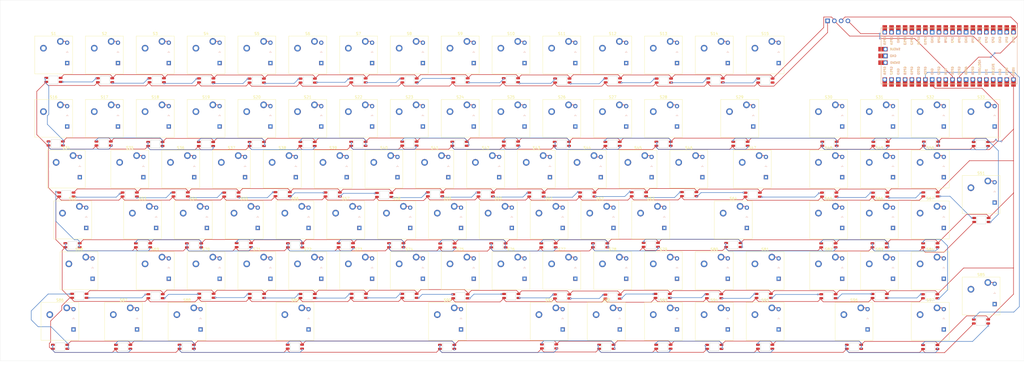
<source format=kicad_pcb>
(kicad_pcb (version 20241229) (generator "pcbnew") (generator_version "9.0")
  (layers (0 "F.Cu" signal) (2 "B.Cu" signal) (13 "F.Paste" user) (15 "B.Paste" user) (5 "F.SilkS" user "F.Silkscreen") (7 "B.SilkS" user "B.Silkscreen") (1 "F.Mask" user) (3 "B.Mask" user) (25 "Edge.Cuts" user))
  (net 0 "")
  (net 1 "Row 1")
  (net 2 "Row 0")
  (net 3 "Row 2")
  (net 4 "Row 3")
  (net 5 "Row 4")
  (net 6 "Row 5")
  (net 7 "Row 6")
  (net 8 "Column 0")
  (net 9 "Column 1")
  (net 10 "Column 2")
  (net 11 "Column 3")
  (net 12 "Column 4")
  (net 13 "Column 5")
  (net 14 "Column 6")
  (net 15 "Column 7")
  (net 16 "Column 11")
  (net 17 "Column 12")
  (net 18 "Column 13")
  (net 19 "Column 8")
  (net 20 "Column 9")
  (net 21 "Column 10")
  (net 27 "LED")
  (net 40 "+5V")
  (net 41 "Net-(D35-A)")
  (net 42 "Net-(D102-A)")
  (net 43 "Net-(D101-A)")
  (net 44 "Net-(D100-A)")
  (net 45 "Net-(D99-A)")
  (net 46 "Net-(D98-A)")
  (net 47 "Net-(D97-A)")
  (net 48 "Net-(D96-A)")
  (net 49 "Net-(D95-A)")
  (net 50 "Net-(D94-A)")
  (net 51 "Net-(D93-A)")
  (net 52 "Net-(D92-A)")
  (net 53 "Net-(D91-A)")
  (net 54 "Net-(D90-A)")
  (net 55 "Net-(D89-A)")
  (net 56 "Net-(D88-A)")
  (net 57 "Net-(D87-A)")
  (net 58 "Net-(D86-A)")
  (net 59 "Net-(D85-A)")
  (net 60 "Net-(D84-A)")
  (net 61 "Net-(D83-A)")
  (net 62 "Net-(D82-A)")
  (net 63 "Net-(D81-A)")
  (net 64 "Net-(D80-A)")
  (net 65 "Net-(D79-A)")
  (net 66 "Net-(D78-A)")
  (net 67 "Net-(D77-A)")
  (net 68 "Net-(D76-A)")
  (net 69 "Net-(D75-A)")
  (net 70 "Net-(D74-A)")
  (net 71 "Net-(D73-A)")
  (net 72 "Net-(D72-A)")
  (net 73 "Net-(D71-A)")
  (net 74 "Net-(D70-A)")
  (net 75 "Net-(D69-A)")
  (net 76 "Net-(D68-A)")
  (net 77 "Net-(D67-A)")
  (net 78 "Net-(D66-A)")
  (net 79 "Net-(D65-A)")
  (net 80 "Net-(D63-A)")
  (net 81 "Net-(D62-A)")
  (net 82 "Net-(D61-A)")
  (net 83 "Net-(D59-A)")
  (net 84 "Net-(D58-A)")
  (net 85 "Net-(D57-A)")
  (net 86 "Net-(D55-A)")
  (net 87 "Net-(D54-A)")
  (net 88 "Net-(D53-A)")
  (net 89 "Net-(D51-A)")
  (net 90 "Net-(D50-A)")
  (net 91 "Net-(D49-A)")
  (net 92 "Net-(D47-A)")
  (net 93 "Net-(D46-A)")
  (net 94 "Net-(D45-A)")
  (net 95 "Net-(D44-A)")
  (net 96 "Net-(D43-A)")
  (net 97 "Net-(D42-A)")
  (net 98 "Net-(D41-A)")
  (net 99 "Net-(D40-A)")
  (net 100 "Net-(D39-A)")
  (net 101 "Net-(D38-A)")
  (net 102 "Net-(D37-A)")
  (net 103 "Net-(D36-A)")
  (net 104 "Net-(D34-A)")
  (net 105 "Net-(D33-A)")
  (net 106 "Net-(D32-A)")
  (net 107 "Net-(D31-A)")
  (net 108 "Net-(D30-A)")
  (net 109 "Net-(D29-A)")
  (net 110 "Net-(D28-A)")
  (net 111 "Net-(D27-A)")
  (net 112 "Net-(D26-A)")
  (net 113 "Net-(D25-A)")
  (net 114 "Net-(D24-A)")
  (net 115 "Net-(D23-A)")
  (net 116 "Net-(D22-A)")
  (net 117 "Net-(D21-A)")
  (net 118 "Net-(D20-A)")
  (net 119 "Net-(D19-A)")
  (net 120 "Net-(D18-A)")
  (net 121 "Net-(D17-A)")
  (net 122 "Net-(D16-A)")
  (net 123 "Net-(D15-A)")
  (net 124 "Net-(D14-A)")
  (net 125 "Net-(D13-A)")
  (net 126 "Net-(D12-A)")
  (net 127 "Net-(D11-A)")
  (net 128 "Net-(D10-A)")
  (net 129 "Net-(D9-A)")
  (net 130 "Net-(D8-A)")
  (net 131 "Net-(D7-A)")
  (net 132 "Net-(D6-A)")
  (net 133 "Net-(D5-A)")
  (net 134 "Net-(D4-A)")
  (net 135 "Net-(D3-A)")
  (net 136 "Net-(D2-A)")
  (net 137 "Net-(D1-A)")
  (net 138 "GND")
  (net 139 "SDA")
  (net 140 "SCL")
  (net 141 "Net-(D128-DIN)")
  (net 142 "Net-(D48-DIN)")
  (net 143 "Net-(D52-DIN)")
  (net 144 "Net-(D56-DIN)")
  (net 145 "Net-(D127-DIN)")
  (net 146 "Net-(D103-DIN)")
  (net 147 "Net-(D103-DOUT)")
  (net 148 "Net-(D105-DIN)")
  (net 149 "Net-(D106-DIN)")
  (net 150 "Net-(D107-DIN)")
  (net 151 "Net-(D108-DIN)")
  (net 152 "Net-(D109-DIN)")
  (net 153 "Net-(D110-DIN)")
  (net 154 "Net-(D111-DIN)")
  (net 155 "Net-(D112-DIN)")
  (net 156 "Net-(D113-DIN)")
  (net 157 "Net-(D114-DIN)")
  (net 158 "Net-(D115-DIN)")
  (net 159 "Net-(D117-DIN)")
  (net 160 "Net-(D118-DIN)")
  (net 161 "Net-(D119-DIN)")
  (net 162 "Net-(D120-DIN)")
  (net 163 "Net-(D121-DIN)")
  (net 164 "Net-(D122-DIN)")
  (net 165 "Net-(D123-DIN)")
  (net 166 "Net-(D124-DIN)")
  (net 167 "Net-(D125-DIN)")
  (net 168 "Net-(D126-DIN)")
  (net 169 "Net-(D131-DIN)")
  (net 170 "Net-(D132-DIN)")
  (net 171 "Net-(D133-DIN)")
  (net 172 "Net-(D134-DIN)")
  (net 173 "Net-(D135-DIN)")
  (net 174 "Net-(D136-DIN)")
  (net 175 "Net-(D137-DIN)")
  (net 176 "Net-(D138-DIN)")
  (net 177 "Net-(D139-DIN)")
  (net 178 "Net-(D140-DIN)")
  (net 179 "Net-(D141-DIN)")
  (net 180 "Net-(D142-DIN)")
  (net 181 "Net-(D143-DIN)")
  (net 182 "Net-(D144-DIN)")
  (net 183 "Net-(D145-DIN)")
  (net 184 "Net-(D146-DIN)")
  (net 185 "Net-(D147-DIN)")
  (net 186 "Net-(D148-DIN)")
  (net 187 "Net-(D149-DIN)")
  (net 188 "Net-(D150-DIN)")
  (net 189 "Net-(D151-DIN)")
  (net 190 "Net-(D152-DIN)")
  (net 191 "Net-(D153-DIN)")
  (net 192 "Net-(D154-DIN)")
  (net 193 "Net-(D155-DIN)")
  (net 194 "Net-(D156-DIN)")
  (net 195 "Net-(D157-DIN)")
  (net 196 "Net-(D158-DIN)")
  (net 197 "Net-(D159-DIN)")
  (net 198 "Net-(D161-DIN)")
  (net 199 "Net-(D164-DIN)")
  (net 200 "Net-(D166-DIN)")
  (net 201 "Net-(D168-DIN)")
  (net 202 "Net-(D172-DIN)")
  (net 203 "Net-(D174-DIN)")
  (net 204 "Net-(D176-DIN)")
  (net 205 "Net-(D178-DIN)")
  (net 206 "Net-(D180-DIN)")
  (net 207 "Net-(D183-DIN)")
  (net 208 "Net-(D184-DIN)")
  (net 209 "Net-(D185-DIN)")
  (net 210 "Net-(D186-DIN)")
  (net 211 "Net-(D187-DIN)")
  (net 212 "Net-(D188-DIN)")
  (net 213 "Net-(D189-DIN)")
  (net 214 "Net-(D190-DIN)")
  (net 215 "Net-(D191-DIN)")
  (net 216 "Net-(D192-DIN)")
  (net 217 "Net-(D193-DIN)")
  (net 219 "Net-(D60-DIN)")
  (net 220 "Net-(D104-DIN)")
  (net 221 "Net-(D116-DIN)")
  (net 222 "Net-(D129-DIN)")
  (net 223 "Net-(D130-DIN)")
  (net 224 "Net-(D160-DIN)")
  (net 225 "Net-(D162-DIN)")
  (net 226 "Net-(D163-DIN)")
  (net 227 "Net-(D165-DIN)")
  (net 228 "Net-(D167-DIN)")
  (net 229 "Net-(D169-DIN)")
  (net 230 "Net-(D170-DIN)")
  (net 231 "Net-(D171-DIN)")
  (net 232 "Net-(D173-DIN)")
  (net 233 "Net-(D175-DIN)")
  (net 234 "Net-(D177-DIN)")
  (net 235 "Net-(D179-DIN)")
  (net 236 "Net-(D181-DIN)")
  (net 237 "Net-(D182-DIN)")
  (footprint "ScottoKeebs_Components:LED_SK6812MINI" (layer "F.Cu") (at 304.82 147.63)
    (property "Reference" "D191" (hide yes))
    (property "Value" "LED_SK6812MINI" (hide yes))
    (fp_line (start -1.7 -1.5) (end -1.7 1.5) (stroke (width 0.12)) (layer "Edge.Cuts"))
    (fp_line (start -1.7 1.5) (end 1.7 1.5) (stroke (width 0.12)) (layer "Edge.Cuts"))
    (fp_line (start 1.7 -1.5) (end -1.7 -1.5) (stroke (width 0.12)) (layer "Edge.Cuts"))
    (fp_line (start 1.7 1.5) (end 1.7 -1.5) (stroke (width 0.12)) (layer "Edge.Cuts"))
  )
  (footprint "ScottoKeebs_MX:MX_PCB_1.00u" (layer "F.Cu") (at 171.45 38.1)
    (property "Reference" "S8")
    (property "Value" "Keyswitch")
  )
  (footprint "ScottoKeebs_Components:LED_SK6812MINI" (layer "F.Cu") (at 209.52 47.58)
    (property "Reference" "D103" (hide yes))
    (property "Value" "LED_SK6812MINI" (hide yes))
    (fp_line (start -1.7 -1.5) (end -1.7 1.5) (stroke (width 0.12)) (layer "Edge.Cuts"))
    (fp_line (start -1.7 1.5) (end 1.7 1.5) (stroke (width 0.12)) (layer "Edge.Cuts"))
    (fp_line (start 1.7 -1.5) (end -1.7 -1.5) (stroke (width 0.12)) (layer "Edge.Cuts"))
    (fp_line (start 1.7 1.5) (end 1.7 -1.5) (stroke (width 0.12)) (layer "Edge.Cuts"))
  )
  (footprint "ScottoKeebs_MX:MX_PCB_1.00u" (layer "F.Cu") (at 366.7125 100.0125)
    (property "Reference" "S67")
    (property "Value" "Keyswitch")
  )
  (footprint "ScottoKeebs_MX:MX_PCB_1.00u" (layer "F.Cu") (at 171.45 119.0625)
    (property "Reference" "S74")
    (property "Value" "Keyswitch")
  )
  (footprint "ScottoKeebs_Components:LED_SK6812MINI" (layer "F.Cu") (at 385.88 100.04)
    (property "Reference" "D131" (hide yes))
    (property "Value" "LED_SK6812MINI" (hide yes))
    (fp_line (start -1.7 -1.5) (end -1.7 1.5) (stroke (width 0.12)) (layer "Edge.Cuts"))
    (fp_line (start -1.7 1.5) (end 1.7 1.5) (stroke (width 0.12)) (layer "Edge.Cuts"))
    (fp_line (start 1.7 -1.5) (end -1.7 -1.5) (stroke (width 0.12)) (layer "Edge.Cuts"))
    (fp_line (start 1.7 1.5) (end 1.7 -1.5) (stroke (width 0.12)) (layer "Edge.Cuts"))
  )
  (footprint "ScottoKeebs_MX:MX_PCB_1.00u" (layer "F.Cu") (at 266.7 38.1)
    (property "Reference" "S13")
    (property "Value" "Keyswitch")
  )
  (footprint "ScottoKeebs_Components:LED_SK6812MINI" (layer "F.Cu") (at 114.31 128.55)
    (property "Reference" "D178" (hide yes))
    (property "Value" "LED_SK6812MINI" (hide yes))
    (fp_line (start -1.7 -1.5) (end -1.7 1.5) (stroke (width 0.12)) (layer "Edge.Cuts"))
    (fp_line (start -1.7 1.5) (end 1.7 1.5) (stroke (width 0.12)) (layer "Edge.Cuts"))
    (fp_line (start 1.7 -1.5) (end -1.7 -1.5) (stroke (width 0.12)) (layer "Edge.Cuts"))
    (fp_line (start 1.7 1.5) (end 1.7 -1.5) (stroke (width 0.12)) (layer "Edge.Cuts"))
  )
  (footprint "ScottoKeebs_MX:MX_PCB_1.00u" (layer "F.Cu") (at 266.7 61.9125)
    (property "Reference" "S28")
    (property "Value" "Keyswitch")
  )
  (footprint "ScottoKeebs_Components:LED_SK6812MINI" (layer "F.Cu") (at 171.51 47.67)
    (property "Reference" "D105" (hide yes))
    (property "Value" "LED_SK6812MINI" (hide yes))
    (fp_line (start -1.7 -1.5) (end -1.7 1.5) (stroke (width 0.12)) (layer "Edge.Cuts"))
    (fp_line (start -1.7 1.5) (end 1.7 1.5) (stroke (width 0.12)) (layer "Edge.Cuts"))
    (fp_line (start 1.7 -1.5) (end -1.7 -1.5) (stroke (width 0.12)) (layer "Edge.Cuts"))
    (fp_line (start 1.7 1.5) (end 1.7 -1.5) (stroke (width 0.12)) (layer "Edge.Cuts"))
  )
  (footprint "ScottoKeebs_MX:MX_PCB_1.00u" (layer "F.Cu") (at 338.1375 138.1125)
    (property "Reference" "S96")
    (property "Value" "Keyswitch")
  )
  (footprint "ScottoKeebs_MX:MX_PCB_1.00u" (layer "F.Cu") (at 152.4 38.1)
    (property "Reference" "S7")
    (property "Value" "Keyswitch")
  )
  (footprint "ScottoKeebs_Components:LED_SK6812MINI" (layer "F.Cu") (at 133.33 128.57)
    (property "Reference" "D177" (hide yes))
    (property "Value" "LED_SK6812MINI" (hide yes))
    (fp_line (start -1.7 -1.5) (end -1.7 1.5) (stroke (width 0.12)) (layer "Edge.Cuts"))
    (fp_line (start -1.7 1.5) (end 1.7 1.5) (stroke (width 0.12)) (layer "Edge.Cuts"))
    (fp_line (start 1.7 -1.5) (end -1.7 -1.5) (stroke (width 0.12)) (layer "Edge.Cuts"))
    (fp_line (start 1.7 1.5) (end 1.7 -1.5) (stroke (width 0.12)) (layer "Edge.Cuts"))
  )
  (footprint "ScottoKeebs_MX:MX_PCB_1.00u" (layer "F.Cu") (at 347.6625 61.9125)
    (property "Reference" "S31")
    (property "Value" "Keyswitch")
  )
  (footprint "ScottoKeebs_Components:LED_SK6812MINI" (layer "F.Cu") (at 128.54 147.6)
    (property "Reference" "D185" (hide yes))
    (property "Value" "LED_SK6812MINI" (hide yes))
    (fp_line (start -1.7 -1.5) (end -1.7 1.5) (stroke (width 0.12)) (layer "Edge.Cuts"))
    (fp_line (start -1.7 1.5) (end 1.7 1.5) (stroke (width 0.12)) (layer "Edge.Cuts"))
    (fp_line (start 1.7 -1.5) (end -1.7 -1.5) (stroke (width 0.12)) (layer "Edge.Cuts"))
    (fp_line (start 1.7 1.5) (end 1.7 -1.5) (stroke (width 0.12)) (layer "Edge.Cuts"))
  )
  (footprint "ScottoKeebs_Components:LED_SK6812MINI" (layer "F.Cu") (at 166.53 109.52)
    (property "Reference" "D155" (hide yes))
    (property "Value" "LED_SK6812MINI" (hide yes))
    (fp_line (start -1.7 -1.5) (end -1.7 1.5) (stroke (width 0.12)) (layer "Edge.Cuts"))
    (fp_line (start -1.7 1.5) (end 1.7 1.5) (stroke (width 0.12)) (layer "Edge.Cuts"))
    (fp_line (start 1.7 -1.5) (end -1.7 -1.5) (stroke (width 0.12)) (layer "Edge.Cuts"))
    (fp_line (start 1.7 1.5) (end 1.7 -1.5) (stroke (width 0.12)) (layer "Edge.Cuts"))
  )
  (footprint "ScottoKeebs_MX:MX_PCB_1.00u" (layer "F.Cu") (at 133.35 38.1)
    (property "Reference" "S6")
    (property "Value" "Keyswitch")
  )
  (footprint "ScottoKeebs_Components:LED_SK6812MINI" (layer "F.Cu") (at 285.68 128.65)
    (property "Reference" "D169" (hide yes))
    (property "Value" "LED_SK6812MINI" (hide yes))
    (fp_line (start -1.7 -1.5) (end -1.7 1.5) (stroke (width 0.12)) (layer "Edge.Cuts"))
    (fp_line (start -1.7 1.5) (end 1.7 1.5) (stroke (width 0.12)) (layer "Edge.Cuts"))
    (fp_line (start 1.7 -1.5) (end -1.7 -1.5) (stroke (width 0.12)) (layer "Edge.Cuts"))
    (fp_line (start 1.7 1.5) (end 1.7 -1.5) (stroke (width 0.12)) (layer "Edge.Cuts"))
  )
  (footprint "ScottoKeebs_MX:MX_PCB_1.00u" (layer "F.Cu") (at 219.075 80.9625)
    (property "Reference" "S43")
    (property "Value" "Keyswitch")
  )
  (footprint "ScottoKeebs_Components:LED_SK6812MINI" (layer "F.Cu") (at 185.71 109.62)
    (property "Reference" "D156" (hide yes))
    (property "Value" "LED_SK6812MINI" (hide yes))
    (fp_line (start -1.7 -1.5) (end -1.7 1.5) (stroke (width 0.12)) (layer "Edge.Cuts"))
    (fp_line (start -1.7 1.5) (end 1.7 1.5) (stroke (width 0.12)) (layer "Edge.Cuts"))
    (fp_line (start 1.7 -1.5) (end -1.7 -1.5) (stroke (width 0.12)) (layer "Edge.Cuts"))
    (fp_line (start 1.7 1.5) (end 1.7 -1.5) (stroke (width 0.12)) (layer "Edge.Cuts"))
  )
  (footprint "ScottoKeebs_MX:MX_PCB_1.00u" (layer "F.Cu") (at 85.725 80.9625)
    (property "Reference" "S36")
    (property "Value" "Keyswitch")
  )
  (footprint "ScottoKeebs_Components:LED_SK6812MINI" (layer "F.Cu") (at 242.96 109.55)
    (property "Reference" "D159" (hide yes))
    (property "Value" "LED_SK6812MINI" (hide yes))
    (fp_line (start -1.7 -1.5) (end -1.7 1.5) (stroke (width 0.12)) (layer "Edge.Cuts"))
    (fp_line (start -1.7 1.5) (end 1.7 1.5) (stroke (width 0.12)) (layer "Edge.Cuts"))
    (fp_line (start 1.7 -1.5) (end -1.7 -1.5) (stroke (width 0.12)) (layer "Edge.Cuts"))
    (fp_line (start 1.7 1.5) (end 1.7 -1.5) (stroke (width 0.12)) (layer "Edge.Cuts"))
  )
  (footprint "ScottoKeebs_Components:LED_SK6812MINI" (layer "F.Cu") (at 123.96 90.36)
    (property "Reference" "D144" (hide yes))
    (property "Value" "LED_SK6812MINI" (hide yes))
    (fp_line (start -1.7 -1.5) (end -1.7 1.5) (stroke (width 0.12)) (layer "Edge.Cuts"))
    (fp_line (start -1.7 1.5) (end 1.7 1.5) (stroke (width 0.12)) (layer "Edge.Cuts"))
    (fp_line (start 1.7 -1.5) (end -1.7 -1.5) (stroke (width 0.12)) (layer "Edge.Cuts"))
    (fp_line (start 1.7 1.5) (end 1.7 -1.5) (stroke (width 0.12)) (layer "Edge.Cuts"))
  )
  (footprint "ScottoKeebs_MX:MX_PCB_1.00u" (layer "F.Cu") (at 304.8 119.0625)
    (property "Reference" "S81")
    (property "Value" "Keyswitch")
  )
  (footprint "ScottoKeebs_Components:LED_SK6812MINI" (layer "F.Cu") (at 88 147.64)
    (property "Reference" "D184" (hide yes))
    (property "Value" "LED_SK6812MINI" (hide yes))
    (fp_line (start -1.7 -1.5) (end -1.7 1.5) (stroke (width 0.12)) (layer "Edge.Cuts"))
    (fp_line (start -1.7 1.5) (end 1.7 1.5) (stroke (width 0.12)) (layer "Edge.Cuts"))
    (fp_line (start 1.7 -1.5) (end -1.7 -1.5) (stroke (width 0.12)) (layer "Edge.Cuts"))
    (fp_line (start 1.7 1.5) (end 1.7 -1.5) (stroke (width 0.12)) (layer "Edge.Cuts"))
  )
  (footprint "ScottoKeebs_Components:LED_SK6812MINI" (layer "F.Cu") (at 56.85 71.33)
    (property "Reference" "D114" (hide yes))
    (property "Value" "LED_SK6812MINI" (hide yes))
    (fp_line (start -1.7 -1.5) (end -1.7 1.5) (stroke (width 0.12)) (layer "Edge.Cuts"))
    (fp_line (start -1.7 1.5) (end 1.7 1.5) (stroke (width 0.12)) (layer "Edge.Cuts"))
    (fp_line (start 1.7 -1.5) (end -1.7 -1.5) (stroke (width 0.12)) (layer "Edge.Cuts"))
    (fp_line (start 1.7 1.5) (end 1.7 -1.5) (stroke (width 0.12)) (layer "Edge.Cuts"))
  )
  (footprint "ScottoKeebs_Components:LED_SK6812MINI" (layer "F.Cu") (at 45.2 109.53)
    (property "Reference" "D149" (hide yes))
    (property "Value" "LED_SK6812MINI" (hide yes))
    (fp_line (start -1.7 -1.5) (end -1.7 1.5) (stroke (width 0.12)) (layer "Edge.Cuts"))
    (fp_line (start -1.7 1.5) (end 1.7 1.5) (stroke (width 0.12)) (layer "Edge.Cuts"))
    (fp_line (start 1.7 -1.5) (end -1.7 -1.5) (stroke (width 0.12)) (layer "Edge.Cuts"))
    (fp_line (start 1.7 1.5) (end 1.7 -1.5) (stroke (width 0.12)) (layer "Edge.Cuts"))
  )
  (footprint "ScottoKeebs_MCU:Raspberry_Pi_Pico" (layer "F.Cu") (at 373.79 38.46 -90)
    (property "Reference" "U1" (hide yes))
    (property "Value" "Raspberry_Pi_Pico" (hide yes))
  )
  (footprint "ScottoKeebs_MX:MX_PCB_1.00u" (layer "F.Cu") (at 204.7875 100.0125)
    (property "Reference" "S60")
    (property "Value" "Keyswitch")
  )
  (footprint "ScottoKeebs_Components:LED_SK6812MINI" (layer "F.Cu") (at 76.31 128.65)
    (property "Reference" "D180" (hide yes))
    (property "Value" "LED_SK6812MINI" (hide yes))
    (fp_line (start -1.7 -1.5) (end -1.7 1.5) (stroke (width 0.12)) (layer "Edge.Cuts"))
    (fp_line (start -1.7 1.5) (end 1.7 1.5) (stroke (width 0.12)) (layer "Edge.Cuts"))
    (fp_line (start 1.7 -1.5) (end -1.7 -1.5) (stroke (width 0.12)) (layer "Edge.Cuts"))
    (fp_line (start 1.7 1.5) (end 1.7 -1.5) (stroke (width 0.12)) (layer "Edge.Cuts"))
  )
  (footprint "ScottoKeebs_Components:LED_SK6812MINI" (layer "F.Cu") (at 85.73 90.45)
    (property "Reference" "D146" (hide yes))
    (property "Value" "LED_SK6812MINI" (hide yes))
    (fp_line (start -1.7 -1.5) (end -1.7 1.5) (stroke (width 0.12)) (layer "Edge.Cuts"))
    (fp_line (start -1.7 1.5) (end 1.7 1.5) (stroke (width 0.12)) (layer "Edge.Cuts"))
    (fp_line (start 1.7 -1.5) (end -1.7 -1.5) (stroke (width 0.12)) (layer "Edge.Cuts"))
    (fp_line (start 1.7 1.5) (end 1.7 -1.5) (stroke (width 0.12)) (layer "Edge.Cuts"))
  )
  (footprint "ScottoKeebs_Components:LED_SK6812MINI" (layer "F.Cu") (at 366.67 128.68)
    (property "Reference" "D165" (hide yes))
    (property "Value" "LED_SK6812MINI" (hide yes))
    (fp_line (start -1.7 -1.5) (end -1.7 1.5) (stroke (width 0.12)) (layer "Edge.Cuts"))
    (fp_line (start -1.7 1.5) (end 1.7 1.5) (stroke (width 0.12)) (layer "Edge.Cuts"))
    (fp_line (start 1.7 -1.5) (end -1.7 -1.5) (stroke (width 0.12)) (layer "Edge.Cuts"))
    (fp_line (start 1.7 1.5) (end 1.7 -1.5) (stroke (width 0.12)) (layer "Edge.Cuts"))
  )
  (footprint "ScottoKeebs_MX:MX_PCB_1.00u" (layer "F.Cu") (at 71.4375 100.0125)
    (property "Reference" "S53")
    (property "Value" "Keyswitch")
  )
  (footprint "ScottoKeebs_MX:MX_PCB_1.00u" (layer "F.Cu") (at 200.025 80.9625)
    (property "Reference" "S42")
    (property "Value" "Keyswitch")
  )
  (footprint "ScottoKeebs_Components:LED_SK6812MINI" (layer "F.Cu") (at 90.74 109.58)
    (property "Reference" "D151" (hide yes))
    (property "Value" "LED_SK6812MINI" (hide yes))
    (fp_line (start -1.7 -1.5) (end -1.7 1.5) (stroke (width 0.12)) (layer "Edge.Cuts"))
    (fp_line (start -1.7 1.5) (end 1.7 1.5) (stroke (width 0.12)) (layer "Edge.Cuts"))
    (fp_line (start 1.7 -1.5) (end -1.7 -1.5) (stroke (width 0.12)) (layer "Edge.Cuts"))
    (fp_line (start 1.7 1.5) (end 1.7 -1.5) (stroke (width 0.12)) (layer "Edge.Cuts"))
  )
  (footprint "ScottoKeebs_MX:MX_PCB_1.00u" (layer "F.Cu") (at 328.6125 80.9625)
    (property "Reference" "S48")
    (property "Value" "Keyswitch")
  )
  (footprint "ScottoKeebs_Components:LED_SK6812MINI" (layer "F.Cu") (at 276.34 90.33)
    (property "Reference" "D136" (hide yes))
    (property "Value" "LED_SK6812MINI" (hide yes))
    (fp_line (start -1.7 -1.5) (end -1.7 1.5) (stroke (width 0.12)) (layer "Edge.Cuts"))
    (fp_line (start -1.7 1.5) (end 1.7 1.5) (stroke (width 0.12)) (layer "Edge.Cuts"))
    (fp_line (start 1.7 -1.5) (end -1.7 -1.5) (stroke (width 0.12)) (layer "Edge.Cuts"))
    (fp_line (start 1.7 1.5) (end 1.7 -1.5) (stroke (width 0.12)) (layer "Edge.Cuts"))
  )
  (footprint "ScottoKeebs_Components:LED_SK6812MINI" (layer "F.Cu") (at 133.29 71.51)
    (property "Reference" "D118" (hide yes))
    (property "Value" "LED_SK6812MINI" (hide yes))
    (fp_line (start -1.7 -1.5) (end -1.7 1.5) (stroke (width 0.12)) (layer "Edge.Cuts"))
    (fp_line (start -1.7 1.5) (end 1.7 1.5) (stroke (width 0.12)) (layer "Edge.Cuts"))
    (fp_line (start 1.7 -1.5) (end -1.7 -1.5) (stroke (width 0.12)) (layer "Edge.Cuts"))
    (fp_line (start 1.7 1.5) (end 1.7 -1.5) (stroke (width 0.12)) (layer "Edge.Cuts"))
  )
  (footprint "ScottoKeebs_Components:LED_SK6812MINI" (layer "F.Cu") (at 76.24 71.51)
    (property "Reference" "D115" (hide yes))
    (property "Value" "LED_SK6812MINI" (hide yes))
    (fp_line (start -1.7 -1.5) (end -1.7 1.5) (stroke (width 0.12)) (layer "Edge.Cuts"))
    (fp_line (start -1.7 1.5) (end 1.7 1.5) (stroke (width 0.12)) (layer "Edge.Cuts"))
    (fp_line (start 1.7 -1.5) (end -1.7 -1.5) (stroke (width 0.12)) (layer "Edge.Cuts"))
    (fp_line (start 1.7 1.5) (end 1.7 -1.5) (stroke (width 0.12)) (layer "Edge.Cuts"))
  )
  (footprint "ScottoKeebs_MX:MX_PCB_1.00u" (layer "F.Cu") (at 171.45 61.9125)
    (property "Reference" "S23")
    (property "Value" "Keyswitch")
  )
  (footprint "ScottoKeebs_MX:MX_PCB_1.00u" (layer "F.Cu") (at 366.7125 138.1125)
    (property "Reference" "S97")
    (property "Value" "Keyswitch")
  )
  (footprint "ScottoKeebs_MX:MX_PCB_1.00u" (layer "F.Cu") (at 285.75 119.0625)
    (property "Reference" "S80")
    (property "Value" "Keyswitch")
  )
  (footprint "ScottoKeebs_MX:MX_PCB_1.00u" (layer "F.Cu") (at 238.125 80.9625)
    (property "Reference" "S44")
    (property "Value" "Keyswitch")
  )
  (footprint "ScottoKeebs_Components:LED_SK6812MINI" (layer "F.Cu") (at 162.01 90.64)
    (property "Reference" "D142" (hide yes))
    (property "Value" "LED_SK6812MINI" (hide yes))
    (fp_line (start -1.7 -1.5) (end -1.7 1.5) (stroke (width 0.12)) (layer "Edge.Cuts"))
    (fp_line (start -1.7 1.5) (end 1.7 1.5) (stroke (width 0.12)) (layer "Edge.Cuts"))
    (fp_line (start 1.7 -1.5) (end -1.7 -1.5) (stroke (width 0.12)) (layer "Edge.Cuts"))
    (fp_line (start 1.7 1.5) (end 1.7 -1.5) (stroke (width 0.12)) (layer "Edge.Cuts"))
  )
  (footprint "ScottoKeebs_Components:LED_SK6812MINI" (layer "F.Cu") (at 366.7 147.73)
    (property "Reference" "D193" (hide yes))
    (property "Value" "LED_SK6812MINI" (hide yes))
    (fp_line (start -1.7 -1.5) (end -1.7 1.5) (stroke (width 0.12)) (layer "Edge.Cuts"))
    (fp_line (start -1.7 1.5) (end 1.7 1.5) (stroke (width 0.12)) (layer "Edge.Cuts"))
    (fp_line (start 1.7 -1.5) (end -1.7 -1.5) (stroke (width 0.12)) (layer "Edge.Cuts"))
    (fp_line (start 1.7 1.5) (end 1.7 -1.5) (stroke (width 0.12)) (layer "Edge.Cuts"))
  )
  (footprint "ScottoKeebs_MX:MX_PCB_1.00u" (layer "F.Cu") (at 133.35 61.9125)
    (property "Reference" "S21")
    (property "Value" "Keyswitch")
  )
  (footprint "ScottoKeebs_MX:MX_PCB_1.00u" (layer "F.Cu") (at 114.3 61.9125)
    (property "Reference" "S20")
    (property "Value" "Keyswitch")
  )
  (footprint "ScottoKeebs_MX:MX_PCB_1.00u" (layer "F.Cu") (at 228.6 119.0625)
    (property "Reference" "S77")
    (property "Value" "Keyswitch")
  )
  (footprint "ScottoKeebs_Components:LED_SK6812MINI" (layer "F.Cu") (at 348.07 71.45)
    (property "Reference" "D128" (hide yes))
    (property "Value" "LED_SK6812MINI" (hide yes))
    (fp_line (start -1.7 -1.5) (end -1.7 1.5) (stroke (width 0.12)) (layer "Edge.Cuts"))
    (fp_line (start -1.7 1.5) (end 1.7 1.5) (stroke (width 0.12)) (layer "Edge.Cuts"))
    (fp_line (start 1.7 -1.5) (end -1.7 -1.5) (stroke (width 0.12)) (layer "Edge.Cuts"))
    (fp_line (start 1.7 1.5) (end 1.7 -1.5) (stroke (width 0.12)) (layer "Edge.Cuts"))
  )
  (footprint "ScottoKeebs_MX:MX_PCB_1.00u" (layer "F.Cu") (at 40.4813 138.1125)
    (property "Reference" "S86")
    (property "Value" "Keyswitch")
  )
  (footprint "ScottoKeebs_MX:MX_PCB_1.00u" (layer "F.Cu") (at 95.25 119.0625)
    (property "Reference" "S70")
    (property "Value" "Keyswitch")
  )
  (footprint "ScottoKeebs_Components:LED_SK6812MINI" (layer "F.Cu") (at 328.93 71.43)
    (property "Reference" "D127" (hide yes))
    (property "Value" "LED_SK6812MINI" (hide yes))
    (fp_line (start -1.7 -1.5) (end -1.7 1.5) (stroke (width 0.12)) (layer "Edge.Cuts"))
    (fp_line (start -1.7 1.5) (end 1.7 1.5) (stroke (width 0.12)) (layer "Edge.Cuts"))
    (fp_line (start 1.7 -1.5) (end -1.7 -1.5) (stroke (width 0.12)) (layer "Edge.Cuts"))
    (fp_line (start 1.7 1.5) (end 1.7 -1.5) (stroke (width 0.12)) (layer "Edge.Cuts"))
  )
  (footprint "ScottoKeebs_MX:MX_PCB_1.00u" (layer "F.Cu") (at 190.5 38.1)
    (property "Reference" "S9")
    (property "Value" "Keyswitch")
  )
  (footprint "ScottoKeebs_Components:LED_SK6812MINI" (layer "F.Cu") (at 76.76 47.59)
    (property "Reference" "D110" (hide yes))
    (property "Value" "LED_SK6812MINI" (hide yes))
    (fp_line (start -1.7 -1.5) (end -1.7 1.5) (stroke (width 0.12)) (layer "Edge.Cuts"))
    (fp_line (start -1.7 1.5) (end 1.7 1.5) (stroke (width 0.12)) (layer "Edge.Cuts"))
    (fp_line (start 1.7 -1.5) (end -1.7 -1.5) (stroke (width 0.12)) (layer "Edge.Cuts"))
    (fp_line (start 1.7 1.5) (end 1.7 -1.5) (stroke (width 0.12)) (layer "Edge.Cuts"))
  )
  (footprint "ScottoKeebs_Components:LED_SK6812MINI" (layer "F.Cu") (at 266.84 47.72)
    (property "Reference" "D56" (hide yes))
    (property "Value" "LED_SK6812MINI" (hide yes))
    (fp_line (start -1.7 -1.5) (end -1.7 1.5) (stroke (width 0.12)) (layer "Edge.Cuts"))
    (fp_line (start -1.7 1.5) (end 1.7 1.5) (stroke (width 0.12)) (layer "Edge.Cuts"))
    (fp_line (start 1.7 -1.5) (end -1.7 -1.5) (stroke (width 0.12)) (layer "Edge.Cuts"))
    (fp_line (start 1.7 1.5) (end 1.7 -1.5) (stroke (width 0.12)) (layer "Edge.Cuts"))
  )
  (footprint "ScottoKeebs_Components:LED_SK6812MINI" (layer "F.Cu") (at 385.67 71.52)
    (property "Reference" "D130" (hide yes))
    (property "Value" "LED_SK6812MINI" (hide yes))
    (fp_line (start -1.7 -1.5) (end -1.7 1.5) (stroke (width 0.12)) (layer "Edge.Cuts"))
    (fp_line (start -1.7 1.5) (end 1.7 1.5) (stroke (width 0.12)) (layer "Edge.Cuts"))
    (fp_line (start 1.7 -1.5) (end -1.7 -1.5) (stroke (width 0.12)) (layer "Edge.Cuts"))
    (fp_line (start 1.7 1.5) (end 1.7 -1.5) (stroke (width 0.12)) (layer "Edge.Cuts"))
  )
  (footprint "ScottoKeebs_MX:MX_PCB_1.00u" (layer "F.Cu") (at 152.4 61.9125)
    (property "Reference" "S22")
    (property "Value" "Keyswitch")
  )
  (footprint "ScottoKeebs_Components:LED_SK6812MINI" (layer "F.Cu") (at 190.62 47.62)
    (property "Reference" "D104" (hide yes))
    (property "Value" "LED_SK6812MINI" (hide yes))
    (fp_line (start -1.7 -1.5) (end -1.7 1.5) (stroke (width 0.12)) (layer "Edge.Cuts"))
    (fp_line (start -1.7 1.5) (end 1.7 1.5) (stroke (width 0.12)) (layer "Edge.Cuts"))
    (fp_line (start 1.7 -1.5) (end -1.7 -1.5) (stroke (width 0.12)) (layer "Edge.Cuts"))
    (fp_line (start 1.7 1.5) (end 1.7 -1.5) (stroke (width 0.12)) (layer "Edge.Cuts"))
  )
  (footprint "ScottoKeebs_Components:LED_SK6812MINI" (layer "F.Cu") (at 223.83 147.49)
    (property "Reference" "D187" (hide yes))
    (property "Value" "LED_SK6812MINI" (hide yes))
    (fp_line (start -1.7 -1.5) (end -1.7 1.5) (stroke (width 0.12)) (layer "Edge.Cuts"))
    (fp_line (start -1.7 1.5) (end 1.7 1.5) (stroke (width 0.12)) (layer "Edge.Cuts"))
    (fp_line (start 1.7 -1.5) (end -1.7 -1.5) (stroke (width 0.12)) (layer "Edge.Cuts"))
    (fp_line (start 1.7 1.5) (end 1.7 -1.5) (stroke (width 0.12)) (layer "Edge.Cuts"))
  )
  (footprint "ScottoKeebs_Components:LED_SK6812MINI" (layer "F.Cu") (at 152.5 128.52)
    (property "Reference" "D176" (hide yes))
    (property "Value" "LED_SK6812MINI" (hide yes))
    (fp_line (start -1.7 -1.5) (end -1.7 1.5) (stroke (width 0.12)) (layer "Edge.Cuts"))
    (fp_line (start -1.7 1.5) (end 1.7 1.5) (stroke (width 0.12)) (layer "Edge.Cuts"))
    (fp_line (start 1.7 -1.5) (end -1.7 -1.5) (stroke (width 0.12)) (layer "Edge.Cuts"))
    (fp_line (start 1.7 1.5) (end 1.7 -1.5) (stroke (width 0.12)) (layer "Edge.Cuts"))
  )
  (footprint "ScottoKeebs_MX:MX_PCB_1.00u" (layer "F.Cu") (at 185.7375 100.0125)
    (property "Reference" "S59")
    (property "Value" "Keyswitch")
  )
  (footprint "ScottoKeebs_MX:MX_PCB_1.00u" (layer "F.Cu") (at 347.6625 80.9625)
    (property "Reference" "S49")
    (property "Value" "Keyswitch")
  )
  (footprint "ScottoKeebs_MX:MX_PCB_1.00u" (layer "F.Cu") (at 166.6875 100.0125)
    (property "Reference" "S58")
    (property "Value" "Keyswitch")
  )
  (footprint "ScottoKeebs_Components:LED_SK6812MINI" (layer "F.Cu") (at 181.09 90.41)
    (property "Reference" "D141" (hide yes))
    (property "Value" "LED_SK6812MINI" (hide yes))
    (fp_line (start -1.7 -1.5) (end -1.7 1.5) (stroke (width 0.12)) (layer "Edge.Cuts"))
    (fp_line (start -1.7 1.5) (end 1.7 1.5) (stroke (width 0.12)) (layer "Edge.Cuts"))
    (fp_line (start 1.7 -1.5) (end -1.7 -1.5) (stroke (width 0.12)) (layer "Edge.Cuts"))
    (fp_line (start 1.7 1.5) (end 1.7 -1.5) (stroke (width 0.12)) (layer "Edge.Cuts"))
  )
  (footprint "ScottoKeebs_Components:LED_SK6812MINI" (layer "F.Cu") (at 247.62 71.48)
    (property "Reference" "D124" (hide yes))
    (property "Value" "LED_SK6812MINI" (hide yes))
    (fp_line (start -1.7 -1.5) (end -1.7 1.5) (stroke (width 0.12)) (layer "Edge.Cuts"))
    (fp_line (start -1.7 1.5) (end 1.7 1.5) (stroke (width 0.12)) (layer "Edge.Cuts"))
    (fp_line (start 1.7 -1.5) (end -1.7 -1.5) (stroke (width 0.12)) (layer "Edge.Cuts"))
    (fp_line (start 1.7 1.5) (end 1.7 -1.5) (stroke (width 0.12)) (layer "Edge.Cuts"))
  )
  (footprint "ScottoKeebs_MX:MX_PCB_1.00u" (layer "F.Cu") (at 347.6625 119.0625)
    (property "Reference" "S83")
    (property "Value" "Keyswitch")
  )
  (footprint "ScottoKeebs_MX:MX_PCB_1.00u" (layer "F.Cu") (at 128.5875 100.0125)
    (property "Reference" "S56")
    (property "Value" "Keyswitch")
  )
  (footprint "ScottoKeebs_MX:MX_PCB_1.00u" (layer "F.Cu") (at 76.2 61.9125)
    (property "Reference" "S18")
    (property "Value" "Keyswitch")
  )
  (footprint "ScottoKeebs_Components:LED_SK6812MINI" (layer "F.Cu") (at 228.78 47.71)
    (property "Reference" "D64" (hide yes))
    (property "Value" "LED_SK6812MINI" (hide yes))
    (fp_line (start -1.7 -1.5) (end -1.7 1.5) (stroke (width 0.12)) (layer "Edge.Cuts"))
    (fp_line (start -1.7 1.5) (end 1.7 1.5) (stroke (width 0.12)) (layer "Edge.Cuts"))
    (fp_line (start 1.7 -1.5) (end -1.7 -1.5) (stroke (width 0.12)) (layer "Edge.Cuts"))
    (fp_line (start 1.7 1.5) (end 1.7 -1.5) (stroke (width 0.12)) (layer "Edge.Cuts"))
  )
  (footprint "ScottoKeebs_MX:MX_PCB_1.00u" (layer "F.Cu") (at 190.5 119.0625)
    (property "Reference" "S75")
    (property "Value" "Keyswitch")
  )
  (footprint "ScottoKeebs_MX:MX_PCB_1.00u" (layer "F.Cu") (at 114.3 38.1)
    (property "Reference" "S5")
    (property "Value" "Keyswitch")
  )
  (footprint "ScottoKeebs_Components:LED_SK6812MINI" (layer "F.Cu") (at 261.96 109.38)
    (property "Reference" "D160" (hide yes))
    (property "Value" "LED_SK6812MINI" (hide yes))
    (fp_line (start -1.7 -1.5) (end -1.7 1.5) (stroke (width 0.12)) (layer "Edge.Cuts"))
    (fp_line (start -1.7 1.5) (end 1.7 1.5) (stroke (width 0.12)) (layer "Edge.Cuts"))
    (fp_line (start 1.7 -1.5) (end -1.7 -1.5) (stroke (width 0.12)) (layer "Edge.Cuts"))
    (fp_line (start 1.7 1.5) (end 1.7 -1.5) (stroke (width 0.12)) (layer "Edge.Cuts"))
  )
  (footprint "ScottoKeebs_MX:MX_PCB_1.00u" (layer "F.Cu") (at 161.925 80.9625)
    (property "Reference" "S40")
    (property "Value" "Keyswitch")
  )
  (footprint "ScottoKeebs_Components:LED_SK6812MINI" (layer "F.Cu") (at 266.41 128.54)
    (property "Reference" "D170" (hide yes))
    (property "Value" "LED_SK6812MINI" (hide yes))
    (fp_line (start -1.7 -1.5) (end -1.7 1.5) (stroke (width 0.12)) (layer "Edge.Cuts"))
    (fp_line (start -1.7 1.5) (end 1.7 1.5) (stroke (width 0.12)) (layer "Edge.Cuts"))
    (fp_line (start 1.7 -1.5) (end -1.7 -1.5) (stroke (width 0.12)) (layer "Edge.Cuts"))
    (fp_line (start 1.7 1.5) (end 1.7 -1.5) (stroke (width 0.12)) (layer "Edge.Cuts"))
  )
  (footprint "ScottoKeebs_Components:LED_SK6812MINI" (layer "F.Cu") (at 114.26 71.51)
    (property "Reference" "D117" (hide yes))
    (property "Value" "LED_SK6812MINI" (hide yes))
    (fp_line (start -1.7 -1.5) (end -1.7 1.5) (stroke (width 0.12)) (layer "Edge.Cuts"))
    (fp_line (start -1.7 1.5) (end 1.7 1.5) (stroke (width 0.12)) (layer "Edge.Cuts"))
    (fp_line (start 1.7 -1.5) (end -1.7 -1.5) (stroke (width 0.12)) (layer "Edge.Cuts"))
    (fp_line (start 1.7 1.5) (end 1.7 -1.5) (stroke (width 0.12)) (layer "Edge.Cuts"))
  )
  (footprint "ScottoKeebs_Components:LED_SK6812MINI" (layer "F.Cu") (at 228.61 71.47)
    (property "Reference" "D123" (hide yes))
    (property "Value" "LED_SK6812MINI" (hide yes))
    (fp_line (start -1.7 -1.5) (end -1.7 1.5) (stroke (width 0.12)) (layer "Edge.Cuts"))
    (fp_line (start -1.7 1.5) (end 1.7 1.5) (stroke (width 0.12)) (layer "Edge.Cuts"))
    (fp_line (start 1.7 -1.5) (end -1.7 -1.5) (stroke (width 0.12)) (layer "Edge.Cuts"))
    (fp_line (start 1.7 1.5) (end 1.7 -1.5) (stroke (width 0.12)) (layer "Edge.Cuts"))
  )
  (footprint "ScottoKeebs_Components:LED_SK6812MINI" (layer "F.Cu") (at 109.4 109.48)
    (property "Reference" "D152" (hide yes))
    (property "Value" "LED_SK6812MINI" (hide yes))
    (fp_line (start -1.7 -1.5) (end -1.7 1.5) (stroke (width 0.12)) (layer "Edge.Cuts"))
    (fp_line (start -1.7 1.5) (end 1.7 1.5) (stroke (width 0.12)) (layer "Edge.Cuts"))
    (fp_line (start 1.7 -1.5) (end -1.7 -1.5) (stroke (width 0.12)) (layer "Edge.Cuts"))
    (fp_line (start 1.7 1.5) (end 1.7 -1.5) (stroke (width 0.12)) (layer "Edge.Cuts"))
  )
  (footprint "ScottoKeebs_MX:MX_PCB_1.00u" (layer "F.Cu") (at 64.2938 138.1125)
    (property "Reference" "S87")
    (property "Value" "Keyswitch")
  )
  (footprint "ScottoKeebs_MX:MX_PCB_1.00u" (layer "F.Cu") (at 257.175 80.9625)
    (property "Reference" "S45")
    (property "Value" "Keyswitch")
  )
  (footprint "ScottoKeebs_MX:MX_PCB_1.00u" (layer "F.Cu") (at 295.275 61.9125)
    (property "Reference" "S29")
    (property "Value" "Keyswitch")
  )
  (footprint "ScottoKeebs_Components:LED_SK6812MINI" (layer "F.Cu") (at 245.29 147.64)
    (property "Reference" "D188" (hide yes))
    (property "Value" "LED_SK6812MINI" (hide yes))
    (fp_line (start -1.7 -1.5) (end -1.7 1.5) (stroke (width 0.12)) (layer "Edge.Cuts"))
    (fp_line (start -1.7 1.5) (end 1.7 1.5) (stroke (width 0.12)) (layer "Edge.Cuts"))
    (fp_line (start 1.7 -1.5) (end -1.7 -1.5) (stroke (width 0.12)) (layer "Edge.Cuts"))
    (fp_line (start 1.7 1.5) (end 1.7 -1.5) (stroke (width 0.12)) (layer "Edge.Cuts"))
  )
  (footprint "ScottoKeebs_Components:LED_SK6812MINI" (layer "F.Cu") (at 38.89 71.32)
    (property "Reference" "D113" (hide yes))
    (property "Value" "LED_SK6812MINI" (hide yes))
    (fp_line (start -1.7 -1.5) (end -1.7 1.5) (stroke (width 0.12)) (layer "Edge.Cuts"))
    (fp_line (start -1.7 1.5) (end 1.7 1.5) (stroke (width 0.12)) (layer "Edge.Cuts"))
    (fp_line (start 1.7 -1.5) (end -1.7 -1.5) (stroke (width 0.12)) (layer "Edge.Cuts"))
    (fp_line (start 1.7 1.5) (end 1.7 -1.5) (stroke (width 0.12)) (layer "Edge.Cuts"))
  )
  (footprint "ScottoKeebs_MX:MX_PCB_1.00u" (layer "F.Cu") (at 328.6125 100.0125)
    (property "Reference" "S65")
    (property "Value" "Keyswitch")
  )
  (footprint "ScottoKeebs_Components:LED_SK6812MINI" (layer "F.Cu") (at 66.63 90.49)
    (property "Reference" "D147" (hide yes))
    (property "Value" "LED_SK6812MINI" (hide yes))
    (fp_line (start -1.7 -1.5) (end -1.7 1.5) (stroke (width 0.12)) (layer "Edge.Cuts"))
    (fp_line (start -1.7 1.5) (end 1.7 1.5) (stroke (width 0.12)) (layer "Edge.Cuts"))
    (fp_line (start 1.7 -1.5) (end -1.7 -1.5) (stroke (width 0.12)) (layer "Edge.Cuts"))
    (fp_line (start 1.7 1.5) (end 1.7 -1.5) (stroke (width 0.12)) (layer "Edge.Cuts"))
  )
  (footprint "ScottoKeebs_Components:LED_SK6812MINI" (layer "F.Cu") (at 147.63 109.52)
    (property "Reference" "D154" (hide yes))
    (property "Value" "LED_SK6812MINI" (hide yes))
    (fp_line (start -1.7 -1.5) (end -1.7 1.5) (stroke (width 0.12)) (layer "Edge.Cuts"))
    (fp_line (start -1.7 1.5) (end 1.7 1.5) (stroke (width 0.12)) (layer "Edge.Cuts"))
    (fp_line (start 1.7 -1.5) (end -1.7 -1.5) (stroke (width 0.12)) (layer "Edge.Cuts"))
    (fp_line (start 1.7 1.5) (end 1.7 -1.5) (stroke (width 0.12)) (layer "Edge.Cuts"))
  )
  (footprint "ScottoKeebs_Components:LED_SK6812MINI" (layer "F.Cu") (at 285.75 147.67)
    (property "Reference" "D190" (hide yes))
    (property "Value" "LED_SK6812MINI" (hide yes))
    (fp_line (start -1.7 -1.5) (end -1.7 1.5) (stroke (width 0.12)) (layer "Edge.Cuts"))
    (fp_line (start -1.7 1.5) (end 1.7 1.5) (stroke (width 0.12)) (layer "Edge.Cuts"))
    (fp_line (start 1.7 -1.5) (end -1.7 -1.5) (stroke (width 0.12)) (layer "Edge.Cuts"))
    (fp_line (start 1.7 1.5) (end 1.7 -1.5) (stroke (width 0.12)) (layer "Edge.Cuts"))
  )
  (footprint "ScottoKeebs_MX:MX_PCB_1.00u" (layer "F.Cu") (at 42.8625 80.9625)
    (property "Reference" "S34")
    (property "Value" "Keyswitch")
  )
  (footprint "ScottoKeebs_Components:LED_SK6812MINI" (layer "F.Cu") (at 338.13 147.65)
    (property "Reference" "D192" (hide yes))
    (property "Value" "LED_SK6812MINI" (hide yes))
    (fp_line (start -1.7 -1.5) (end -1.7 1.5) (stroke (width 0.12)) (layer "Edge.Cuts"))
    (fp_line (start -1.7 1.5) (end 1.7 1.5) (stroke (width 0.12)) (layer "Edge.Cuts"))
    (fp_line (start 1.7 -1.5) (end -1.7 -1.5) (stroke (width 0.12)) (layer "Edge.Cuts"))
    (fp_line (start 1.7 1.5) (end 1.7 -1.5) (stroke (width 0.12)) (layer "Edge.Cuts"))
  )
  (footprint "ScottoKeebs_MX:MX_PCB_1.00u" (layer "F.Cu") (at 45.2438 100.0125)
    (property "Reference" "S52")
    (property "Value" "Keyswitch")
  )
  (footprint "ScottoKeebs_Components:LED_SK6812MINI" (layer "F.Cu") (at 328.54 128.66)
    (property "Reference" "D167" (hide yes))
    (property "Value" "LED_SK6812MINI" (hide yes))
    (fp_line (start -1.7 -1.5) (end -1.7 1.5) (stroke (width 0.12)) (layer "Edge.Cuts"))
    (fp_line (start -1.7 1.5) (end 1.7 1.5) (stroke (width 0.12)) (layer "Edge.Cuts"))
    (fp_line (start 1.7 -1.5) (end -1.7 -1.5) (stroke (width 0.12)) (layer "Edge.Cuts"))
    (fp_line (start 1.7 1.5) (end 1.7 -1.5) (stroke (width 0.12)) (layer "Edge.Cuts"))
  )
  (footprint "ScottoKeebs_MX:MX_PCB_1.00u" (layer "F.Cu") (at 261.9375 100.0125)
    (property "Reference" "S63")
    (property "Value" "Keyswitch")
  )
  (footprint "ScottoKeebs_Components:LED_SK6812MINI" (layer "F.Cu") (at 152.33 71.46)
    (property "Reference" "D119" (hide yes))
    (property "Value" "LED_SK6812MINI" (hide yes))
    (fp_line (start -1.7 -1.5) (end -1.7 1.5) (stroke (width 0.12)) (layer "Edge.Cuts"))
    (fp_line (start -1.7 1.5) (end 1.7 1.5) (stroke (width 0.12)) (layer "Edge.Cuts"))
    (fp_line (start 1.7 -1.5) (end -1.7 -1.5) (stroke (width 0.12)) (layer "Edge.Cuts"))
    (fp_line (start 1.7 1.5) (end 1.7 -1.5) (stroke (width 0.12)) (layer "Edge.Cuts"))
  )
  (footprint "ScottoKeebs_Components:LED_SK6812MINI" (layer "F.Cu") (at 238.13 90.48)
    (property "Reference" "D138" (hide yes))
    (property "Value" "LED_SK6812MINI" (hide yes))
    (fp_line (start -1.7 -1.5) (end -1.7 1.5) (stroke (width 0.12)) (layer "Edge.Cuts"))
    (fp_line (start -1.7 1.5) (end 1.7 1.5) (stroke (width 0.12)) (layer "Edge.Cuts"))
    (fp_line (start 1.7 -1.5) (end -1.7 -1.5) (stroke (width 0.12)) (layer "Edge.Cuts"))
    (fp_line (start 1.7 1.5) (end 1.7 -1.5) (stroke (width 0.12)) (layer "Edge.Cuts"))
  )
  (footprint "ScottoKeebs_Components:LED_SK6812MINI" (layer "F.Cu") (at 133.35 47.73)
    (property "Reference" "D107" (hide yes))
    (property "Value" "LED_SK6812MINI" (hide yes))
    (fp_line (start -1.7 -1.5) (end -1.7 1.5) (stroke (width 0.12)) (layer "Edge.Cuts"))
    (fp_line (start -1.7 1.5) (end 1.7 1.5) (stroke (width 0.12)) (layer "Edge.Cuts"))
    (fp_line (start 1.7 -1.5) (end -1.7 -1.5) (stroke (width 0.12)) (layer "Edge.Cuts"))
    (fp_line (start 1.7 1.5) (end 1.7 -1.5) (stroke (width 0.12)) (layer "Edge.Cuts"))
  )
  (footprint "ScottoKeebs_Components:LED_SK6812MINI" (layer "F.Cu") (at 304.9 47.71)
    (property "Reference" "D48" (hide yes))
    (property "Value" "LED_SK6812MINI" (hide yes))
    (fp_line (start -1.7 -1.5) (end -1.7 1.5) (stroke (width 0.12)) (layer "Edge.Cuts"))
    (fp_line (start -1.7 1.5) (end 1.7 1.5) (stroke (width 0.12)) (layer "Edge.Cuts"))
    (fp_line (start 1.7 -1.5) (end -1.7 -1.5) (stroke (width 0.12)) (layer "Edge.Cuts"))
    (fp_line (start 1.7 1.5) (end 1.7 -1.5) (stroke (width 0.12)) (layer "Edge.Cuts"))
  )
  (footprint "ScottoKeebs_Components:LED_SK6812MINI" (layer "F.Cu") (at 328.83 90.52)
    (property "Reference" "D134" (hide yes))
    (property "Value" "LED_SK6812MINI" (hide yes))
    (fp_line (start -1.7 -1.5) (end -1.7 1.5) (stroke (width 0.12)) (layer "Edge.Cuts"))
    (fp_line (start -1.7 1.5) (end 1.7 1.5) (stroke (width 0.12)) (layer "Edge.Cuts"))
    (fp_line (start 1.7 -1.5) (end -1.7 -1.5) (stroke (width 0.12)) (layer "Edge.Cuts"))
    (fp_line (start 1.7 1.5) (end 1.7 -1.5) (stroke (width 0.12)) (layer "Edge.Cuts"))
  )
  (footprint "ScottoKeebs_MX:MX_PCB_1.00u" (layer "F.Cu") (at 292.8938 100.0125)
    (property "Reference" "S64")
    (property "Value" "Keyswitch")
  )
  (footprint "ScottoKeebs_MX:MX_PCB_1.00u" (layer "F.Cu") (at 57.15 38.1)
    (property "Reference" "S2")
    (property "Value" "Keyswitch")
  )
  (footprint "ScottoKeebs_MX:MX_PCB_1.00u" (layer "F.Cu") (at 152.4 119.0625)
    (property "Reference" "S73")
    (property "Value" "Keyswitch")
  )
  (footprint "ScottoKeebs_Components:LED_SK6812MINI" (layer "F.Cu") (at 228.72 128.74)
    (property "Reference" "D172" (hide yes))
    (property "Value" "LED_SK6812MINI" (hide yes))
    (fp_line (start -1.7 -1.5) (end -1.7 1.5) (stroke (width 0.12)) (layer "Edge.Cuts"))
    (fp_line (start -1.7 1.5) (end 1.7 1.5) (stroke (width 0.12)) (layer "Edge.Cuts"))
    (fp_line (start 1.7 -1.5) (end -1.7 -1.5) (stroke (width 0.12)) (layer "Edge.Cuts"))
    (fp_line (start 1.7 1.5) (end 1.7 -1.5) (stroke (width 0.12)) (layer "Edge.Cuts"))
  )
  (footprint "ScottoKeebs_MX:MX_PCB_1.00u" (layer "F.Cu") (at 228.6 61.9125)
    (property "Reference" "S26")
    (property "Value" "Keyswitch")
  )
  (footprint "ScottoKeebs_MX:MX_PCB_1.00u" (layer "F.Cu") (at 347.6625 100.0125)
    (property "Reference" "S66")
    (property "Value" "Keyswitch")
  )
  (footprint "ScottoKeebs_Components:LED_SK6812MINI" (layer "F.Cu") (at 152.37 47.65)
    (property "Reference" "D106" (hide yes))
    (property "Value" "LED_SK6812MINI" (hide yes))
    (fp_line (start -1.7 -1.5) (end -1.7 1.5) (stroke (width 0.12)) (layer "Edge.Cuts"))
    (fp_line (start -1.7 1.5) (end 1.7 1.5) (stroke (width 0.12)) (layer "Edge.Cuts"))
    (fp_line (start 1.7 -1.5) (end -1.7 -1.5) (stroke (width 0.12)) (layer "Edge.Cuts"))
    (fp_line (start 1.7 1.5) (end 1.7 -1.5) (stroke (width 0.12)) (layer "Edge.Cuts"))
  )
  (footprint "ScottoKeebs_Components:LED_SK6812MINI" (layer "F.Cu") (at 209.53 71.37)
    (property "Reference" "D122" (hide yes))
    (property "Value" "LED_SK6812MINI" (hide yes))
    (fp_line (start -1.7 -1.5) (end -1.7 1.5) (stroke (width 0.12)) (layer "Edge.Cuts"))
    (fp_line (start -1.7 1.5) (end 1.7 1.5) (stroke (width 0.12)) (layer "Edge.Cuts"))
    (fp_line (start 1.7 -1.5) (end -1.7 -1.5) (stroke (width 0.12)) (layer "Edge.Cuts"))
    (fp_line (start 1.7 1.5) (end 1.7 -1.5) (stroke (width 0.12)) (layer "Edge.Cuts"))
  )
  (footprint "ScottoKeebs_MX:MX_PCB_1.00u" (layer "F.Cu") (at 328.6125 119.0625)
    (property "Reference" "S82")
    (property "Value" "Keyswitch")
  )
  (footprint "ScottoKeebs_MX:MX_PCB_1.00u" (layer "F.Cu") (at 114.3 119.0625)
    (property "Reference" "S71")
    (property "Value" "Keyswitch")
  )
  (footprint "ScottoKeebs_Components:LED_SK6812MINI" (layer "F.Cu") (at 57.39 47.59)
    (property "Reference" "D111" (hide yes))
    (property "Value" "LED_SK6812MINI" (hide yes))
    (fp_line (start -1.7 -1.5) (end -1.7 1.5) (stroke (width 0.12)) (layer "Edge.Cuts"))
    (fp_line (start -1.7 1.5) (end 1.7 1.5) (stroke (width 0.12)) (layer "Edge.Cuts"))
    (fp_line (start 1.7 -1.5) (end -1.7 -1.5) (stroke (width 0.12)) (layer "Edge.Cuts"))
    (fp_line (start 1.7 1.5) (end 1.7 -1.5) (stroke (width 0.12)) (layer "Edge.Cuts"))
  )
  (footprint "ScottoKeebs_MX:MX_PCB_1.00u" (layer "F.Cu") (at 128.5875 138.1125)
    (property "Reference" "S89")
    (property "Value" "Keyswitch")
  )
  (footprint "ScottoKeebs_MX:MX_PCB_1.00u" (layer "F.Cu") (at 228.6 38.1)
    (property "Reference" "S11")
    (property "Value" "Keyswitch")
  )
  (footprint "ScottoKeebs_MX:MX_PCB_1.00u" (layer "F.Cu") (at 366.7125 119.0625)
    (property "Reference" "S84")
    (property "Value" "Keyswitch")
  )
  (footprint "ScottoKeebs_Components:LED_SK6812MINI" (layer "F.Cu") (at 204.83 109.58)
    (property "Reference" "D157" (hide yes))
    (property "Value" "LED_SK6812MINI" (hide yes))
    (fp_line (start -1.7 -1.5) (end -1.7 1.5) (stroke (width 0.12)) (layer "Edge.Cuts"))
    (fp_line (start -1.7 1.5) (end 1.7 1.5) (stroke (width 0.12)) (layer "Edge.Cuts"))
    (fp_line (start 1.7 -1.5) (end -1.7 -1.5) (stroke (width 0.12)) (layer "Edge.Cuts"))
    (fp_line (start 1.7 1.5) (end 1.7 -1.5) (stroke (width 0.12)) (layer "Edge.Cuts"))
  )
  (footprint "ScottoKeebs_Components:LED_SK6812MINI" (layer "F.Cu") (at 171.48 128.52)
    (property "Reference" "D175" (hide yes))
    (property "Value" "LED_SK6812MINI" (hide yes))
    (fp_line (start -1.7 -1.5) (end -1.7 1.5) (stroke (width 0.12)) (layer "Edge.Cuts"))
    (fp_line (start -1.7 1.5) (end 1.7 1.5) (stroke (width 0.12)) (layer "Edge.Cuts"))
    (fp_line (start 1.7 -1.5) (end -1.7 -1.5) (stroke (width 0.12)) (layer "Edge.Cuts"))
    (fp_line (start 1.7 1.5) (end 1.7 -1.5) (stroke (width 0.12)) (layer "Edge.Cuts"))
  )
  (footprint "ScottoKeebs_Components:LED_SK6812MINI" (layer "F.Cu") (at 328.52 109.57)
    (property "Reference" "D162" (hide yes))
    (property "Value" "LED_SK6812MINI" (hide yes))
    (fp_line (start -1.7 -1.5) (end -1.7 1.5) (stroke (width 0.12)) (layer "Edge.Cuts"))
    (fp_line (start -1.7 1.5) (end 1.7 1.5) (stroke (width 0.12)) (layer "Edge.Cuts"))
    (fp_line (start 1.7 -1.5) (end -1.7 -1.5) (stroke (width 0.12)) (layer "Edge.Cuts"))
    (fp_line (start 1.7 1.5) (end 1.7 -1.5) (stroke (width 0.12)) (layer "Edge.Cuts"))
  )
  (footprint "ScottoKeebs_Components:LED_SK6812MINI" (layer "F.Cu") (at 347.93 90.55)
    (property "Reference" "D133" (hide yes))
    (property "Value" "LED_SK6812MINI" (hide yes))
    (fp_line (start -1.7 -1.5) (end -1.7 1.5) (stroke (width 0.12)) (layer "Edge.Cuts"))
    (fp_line (start -1.7 1.5) (end 1.7 1.5) (stroke (width 0.12)) (layer "Edge.Cuts"))
    (fp_line (start 1.7 -1.5) (end -1.7 -1.5) (stroke (width 0.12)) (layer "Edge.Cuts"))
    (fp_line (start 1.7 1.5) (end 1.7 -1.5) (stroke (width 0.12)) (layer "Edge.Cuts"))
  )
  (footprint "ScottoKeebs_Components:LED_SK6812MINI" (layer "F.Cu") (at 292.89 109.44)
    (property "Reference" "D161" (hide yes))
    (property "Value" "LED_SK6812MINI" (hide yes))
    (fp_line (start -1.7 -1.5) (end -1.7 1.5) (stroke (width 0.12)) (layer "Edge.Cuts"))
    (fp_line (start -1.7 1.5) (end 1.7 1.5) (stroke (width 0.12)) (layer "Edge.Cuts"))
    (fp_line (start 1.7 -1.5) (end -1.7 -1.5) (stroke (width 0.12)) (layer "Edge.Cuts"))
    (fp_line (start 1.7 1.5) (end 1.7 -1.5) (stroke (width 0.12)) (layer "Edge.Cuts"))
  )
  (footprint "ScottoKeebs_MX:MX_PCB_1.00u" (layer "F.Cu") (at 123.825 80.9625)
    (property "Reference" "S38")
    (property "Value" "Keyswitch")
  )
  (footprint "ScottoKeebs_MX:MX_PCB_1.00u" (layer "F.Cu") (at 180.975 80.9625)
    (property "Reference" "S41")
    (property "Value" "Keyswitch")
  )
  (footprint "ScottoKeebs_MX:MX_PCB_1.00u" (layer "F.Cu") (at 47.625 119.0625)
    (property "Reference" "S68")
    (property "Value" "Keyswitch")
  )
  (footprint "ScottoKeebs_MX:MX_PCB_1.00u" (layer "F.Cu") (at 266.7 119.0625)
    (property "Reference" "S79")
    (property "Value" "Keyswitch")
  )
  (footprint "ScottoKeebs_Components:LED_SK6812MINI" (layer "F.Cu") (at 38.04 47.46)
    (property "Reference" "D112" (hide yes))
    (property "Value" "LED_SK6812MINI" (hide yes))
    (fp_line (start -1.7 -1.5) (end -1.7 1.5) (stroke (width 0.12)) (layer "Edge.Cuts"))
    (fp_line (start -1.7 1.5) (end 1.7 1.5) (stroke (width 0.12)) (layer "Edge.Cuts"))
    (fp_line (start 1.7 -1.5) (end -1.7 -1.5) (stroke (width 0.12)) (layer "Edge.Cuts"))
    (fp_line (start 1.7 1.5) (end 1.7 -1.5) (stroke (width 0.12)) (layer "Edge.Cuts"))
  )
  (footprint "ScottoKeebs_Components:LED_SK6812MINI" (layer "F.Cu") (at 104.73 90.51)
    (property "Reference" "D145" (hide yes))
    (property "Value" "LED_SK6812MINI" (hide yes))
    (fp_line (start -1.7 -1.5) (end -1.7 1.5) (stroke (width 0.12)) (layer "Edge.Cuts"))
    (fp_line (start -1.7 1.5) (end 1.7 1.5) (stroke (width 0.12)) (layer "Edge.Cuts"))
    (fp_line (start 1.7 -1.5) (end -1.7 -1.5) (stroke (width 0.12)) (layer "Edge.Cuts"))
    (fp_line (start 1.7 1.5) (end 1.7 -1.5) (stroke (width 0.12)) (layer "Edge.Cuts"))
  )
  (footprint "ScottoKeebs_MX:MX_PCB_1.00u" (layer "F.Cu") (at 142.875 80.9625)
    (property "Reference" "S39")
    (property "Value" "Keyswitch")
  )
  (footprint "ScottoKeebs_Components:LED_SK6812MINI" (layer "F.Cu") (at 257.49 90.41)
    (property "Reference" "D137" (hide yes))
    (property "Value" "LED_SK6812MINI" (hide yes))
    (fp_line (start -1.7 -1.5) (end -1.7 1.5) (stroke (width 0.12)) (layer "Edge.Cuts"))
    (fp_line (start -1.7 1.5) (end 1.7 1.5) (stroke (width 0.12)) (layer "Edge.Cuts"))
    (fp_line (start 1.7 -1.5) (end -1.7 -1.5) (stroke (width 0.12)) (layer "Edge.Cuts"))
    (fp_line (start 1.7 1.5) (end 1.7 -1.5) (stroke (width 0.12)) (layer "Edge.Cuts"))
  )
  (footprint "ScottoKeebs_Components:LED_SK6812MINI" (layer "F.Cu") (at 247.62 128.82)
    (property "Reference" "D171" (hide yes))
    (property "Value" "LED_SK6812MINI" (hide yes))
    (fp_line (start -1.7 -1.5) (end -1.7 1.5) (stroke (width 0.12)) (layer "Edge.Cuts"))
    (fp_line (start -1.7 1.5) (end 1.7 1.5) (stroke (width 0.12)) (layer "Edge.Cuts"))
    (fp_line (start 1.7 -1.5) (end -1.7 -1.5) (stroke (width 0.12)) (layer "Edge.Cuts"))
    (fp_line (start 1.7 1.5) (end 1.7 -1.5) (stroke (width 0.12)) (layer "Edge.Cuts"))
  )
  (footprint "ScottoKeebs_Components:LED_SK6812MINI" (layer "F.Cu") (at 114.24 47.73)
    (property "Reference" "D108" (hide yes))
    (property "Value" "LED_SK6812MINI" (hide yes))
    (fp_line (start -1.7 -1.5) (end -1.7 1.5) (stroke (width 0.12)) (layer "Edge.Cuts"))
    (fp_line (start -1.7 1.5) (end 1.7 1.5) (stroke (width 0.12)) (layer "Edge.Cuts"))
    (fp_line (start 1.7 -1.5) (end -1.7 -1.5) (stroke (width 0.12)) (layer "Edge.Cuts"))
    (fp_line (start 1.7 1.5) (end 1.7 -1.5) (stroke (width 0.12)) (layer "Edge.Cuts"))
  )
  (footprint "ScottoKeebs_MX:MX_PCB_1.00u" (layer "F.Cu") (at 285.75 138.1125)
    (property "Reference" "S94")
    (property "Value" "Keyswitch")
  )
  (footprint "ScottoKeebs_MX:MX_PCB_1.00u" (layer "F.Cu") (at 247.65 61.9125)
    (property "Reference" "S27")
    (property "Value" "Keyswitch")
  )
  (footprint "ScottoKeebs_MX:MX_PCB_1.00u" (layer "F.Cu") (at 245.2688 138.1125)
    (property "Reference" "S92")
    (property "Value" "Keyswitch")
  )
  (footprint "ScottoKeebs_MX:MX_PCB_1.00u" (layer "F.Cu") (at 88.1063 138.1125)
    (property "Reference" "S88")
    (property "Value" "Keyswitch")
  )
  (footprint "ScottoKeebs_Components:LED_SK6812MINI" (layer "F.Cu") (at 95.22 71.53)
    (property "Reference" "D116" (hide yes))
    (property "Value" "LED_SK6812MINI" (hide yes))
    (fp_line (start -1.7 -1.5) (end -1.7 1.5) (stroke (width 0.12)) (layer "Edge.Cuts"))
    (fp_line (start -1.7 1.5) (end 1.7 1.5) (stroke (width 0.12)) (layer "Edge.Cuts"))
    (fp_line (start 1.7 -1.5) (end -1.7 -1.5) (stroke (width 0.12)) (layer "Edge.Cuts"))
    (fp_line (start 1.7 1.5) (end 1.7 -1.5) (stroke (width 0.12)) (layer "Edge.Cuts"))
  )
  (footprint "ScottoKeebs_Components:LED_SK6812MINI" (layer "F.Cu") (at 71.63 109.55)
    (property "Reference" "D150" (hide yes))
    (property "Value" "LED_SK6812MINI" (hide yes))
    (fp_line (start -1.7 -1.5) (end -1.7 1.5) (stroke (width 0.12)) (layer "Edge.Cuts"))
    (fp_line (start -1.7 1.5) (end 1.7 1.5) (stroke (width 0.12)) (layer "Edge.Cuts"))
    (fp_line (start 1.7 -1.5) (end -1.7 -1.5) (stroke (width 0.12)) (layer "Edge.Cuts"))
    (fp_line (start 1.7 1.5) (end 1.7 -1.5) (stroke (width 0.12)) (layer "Edge.Cuts"))
  )
  (footprint "ScottoKeebs_MX:MX_PCB_1.00u" (layer "F.Cu") (at 66.675 80.9625)
    (property "Reference" "S35")
    (property "Value" "Keyswitch")
  )
  (footprint "ScottoKeebs_MX:MX_PCB_1.00u" (layer "F.Cu") (at 76.2 38.1)
    (property "Reference" "S3")
    (property "Value" "Keyswitch")
  )
  (footprint "ScottoKeebs_Components:LED_SK6812MINI" (layer "F.Cu") (at 304.29 128.54)
    (property "Reference" "D168" (hide yes))
    (property "Value" "LED_SK6812MINI" (hide yes))
    (fp_line (start -1.7 -1.5) (end -1.7 1.5) (stroke (width 0.12)) (layer "Edge.Cuts"))
    (fp_line (start -1.7 1.5) (end 1.7 1.5) (stroke (width 0.12)) (layer "Edge.Cuts"))
    (fp_line (start 1.7 -1.5) (end -1.7 -1.5) (stroke (width 0.12)) (layer "Edge.Cuts"))
    (fp_line (start 1.7 1.5) (end 1.7 -1.5) (stroke (width 0.12)) (layer "Edge.Cuts"))
  )
  (footprint "ScottoKeebs_MX:MX_PCB_1.00u" (layer "F.Cu") (at 90.4875 100.0125)
    (property "Reference" "S54")
    (property "Value" "Keyswitch")
  )
  (footprint "ScottoKeebs_Components:LED_SK6812MINI" (layer "F.Cu") (at 190.58 128.69)
    (property "Reference" "D174" (hide yes))
    (property "Value" "LED_SK6812MINI" (hide yes))
    (fp_line (start -1.7 -1.5) (end -1.7 1.5) (stroke (width 0.12)) (layer "Edge.Cuts"))
    (fp_line (start -1.7 1.5) (end 1.7 1.5) (stroke (width 0.12)) (layer "Edge.Cuts"))
    (fp_line (start 1.7 -1.5) (end -1.7 -1.5) (stroke (width 0.12)) (layer "Edge.Cuts"))
    (fp_line (start 1.7 1.5) (end 1.7 -1.5) (stroke (width 0.12)) (layer "Edge.Cuts"))
  )
  (footprint "ScottoKeebs_MX:MX_PCB_1.00u" (layer "F.Cu") (at 242.8875 100.0125)
    (property "Reference" "S62")
    (property "Value" "Keyswitch")
  )
  (footprint "ScottoKeebs_MX:MX_PCB_1.00u" (layer "F.Cu") (at 190.5 61.9125)
    (property "Reference" "S24")
    (property "Value" "Keyswitch")
  )
  (footprint "ScottoKeebs_Components:LED_SK6812MINI" (layer "F.Cu") (at 209.66 128.57)
    (property "Reference" "D173" (hide yes))
    (property "Value" "LED_SK6812MINI" (hide yes))
    (fp_line (start -1.7 -1.5) (end -1.7 1.5) (stroke (width 0.12)) (layer "Edge.Cuts"))
    (fp_line (start -1.7 1.5) (end 1.7 1.5) (stroke (width 0.12)) (layer "Edge.Cuts"))
    (fp_line (start 1.7 -1.5) (end -1.7 -1.5) (stroke (width 0.12)) (layer "Edge.Cuts"))
    (fp_line (start 1.7 1.5) (end 1.7 -1.5) (stroke (width 0.12)) (layer "Edge.Cuts"))
  )
  (footprint "ScottoKeebs_MX:MX_PCB_1.00u" (layer "F.Cu") (at 38.1 61.9125)
    (property "Reference" "S16")
    (property "Value" "Keyswitch")
  )
  (footprint "ScottoKeebs_MX:MX_PCB_1.00u" (layer "F.Cu") (at 276.225 80.9625)
    (property "Reference" "S46")
    (property "Value" "Keyswitch")
  )
  (footprint "ScottoKeebs_Components:LED_SK6812MINI" (layer "F.Cu") (at 266.73 71.44)
    (property "Reference" "D125" (hide yes))
    (property "Value" "LED_SK6812MINI" (hide yes))
    (fp_line (start -1.7 -1.5) (end -1.7 1.5) (stroke (width 0.12)) (layer "Edge.Cuts"))
    (fp_line (start -1.7 1.5) (end 1.7 1.5) (stroke (width 0.12)) (layer "Edge.Cuts"))
    (fp_line (start 1.7 -1.5) (end -1.7 -1.5) (stroke (width 0.12)) (layer "Edge.Cuts"))
    (fp_line (start 1.7 1.5) (end 1.7 -1.5) (stroke (width 0.12)) (layer "Edge.Cuts"))
  )
  (footprint "ScottoKeebs_MX:MX_PCB_1.00u" (layer "F.Cu") (at 300.0375 80.9625)
    (property "Reference" "S47")
    (property "Value" "Keyswitch")
  )
  (footprint "ScottoKeebs_MX:MX_PCB_1.00u" (layer "F.Cu") (at 133.35 119.0625)
    (property "Reference" "S72")
    (property "Value" "Keyswitch")
  )
  (footprint "ScottoKeebs_Components:LED_SK6812MINI" (layer "F.Cu") (at 190.24 71.44)
    (property "Reference" "D121" (hide yes))
    (property "Value" "LED_SK6812MINI" (hide yes))
    (fp_line (start -1.7 -1.5) (end -1.7 1.5) (stroke (width 0.12)) (layer "Edge.Cuts"))
    (fp_line (start -1.7 1.5) (end 1.7 1.5) (stroke (width 0.12)) (layer "Edge.Cuts"))
    (fp_line (start 1.7 -1.5) (end -1.7 -1.5) (stroke (width 0.12)) (layer "Edge.Cuts"))
    (fp_line (start 1.7 1.5) (end 1.7 -1.5) (stroke (width 0.12)) (layer "Edge.Cuts"))
  )
  (footprint "ScottoKeebs_MX:MX_PCB_1.00u" (layer "F.Cu") (at 95.25 61.9125)
    (property "Reference" "S19")
    (property "Value" "Keyswitch")
  )
  (footprint "ScottoKeebs_Components:LED_SK6812MINI" (layer "F.Cu") (at 286.21 47.65)
    (property "Reference" "D52" (hide yes))
    (property "Value" "LED_SK6812MINI" (hide yes))
    (fp_line (start -1.7 -1.5) (end -1.7 1.5) (stroke (width 0.12)) (layer "Edge.Cuts"))
    (fp_line (start -1.7 1.5) (end 1.7 1.5) (stroke (width 0.12)) (layer "Edge.Cuts"))
    (fp_line (start 1.7 -1.5) (end -1.7 -1.5) (stroke (width 0.12)) (layer "Edge.Cuts"))
    (fp_line (start 1.7 1.5) (end 1.7 -1.5) (stroke (width 0.12)) (layer "Edge.Cuts"))
  )
  (footprint "ScottoKeebs_Components:LED_SK6812MINI" (layer "F.Cu") (at 200.06 90.47)
    (property "Reference" "D140" (hide yes))
    (property "Value" "LED_SK6812MINI" (hide yes))
    (fp_line (start -1.7 -1.5) (end -1.7 1.5) (stroke (width 0.12)) (layer "Edge.Cuts"))
    (fp_line (start -1.7 1.5) (end 1.7 1.5) (stroke (width 0.12)) (layer "Edge.Cuts"))
    (fp_line (start 1.7 -1.5) (end -1.7 -1.5) (stroke (width 0.12)) (layer "Edge.Cuts"))
    (fp_line (start 1.7 1.5) (end 1.7 -1.5) (stroke (width 0.12)) (layer "Edge.Cuts"))
  )
  (footprint "ScottoKeebs_MX:MX_PCB_1.00u" (layer "F.Cu") (at 304.8 38.1)
    (property "Reference" "S15")
    (property "Value" "Keyswitch")
  )
  (footprint "ScottoKeebs_MX:MX_PCB_1.00u" (layer "F.Cu") (at 185.7375 138.1125)
    (property "Reference" "S90")
    (property "Value" "Keyswitch")
  )
  (footprint "ScottoKeebs_Components:LED_SK6812MINI" (layer "F.Cu") (at 219.08 90.51)
    (property "Reference" "D139" (hide yes))
    (property "Value" "LED_SK6812MINI" (hide yes))
    (fp_line (start -1.7 -1.5) (end -1.7 1.5) (stroke (width 0.12)) (layer "Edge.Cuts"))
    (fp_line (start -1.7 1.5) (end 1.7 1.5) (stroke (width 0.12)) (layer "Edge.Cuts"))
    (fp_line (start 1.7 -1.5) (end -1.7 -1.5) (stroke (width 0.12)) (layer "Edge.Cuts"))
    (fp_line (start 1.7 1.5) (end 1.7 -1.5) (stroke (width 0.12)) (layer "Edge.Cuts"))
  )
  (footprint "ScottoKeebs_MX:MX_PCB_1.00u" (layer "F.Cu") (at 266.7 138.1125)
    (property "Reference" "S93")
    (property "Value" "Keyswitch")
  )
  (footprint "ScottoKeebs_Components:LED_SK6812MINI" (layer "F.Cu") (at 47.73 128.51)
    (property "Reference" "D181" (hide yes))
    (property "Value" "LED_SK6812MINI" (hide yes))
    (fp_line (start -1.7 -1.5) (end -1.7 1.5) (stroke (width 0.12)) (layer "Edge.Cuts"))
    (fp_line (start -1.7 1.5) (end 1.7 1.5) (stroke (width 0.12)) (layer "Edge.Cuts"))
    (fp_line (start 1.7 -1.5) (end -1.7 -1.5) (stroke (width 0.12)) (layer "Edge.Cuts"))
    (fp_line (start 1.7 1.5) (end 1.7 -1.5) (stroke (width 0.12)) (layer "Edge.Cuts"))
  )
  (footprint "ScottoKeebs_MX:MX_PCB_1.00u" (layer "F.Cu") (at 247.65 119.0625)
    (property "Reference" "S78")
    (property "Value" "Keyswitch")
  )
  (footprint "ScottoKeebs_MX:MX_PCB_1.00u" (layer "F.Cu") (at 95.25 38.1)
    (property "Reference" "S4")
    (property "Value" "Keyswitch")
  )
  (footprint "ScottoKeebs_MX:MX_PCB_1.00u" (layer "F.Cu") (at 285.75 38.1)
    (property "Reference" "S14")
    (property "Value" "Keyswitch")
  )
  (footprint "ScottoKeebs_Components:LED_SK6812MINI" (layer "F.Cu") (at 295.56 71.44)
    (property "Reference" "D126" (hide yes))
    (property "Value" "LED_SK6812MINI" (hide yes))
    (fp_line (start -1.7 -1.5) (end -1.7 1.5) (stroke (width 0.12)) (layer "Edge.Cuts"))
    (fp_line (start -1.7 1.5) (end 1.7 1.5) (stroke (width 0.12)) (layer "Edge.Cuts"))
    (fp_line (start 1.7 -1.5) (end -1.7 -1.5) (stroke (width 0.12)) (layer "Edge.Cuts"))
    (fp_line (start 1.7 1.5) (end 1.7 -1.5) (stroke (width 0.12)) (layer "Edge.Cuts"))
  )
  (footprint "ScottoKeebs_Components:LED_SK6812MINI" (layer "F.Cu") (at 142.71 90.47)
    (property "Reference" "D143" (hide yes))
    (property "Value" "LED_SK6812MINI" (hide yes))
    (fp_line (start -1.7 -1.5) (end -1.7 1.5) (stroke (width 0.12)) (layer "Edge.Cuts"))
    (fp_line (start -1.7 1.5) (end 1.7 1.5) (stroke (width 0.12)) (layer "Edge.Cuts"))
    (fp_line (start 1.7 -1.5) (end -1.7 -1.5) (stroke (width 0.12)) (layer "Edge.Cuts"))
    (fp_line (start 1.7 1.5) (end 1.7 -1.5) (stroke (width 0.12)) (layer "Edge.Cuts"))
  )
  (footprint "ScottoKeebs_MX:MX_PCB_1.00u" (layer "F.Cu") (at 209.55 61.9125)
    (property "Reference" "S25")
    (property "Value" "Keyswitch")
  )
  (footprint "ScottoKeebs_Components:LED_SK6812MINI" (layer "F.Cu") (at 366.79 90.45)
    (property "Reference" "D132" (hide yes))
    (property "Value" "LED_SK6812MINI" (hide yes))
    (fp_line (start -1.7 -1.5) (end -1.7 1.5) (stroke (width 0.12)) (layer "Edge.Cuts"))
    (fp_line (start -1.7 1.5) (end 1.7 1.5) (stroke (width 0.12)) (layer "Edge.Cuts"))
    (fp_line (start 1.7 -1.5) (end -1.7 -1.5) (stroke (width 0.12)) (layer "Edge.Cuts"))
    (fp_line (start 1.7 1.5) (end 1.7 -1.5) (stroke (width 0.12)) (layer "Edge.Cuts"))
  )
  (footprint "ScottoKeebs_MX:MX_PCB_1.00u" (layer "F.Cu") (at 247.65 38.1)
    (property "Reference" "S12")
    (property "Value" "Keyswitch")
  )
  (footprint "ScottoKeebs_MX:MX_PCB_1.00u" (layer "F.Cu") (at 385.7625 61.9125)
    (property "Reference" "S33")
    (property "Value" "Keyswitch")
  )
  (footprint "ScottoKeebs_Components:LED_SK6812MINI" (layer "F.Cu") (at 185.61 147.67)
    (property "Reference" "D186" (hide yes))
    (property "Value" "LED_SK6812MINI" (hide yes))
    (fp_line (start -1.7 -1.5) (end -1.7 1.5) (stroke (width 0.12)) (layer "Edge.Cuts"))
    (fp_line (start -1.7 1.5) (end 1.7 1.5) (stroke (width 0.12)) (layer "Edge.Cuts"))
    (fp_line (start 1.7 -1.5) (end -1.7 -1.5) (stroke (width 0.12)) (layer "Edge.Cuts"))
    (fp_line (start 1.7 1.5) (end 1.7 -1.5) (stroke (width 0.12)) (layer "Edge.Cuts"))
  )
  (footprint "ScottoKeebs_MX:MX_PCB_1.00u" (layer "F.Cu") (at 209.55 38.1)
    (property "Reference" "S10")
    (property "Value" "Keyswitch")
  )
  (footprint "ScottoKeebs_Components:LED_SK6812MINI" (layer "F.Cu") (at 366.99 71.41)
    (property "Reference" "D129" (hide yes))
    (property "Value" "LED_SK6812MINI" (hide yes))
    (fp_line (start -1.7 -1.5) (end -1.7 1.5) (stroke (width 0.12)) (layer "Edge.Cuts"))
    (fp_line (start -1.7 1.5) (end 1.7 1.5) (stroke (width 0.12)) (layer "Edge.Cuts"))
    (fp_line (start 1.7 -1.5) (end -1.7 -1.5) (stroke (width 0.12)) (layer "Edge.Cuts"))
    (fp_line (start 1.7 1.5) (end 1.7 -1.5) (stroke (width 0.12)) (layer "Edge.Cuts"))
  )
  (footprint "ScottoKeebs_MX:MX_PCB_1.00u" (layer "F.Cu") (at 223.8375 138.1125)
    (property "Reference" "S91")
    (property "Value" "Keyswitch")
  )
  (footprint "ScottoKeebs_MX:MX_PCB_1.00u" (layer "F.Cu") (at 104.775 80.9625)
    (property "Reference" "S37")
    (property "Value" "Keyswitch")
  )
  (footprint "ScottoKeebs_Components:LED_SK6812MINI" (layer "F.Cu") (at 95.37 128.49)
    (property "Reference" "D179" (hide yes))
    (property "Value" "LED_SK6812MINI" (hide yes))
    (fp_line (start -1.7 -1.5) (end -1.7 1.5) (stroke (width 0.12)) (layer "Edge.Cuts"))
    (fp_line (start -1.7 1.5) (end 1.7 1.5) (stroke (width 0.12)) (layer "Edge.Cuts"))
    (fp_line (start 1.7 -1.5) (end -1.7 -1.5) (stroke (width 0.12)) (layer "Edge.Cuts"))
    (fp_line (start 1.7 1.5) (end 1.7 -1.5) (stroke (width 0.12)) (layer "Edge.Cuts"))
  )
  (footprint "ScottoKeebs_MX:MX_PCB_1.00u" (layer "F.Cu") (at 385.7625 90.4875)
    (property "Reference" "S51")
    (property "Value" "Keyswitch")
  )
  (footprint "ScottoKeebs_Components:LED_SK6812MINI" (layer "F.Cu") (at 95.31 47.65)
    (property "Reference" "D109" (hide yes))
    (property "Value" "LED_SK6812MINI" (hide yes))
    (fp_line (start -1.7 -1.5) (end -1.7 1.5) (stroke (width 0.12)) (layer "Edge.Cuts"))
    (fp_line (start -1.7 1.5) (end 1.7 1.5) (stroke (width 0.12)) (layer "Edge.Cuts"))
    (fp_line (start 1.7 -1.5) (end -1.7 -1.5) (stroke (width 0.12)) (layer "Edge.Cuts"))
    (fp_line (start 1.7 1.5) (end 1.7 -1.5) (stroke (width 0.12)) (layer "Edge.Cuts"))
  )
  (footprint "ScottoKeebs_MX:MX_PCB_1.00u" (layer "F.Cu") (at 76.2 119.0625)
    (property "Reference" "S69")
    (property "Value" "Keyswitch")
  )
  (footprint "ScottoKeebs_Components:LED_SK6812MINI" (layer "F.Cu") (at 171.47 71.39)
    (property "Reference" "D120" (hide yes))
    (property "Value" "LED_SK6812MINI" (hide yes))
    (fp_line (start -1.7 -1.5) (end -1.7 1.5) (stroke (width 0.12)) (layer "Edge.Cuts"))
    (fp_line (start -1.7 1.5) (end 1.7 1.5) (stroke (width 0.12)) (layer "Edge.Cuts"))
    (fp_line (start 1.7 -1.5) (end -1.7 -1.5) (stroke (width 0.12)) (layer "Edge.Cuts"))
    (fp_line (start 1.7 1.5) (end 1.7 -1.5) (stroke (width 0.12)) (layer "Edge.Cuts"))
  )
  (footprint "ScottoKeebs_Components:LED_SK6812MINI" (layer "F.Cu") (at 266.67 147.62)
    (property "Reference" "D189" (hide yes))
    (property "Value" "LED_SK6812MINI" (hide yes))
    (fp_line (start -1.7 -1.5) (end -1.7 1.5) (stroke (width 0.12)) (layer "Edge.Cuts"))
    (fp_line (start -1.7 1.5) (end 1.7 1.5) (stroke (width 0.12)) (layer "Edge.Cuts"))
    (fp_line (start 1.7 -1.5) (end -1.7 -1.5) (stroke (width 0.12)) (layer "Edge.Cuts"))
    (fp_line (start 1.7 1.5) (end 1.7 -1.5) (stroke (width 0.12)) (layer "Edge.Cuts"))
  )
  (footprint "ScottoKeebs_Components:LED_SK6812MINI" (layer "F.Cu") (at 64.17 147.65)
    (property "Reference" "D183" (hide yes))
    (property "Value" "LED_SK6812MINI" (hide yes))
    (fp_line (start -1.7 -1.5) (end -1.7 1.5) (stroke (width 0.12)) (layer "Edge.Cuts"))
    (fp_line (start -1.7 1.5) (end 1.7 1.5) (stroke (width 0.12)) (layer "Edge.Cuts"))
    (fp_line (start 1.7 -1.5) (end -1.7 -1.5) (stroke (width 0.12)) (layer "Edge.Cuts"))
    (fp_line (start 1.7 1.5) (end 1.7 -1.5) (stroke (width 0.12)) (layer "Edge.Cuts"))
  )
  (footprint "ScottoKeebs_MX:MX_PCB_1.00u" (layer "F.Cu") (at 209.55 119.0625)
    (property "Reference" "S76")
    (property "Value" "Keyswitch")
  )
  (footprint "ScottoKeebs_Components:LED_SK6812MINI" (layer "F.Cu") (at 223.59 109.56)
    (property "Reference" "D158" (hide yes))
    (property "Value" "LED_SK6812MINI" (hide yes))
    (fp_line (start -1.7 -1.5) (end -1.7 1.5) (stroke (width 0.12)) (layer "Edge.Cuts"))
    (fp_line (start -1.7 1.5) (end 1.7 1.5) (stroke (width 0.12)) (layer "Edge.Cuts"))
    (fp_line (start 1.7 -1.5) (end -1.7 -1.5) (stroke (width 0.12)) (layer "Edge.Cuts"))
    (fp_line (start 1.7 1.5) (end 1.7 -1.5) (stroke (width 0.12)) (layer "Edge.Cuts"))
  )
  (footprint "ScottoKeebs_MX:MX_PCB_1.00u" (layer "F.Cu") (at 385.7625 128.5875)
    (property "Reference" "S85")
    (property "Value" "Keyswitch")
  )
  (footprint "ScottoKeebs_Components:LED_SK6812MINI" (layer "F.Cu") (at 300.15 90.56)
    (property "Reference" "D135" (hide yes))
    (property "Value" "LED_SK6812MINI" (hide yes))
    (fp_line (start -1.7 -1.5) (end -1.7 1.5) (stroke (width 0.12)) (layer "Edge.Cuts"))
    (fp_line (start -1.7 1.5) (end 1.7 1.5) (stroke (width 0.12)) (layer "Edge.Cuts"))
    (fp_line (start 1.7 -1.5) (end -1.7 -1.5) (stroke (width 0.12)) (layer "Edge.Cuts"))
    (fp_line (start 1.7 1.5) (end 1.7 -1.5) (stroke (width 0.12)) (layer "Edge.Cuts"))
  )
  (footprint "ScottoKeebs_Components:LED_SK6812MINI" (layer "F.Cu") (at 247.74 47.63)
    (property "Reference" "D60" (hide yes))
    (property "Value" "LED_SK6812MINI" (hide yes))
    (fp_line (start -1.7 -1.5) (end -1.7 1.5) (stroke (width 0.12)) (layer "Edge.Cuts"))
    (fp_line (start -1.7 1.5) (end 1.7 1.5) (stroke (width 0.12)) (layer "Edge.Cuts"))
    (fp_line (start 1.7 -1.5) (end -1.7 -1.5) (stroke (width 0.12)) (layer "Edge.Cuts"))
    (fp_line (start 1.7 1.5) (end 1.7 -1.5) (stroke (width 0.12)) (layer "Edge.Cuts"))
  )
  (footprint "ScottoKeebs_MX:MX_PCB_1.00u" (layer "F.Cu") (at 328.6125 61.9125)
    (property "Reference" "S30")
    (property "Value" "Keyswitch")
  )
  (footprint "ScottoKeebs_MX:MX_PCB_1.00u" (layer "F.Cu") (at 147.6375 100.0125)
    (property "Reference" "S57")
    (property "Value" "Keyswitch")
  )
  (footprint "ScottoKeebs_MX:MX_PCB_1.00u" (layer "F.Cu") (at 223.8375 100.0125)
    (property "Reference" "S61")
    (property "Value" "Keyswitch")
  )
  (footprint "ScottoKeebs_Components:LED_SK6812MINI" (layer "F.Cu") (at 366.73 109.55)
    (property "Reference" "D164" (hide yes))
    (property "Value" "LED_SK6812MINI" (hide yes))
    (fp_line (start -1.7 -1.5) (end -1.7 1.5) (stroke (width 0.12)) (layer "Edge.Cuts"))
    (fp_line (start -1.7 1.5) (end 1.7 1.5) (stroke (width 0.12)) (layer "Edge.Cuts"))
    (fp_line (start 1.7 -1.5) (end -1.7 -1.5) (stroke (width 0.12)) (layer "Edge.Cuts"))
    (fp_line (start 1.7 1.5) (end 1.7 -1.5) (stroke (width 0.12)) (layer "Edge.Cuts"))
  )
  (footprint "ScottoKeebs_Components:OLED_128x64" (layer "F.Cu") (at 332.03 25.31)
    (property "Reference" "J1" (hide yes))
    (property "Value" "OLED_128x64")
  )
  (footprint "ScottoKeebs_MX:MX_PCB_1.00u" (layer "F.Cu") (at 38.1 38.1)
    (property "Reference" "S1")
    (property "Value" "Keyswitch")
  )
  (footprint "ScottoKeebs_MX:MX_PCB_1.00u" (layer "F.Cu") (at 57.15 61.9125)
    (property "Reference" "S17")
    (property "Value" "Keyswitch")
  )
  (footprint "ScottoKeebs_MX:MX_PCB_1.00u" (layer "F.Cu") (at 366.7125 61.9125)
    (property "Reference" "S32")
    (property "Value" "Keyswitch")
  )
  (footprint "ScottoKeebs_Components:LED_SK6812MINI" (layer "F.Cu") (at 385.73 138.14)
    (property "Reference" "D194" (hide yes))
    (property "Value" "LED_SK6812MINI" (hide yes))
    (fp_line (start -1.7 -1.5) (end -1.7 1.5) (stroke (width 0.12)) (layer "Edge.Cuts"))
    (fp_line (start -1.7 1.5) (end 1.7 1.5) (stroke (width 0.12)) (layer "Edge.Cuts"))
    (fp_line (start 1.7 -1.5) (end -1.7 -1.5) (stroke (width 0.12)) (layer "Edge.Cuts"))
    (fp_line (start 1.7 1.5) (end 1.7 -1.5) (stroke (width 0.12)) (layer "Edge.Cuts"))
  )
  (footprint "ScottoKeebs_Components:LED_SK6812MINI" (layer "F.Cu") (at 347.77 128.58)
    (property "Reference" "D166" (hide yes))
    (property "Value" "LED_SK6812MINI" (hide yes))
    (fp_line (start -1.7 -1.5) (end -1.7 1.5) (stroke (width 0.12)) (layer "Edge.Cuts"))
    (fp_line (start -1.7 1.5) (end 1.7 1.5) (stroke (width 0.12)) (layer "Edge.Cuts"))
    (fp_line (start 1.7 -1.5) (end -1.7 -1.5) (stroke (width 0.12)) (layer "Edge.Cuts"))
    (fp_line (start 1.7 1.5) (end 1.7 -1.5) (stroke (width 0.12)) (layer "Edge.Cuts"))
  )
  (footprint "ScottoKeebs_Components:LED_SK6812MINI" (layer "F.Cu") (at 40.52 147.65)
    (property "Reference" "D182" (hide yes))
    (property "Value" "LED_SK6812MINI" (hide yes))
    (fp_line (start -1.7 -1.5) (end -1.7 1.5) (stroke (width 0.12)) (layer "Edge.Cuts"))
    (fp_line (start -1.7 1.5) (end 1.7 1.5) (stroke (width 0.12)) (layer "Edge.Cuts"))
    (fp_line (start 1.7 -1.5) (end -1.7 -1.5) (stroke (width 0.12)) (layer "Edge.Cuts"))
    (fp_line (start 1.7 1.5) (end 1.7 -1.5) (stroke (width 0.12)) (layer "Edge.Cuts"))
  )
  (footprint "ScottoKeebs_MX:MX_PCB_1.00u" (layer "F.Cu") (at 366.7125 80.9625)
    (property "Reference" "S50")
    (property "Value" "Keyswitch")
  )
  (footprint "ScottoKeebs_MX:MX_PCB_1.00u" (layer "F.Cu") (at 109.5375 100.0125)
    (property "Reference" "S55")
    (property "Value" "Keyswitch")
  )
  (footprint "ScottoKeebs_Components:LED_SK6812MINI" (layer "F.Cu") (at 42.88 90.5)
    (property "Reference" "D148" (hide yes))
    (property "Value" "LED_SK6812MINI" (hide yes))
    (fp_line (start -1.7 -1.5) (end -1.7 1.5) (stroke (width 0.12)) (layer "Edge.Cuts"))
    (fp_line (start -1.7 1.5) (end 1.7 1.5) (stroke (width 0.12)) (layer "Edge.Cuts"))
    (fp_line (start 1.7 -1.5) (end -1.7 -1.5) (stroke (width 0.12)) (layer "Edge.Cuts"))
    (fp_line (start 1.7 1.5) (end 1.7 -1.5) (stroke (width 0.12)) (layer "Edge.Cuts"))
  )
  (footprint "ScottoKeebs_Components:LED_SK6812MINI" (layer "F.Cu") (at 128.63 109.56)
    (property "Reference" "D153" (hide yes))
    (property "Value" "LED_SK6812MINI" (hide yes))
    (fp_line (start -1.7 -1.5) (end -1.7 1.5) (stroke (width 0.12)) (layer "Edge.Cuts"))
    (fp_line (start -1.7 1.5) (end 1.7 1.5) (stroke (width 0.12)) (layer "Edge.Cuts"))
    (fp_line (start 1.7 -1.5) (end -1.7 -1.5) (stroke (width 0.12)) (layer "Edge.Cuts"))
    (fp_line (start 1.7 1.5) (end 1.7 -1.5) (stroke (width 0.12)) (layer "Edge.Cuts"))
  )
  (footprint "ScottoKeebs_Components:LED_SK6812MINI" (layer "F.Cu") (at 347.72 109.56)
    (property "Reference" "D163" (hide yes))
    (property "Value" "LED_SK6812MINI" (hide yes))
    (fp_line (start -1.7 -1.5) (end -1.7 1.5) (stroke (width 0.12)) (layer "Edge.Cuts"))
    (fp_line (start -1.7 1.5) (end 1.7 1.5) (stroke (width 0.12)) (layer "Edge.Cuts"))
    (fp_line (start 1.7 -1.5) (end -1.7 -1.5) (stroke (width 0.12)) (layer "Edge.Cuts"))
    (fp_line (start 1.7 1.5) (end 1.7 -1.5) (stroke (width 0.12)) (layer "Edge.Cuts"))
  )
  (footprint "ScottoKeebs_MX:MX_PCB_1.00u" (layer "F.Cu") (at 304.8 138.1125)
    (property "Reference" "S95")
    (property "Value" "Keyswitch")
  )
  (footprint "ScottoKeebs_Components:Diode_DO-35" (layer "B.Cu") (at 371.7925 83.9925 90)
    (property "Reference" "D51" (hide yes))
    (property "Value" "Diode" (hide yes))
  )
  (footprint "ScottoKeebs_Components:Diode_DO-35" (layer "B.Cu") (at 176.53 64.9425 90)
    (property "Reference" "D23" (hide yes))
    (property "Value" "Diode" (hide yes))
  )
  (footprint "ScottoKeebs_Components:Diode_DO-35" (layer "B.Cu") (at 128.905 83.9925 90)
    (property "Reference" "D38" (hide yes))
    (property "Value" "Diode" (hide yes))
  )
  (footprint "ScottoKeebs_Components:Diode_DO-35" (layer "B.Cu") (at 176.53 41.13 90)
    (property "Reference" "D8" (hide yes))
    (property "Value" "Diode" (hide yes))
  )
  (footprint "ScottoKeebs_Components:Diode_DO-35" (layer "B.Cu") (at 297.9738 103.0425 90)
    (property "Reference" "D69" (hide yes))
    (property "Value" "Diode" (hide yes))
  )
  (footprint "ScottoKeebs_Components:Diode_DO-35" (layer "B.Cu") (at 371.7925 103.0425 90)
    (property "Reference" "D72" (hide yes))
    (property "Value" "Diode" (hide yes))
  )
  (footprint "ScottoKeebs_Components:Diode_DO-35" (layer "B.Cu") (at 271.78 64.9425 90)
    (property "Reference" "D28" (hide yes))
    (property "Value" "Diode" (hide yes))
  )
  (footprint "ScottoKeebs_Components:Diode_DO-35" (layer "B.Cu") (at 333.6925 64.9425 90)
    (property "Reference" "D30" (hide yes))
    (property "Value" "Diode" (hide yes))
  )
  (footprint "ScottoKeebs_Components:Diode_DO-35" (layer "B.Cu") (at 100.33 64.9425 90)
    (property "Reference" "D19" (hide yes))
    (property "Value" "Diode" (hide yes))
  )
  (footprint "ScottoKeebs_Components:Diode_DO-35" (layer "B.Cu") (at 171.7675 103.0425 90)
    (property "Reference" "D62" (hide yes))
    (property "Value" "Diode" (hide yes))
  )
  (footprint "ScottoKeebs_Components:Diode_DO-35" (layer "B.Cu") (at 62.23 41.13 90)
    (property "Reference" "D2" (hide yes))
    (property "Value" "Diode" (hide yes))
  )
  (footprint "ScottoKeebs_Components:Diode_DO-35" (layer "B.Cu") (at 305.1175 83.9925 90)
    (property "Reference" "D47" (hide yes))
    (property "Value" "Diode" (hide yes))
  )
  (footprint "ScottoKeebs_Components:Diode_DO-35" (layer "B.Cu") (at 352.7425 122.0925 90)
    (property "Reference" "D88" (hide yes))
    (property "Value" "Diode" (hide yes))
  )
  (footprint "ScottoKeebs_Components:Diode_DO-35" (layer "B.Cu") (at 95.5675 103.0425 90)
    (property "Reference" "D57" (hide yes))
    (property "Value" "Diode" (hide yes))
  )
  (footprint "ScottoKeebs_Components:Diode_DO-35" (layer "B.Cu") (at 119.38 41.13 90)
    (property "Reference" "D5" (hide yes))
    (property "Value" "Diode" (hide yes))
  )
  (footprint "ScottoKeebs_Components:Diode_DO-35" (layer "B.Cu") (at 195.58 122.0925 90)
    (property "Reference" "D80" (hide yes))
    (property "Value" "Diode" (hide yes))
  )
  (footprint "ScottoKeebs_Components:Diode_DO-35" (layer "B.Cu") (at 138.43 41.13 90)
    (property "Reference" "D6" (hide yes))
    (property "Value" "Diode" (hide yes))
  )
  (footprint "ScottoKeebs_Components:Diode_DO-35" (layer "B.Cu") (at 271.78 41.13 90)
    (property "Reference" "D13" (hide yes))
    (property "Value" "Diode" (hide yes))
  )
  (footprint "ScottoKeebs_Components:Diode_DO-35" (layer "B.Cu") (at 109.855 83.9925 90)
    (property "Reference" "D37" (hide yes))
    (property "Value" "Diode" (hide yes))
  )
  (footprint "ScottoKeebs_Components:Diode_DO-35" (layer "B.Cu") (at 247.9675 103.0425 90)
    (property "Reference" "D67" (hide yes))
    (property "Value" "Diode" (hide yes))
  )
  (footprint "ScottoKeebs_Components:Diode_DO-35" (layer "B.Cu") (at 43.18 41.13 90)
    (property "Reference" "D1" (hide yes))
    (property "Value" "Diode" (hide yes))
  )
  (footprint "ScottoKeebs_Components:Diode_DO-35" (layer "B.Cu") (at 228.9175 103.0425 90)
    (property "Reference" "D66" (hide yes))
    (property "Value" "Diode" (hide yes))
  )
  (footprint "ScottoKeebs_Components:Diode_DO-35" (layer "B.Cu") (at 290.83 141.1425 90)
    (property "Reference" "D99" (hide yes))
    (property "Value" "Diode" (hide yes))
  )
  (footprint "ScottoKeebs_Components:Diode_DO-35" (layer "B.Cu") (at 352.7425 64.9425 90)
    (property "Reference" "D31" (hide yes))
    (property "Value" "Diode" (hide yes))
  )
  (footprint "ScottoKeebs_Components:Diode_DO-35" (layer "B.Cu") (at 214.63 41.13 90)
    (property "Reference" "D10" (hide yes))
    (property "Value" "Diode" (hide yes))
  )
  (footprint "ScottoKeebs_Components:Diode_DO-35" (layer "B.Cu") (at 190.8175 141.1425 90)
    (property "Reference" "D95" (hide yes))
    (property "Value" "Diode" (hide yes))
  )
  (footprint "ScottoKeebs_Components:Diode_DO-35" (layer "B.Cu") (at 271.78 122.0925 90)
    (property "Reference" "D84" (hide yes))
    (property "Value" "Diode" (hide yes))
  )
  (footprint "ScottoKeebs_Components:Diode_DO-35" (layer "B.Cu") (at 371.7925 122.0925 90)
    (property "Reference" "D89" (hide yes))
    (property "Value" "Diode" (hide yes))
  )
  (footprint "ScottoKeebs_Components:Diode_DO-35" (layer "B.Cu") (at 252.73 122.0925 90)
    (property "Reference" "D83" (hide yes))
    (property "Value" "Diode" (hide yes))
  )
  (footprint "ScottoKeebs_Components:Diode_DO-35" (layer "B.Cu") (at 50.3238 103.0425 90)
    (property "Reference" "D54" (hide yes))
    (property "Value" "Diode" (hide yes))
  )
  (footprint "ScottoKeebs_Components:Diode_DO-35" (layer "B.Cu") (at 114.6175 103.0425 90)
    (property "Reference" "D58" (hide yes))
    (property "Value" "Diode" (hide yes))
  )
  (footprint "ScottoKeebs_Components:Diode_DO-35" (layer "B.Cu") (at 100.33 122.0925 90)
    (property "Reference" "D75" (hide yes))
    (property "Value" "Diode" (hide yes))
  )
  (footprint "ScottoKeebs_Components:Diode_DO-35" (layer "B.Cu") (at 228.9175 141.1425 90)
    (property "Reference" "D96" (hide yes))
    (property "Value" "Diode" (hide yes))
  )
  (footprint "ScottoKeebs_Components:Diode_DO-35" (layer "B.Cu") (at 252.73 41.13 90)
    (property "Reference" "D12" (hide yes))
    (property "Value" "Diode" (hide yes))
  )
  (footprint "ScottoKeebs_Components:Diode_DO-35" (layer "B.Cu") (at 271.78 141.1425 90)
    (property "Reference" "D98" (hide yes))
    (property "Value" "Diode" (hide yes))
  )
  (footprint "ScottoKeebs_Components:Diode_DO-35" (layer "B.Cu") (at 333.6925 122.0925 90)
    (property "Reference" "D87" (hide yes))
    (property "Value" "Diode" (hide yes))
  )
  (footprint "ScottoKeebs_Components:Diode_DO-35" (layer "B.Cu") (at 262.255 83.9925 90)
    (property "Reference" "D45" (hide yes))
    (property "Value" "Diode" (hide yes))
  )
  (footprint "ScottoKeebs_Components:Diode_DO-35" (layer "B.Cu") (at 147.955 83.9925 90)
    (property "Reference" "D39" (hide yes))
    (property "Value" "Diode" (hide yes))
  )
  (footprint "ScottoKeebs_Components:Diode_DO-35" (layer "B.Cu") (at 205.105 83.9925 90)
    (property "Reference" "D42" (hide yes))
    (property "Value" "Diode" (hide yes))
  )
  (footprint "ScottoKeebs_Components:Diode_DO-35" (layer "B.Cu") (at 43.18 64.9425 90)
    (property "Reference" "D16" (hide yes))
    (property "Value" "Diode" (hide yes))
  )
  (footprint "ScottoKeebs_Components:Diode_DO-35" (layer "B.Cu") (at 93.1863 141.1425 90)
    (property "Reference" "D93" (hide yes))
    (property "Value" "Diode" (hide yes))
  )
  (footprint "ScottoKeebs_Components:Diode_DO-35" (layer "B.Cu") (at 233.68 41.13 90)
    (property "Reference" "D11" (hide yes))
    (property "Value" "Diode" (hide yes))
  )
  (footprint "ScottoKeebs_Components:Diode_DO-35" (layer "B.Cu") (at 167.005 83.9925 90)
    (property "Reference" "D40" (hide yes))
    (property "Value" "Diode" (hide yes))
  )
  (footprint "ScottoKeebs_Components:Diode_DO-35" (layer "B.Cu") (at 214.63 122.0925 90)
    (property "Reference" "D81" (hide yes))
    (property "Value" "Diode" (hide yes))
  )
  (footprint "ScottoKeebs_Components:Diode_DO-35" (layer "B.Cu") (at 209.8675 103.0425 90)
    (property "Reference" "D65" (hide yes))
    (property "Value" "Diode" (hide yes))
  )
  (footprint "ScottoKeebs_Components:Diode_DO-35" (layer "B.Cu") (at 371.7925 141.1425 90)
    (property "Reference" "D102" (hide yes))
    (property "Value" "Diode" (hide yes))
  )
  (footprint "ScottoKeebs_Components:Diode_DO-35" (layer "B.Cu") (at 190.8175 103.0425 90)
    (property "Reference" "D63" (hide yes))
    (property "Value" "Diode" (hide yes))
  )
  (footprint "ScottoKeebs_Components:Diode_DO-35" (layer "B.Cu") (at 69.3738 141.1425 90)
    (property "Reference" "D92" (hide yes))
    (property "Value" "Diode" (hide yes))
  )
  (footprint "ScottoKeebs_Components:Diode_DO-35" (layer "B.Cu") (at 333.6925 103.0425 90)
    (property "Reference" "D70" (hide yes))
    (property "Value" "Diode" (hide yes))
  )
  (footprint "ScottoKeebs_Components:Diode_DO-35" (layer "B.Cu") (at 390.8425 93.5175 90)
    (property "Reference" "D53" (hide yes))
    (property "Value" "Diode" (hide yes))
  )
  (footprint "ScottoKeebs_Components:Diode_DO-35" (layer "B.Cu") (at 243.205 83.9925 90)
    (property "Reference" "D44" (hide yes))
    (property "Value" "Diode" (hide yes))
  )
  (footprint "ScottoKeebs_Components:Diode_DO-35" (layer "B.Cu") (at 186.055 83.9925 90)
    (property "Reference" "D41" (hide yes))
    (property "Value" "Diode" (hide yes))
  )
  (footprint "ScottoKeebs_Components:Diode_DO-35" (layer "B.Cu") (at 390.8425 64.9425 90)
    (property "Reference" "D33" (hide yes))
    (property "Value" "Diode" (hide yes))
  )
  (footprint "ScottoKeebs_Components:Diode_DO-35" (layer "B.Cu") (at 309.88 141.1425 90)
    (property "Reference" "D100" (hide yes))
    (property "Value" "Diode" (hide yes))
  )
  (footprint "ScottoKeebs_Components:Diode_DO-35" (layer "B.Cu") (at 290.83 122.0925 90)
    (property "Reference" "D85" (hide yes))
    (property "Value" "Diode" (hide yes))
  )
  (footprint "ScottoKeebs_Components:Diode_DO-35" (layer "B.Cu") (at 119.38 122.0925 90)
    (property "Reference" "D76" (hide yes))
    (property "Value" "Diode" (hide yes))
  )
  (footprint "ScottoKeebs_Components:Diode_DO-35" (layer "B.Cu") (at 76.5175 103.0425 90)
    (property "Reference" "D55" (hide yes))
    (property "Value" "Diode" (hide yes))
  )
  (footprint "ScottoKeebs_Components:Diode_DO-35" (layer "B.Cu") (at 157.48 41.13 90)
    (property "Reference" "D7" (hide yes))
    (property "Value" "Diode" (hide yes))
  )
  (footprint "ScottoKeebs_Components:Diode_DO-35" (layer "B.Cu") (at 300.355 64.9425 90)
    (property "Reference" "D29" (hide yes))
    (property "Value" "Diode" (hide yes))
  )
  (footprint "ScottoKeebs_Components:Diode_DO-35" (layer "B.Cu") (at 290.83 41.13 90)
    (property "Reference" "D14" (hide yes))
    (property "Value" "Diode" (hide yes))
  )
  (footprint "ScottoKeebs_Components:Diode_DO-35" (layer "B.Cu") (at 133.6675 103.0425 90)
    (property "Reference" "D59" (hide yes))
    (property "Value" "Diode" (hide yes))
  )
  (footprint "ScottoKeebs_Components:Diode_DO-35" (layer "B.Cu") (at 224.155 83.9925 90)
    (property "Reference" "D43" (hide yes))
    (property "Value" "Diode" (hide yes))
  )
  (footprint "ScottoKeebs_Components:Diode_DO-35" (layer "B.Cu") (at 195.58 64.9425 90)
    (property "Reference" "D24" (hide yes))
    (property "Value" "Diode" (hide yes))
  )
  (footprint "ScottoKeebs_Components:Diode_DO-35" (layer "B.Cu") (at 309.88 41.13 90)
    (property "Reference" "D15" (hide yes))
    (property "Value" "Diode" (hide yes))
  )
  (footprint "ScottoKeebs_Components:Diode_DO-35" (layer "B.Cu") (at 352.7425 103.0425 90)
    (property "Reference" "D71" (hide yes))
    (property "Value" "Diode" (hide yes))
  )
  (footprint "ScottoKeebs_Components:Diode_DO-35" (layer "B.Cu") (at 371.7925 64.9425 90)
    (property "Reference" "D32" (hide yes))
    (property "Value" "Diode" (hide yes))
  )
  (footprint "ScottoKeebs_Components:Diode_DO-35" (layer "B.Cu") (at 267.0175 103.0425 90)
    (property "Reference" "D68" (hide yes))
    (property "Value" "Diode" (hide yes))
  )
  (footprint "ScottoKeebs_Components:Diode_DO-35" (layer "B.Cu") (at 90.805 83.9925 90)
    (property "Reference" "D36" (hide yes))
    (property "Value" "Diode" (hide yes))
  )
  (footprint "ScottoKeebs_Components:Diode_DO-35" (layer "B.Cu") (at 176.53 122.0925 90)
    (property "Reference" "D79" (hide yes))
    (property "Value" "Diode" (hide yes))
  )
  (footprint "ScottoKeebs_Components:Diode_DO-35" (layer "B.Cu") (at 81.28 122.0925 90)
    (property "Reference" "D74" (hide yes))
    (property "Value" "Diode" (hide yes))
  )
  (footprint "ScottoKeebs_Components:Diode_DO-35" (layer "B.Cu") (at 133.6675 141.1425 90)
    (property "Reference" "D94" (hide yes))
    (property "Value" "Diode" (hide yes))
  )
  (footprint "ScottoKeebs_Components:Diode_DO-35" (layer "B.Cu") (at 81.28 64.9425 90)
    (property "Reference" "D18" (hide yes))
    (property "Value" "Diode" (hide yes))
  )
  (footprint "ScottoKeebs_Components:Diode_DO-35" (layer "B.Cu") (at 157.48 64.9425 90)
    (property "Reference" "D22" (hide yes))
    (property "Value" "Diode" (hide yes))
  )
  (footprint "ScottoKeebs_Components:Diode_DO-35" (layer "B.Cu") (at 81.28 41.13 90)
    (property "Reference" "D3" (hide yes))
    (property "Value" "Diode" (hide yes))
  )
  (footprint "ScottoKeebs_Components:Diode_DO-35" (layer "B.Cu") (at 119.38 64.9425 90)
    (property "Reference" "D20" (hide yes))
    (property "Value" "Diode" (hide yes))
  )
  (footprint "ScottoKeebs_Components:Diode_DO-35" (layer "B.Cu") (at 281.305 83.9925 90)
    (property "Reference" "D46" (hide yes))
    (property "Value" "Diode" (hide yes))
  )
  (footprint "ScottoKeebs_Components:Diode_DO-35" (layer "B.Cu") (at 252.73 64.9425 90)
    (property "Reference" "D27" (hide yes))
    (property "Value" "Diode" (hide yes))
  )
  (footprint "ScottoKeebs_Components:Diode_DO-35" (layer "B.Cu") (at 152.7175 103.0425 90)
    (property "Reference" "D61" (hide yes))
    (property "Value" "Diode" (hide yes))
  )
  (footprint "ScottoKeebs_Components:Diode_DO-35" (layer "B.Cu") (at 71.755 83.9925 90)
    (property "Reference" "D35" (hide yes))
    (property "Value" "Diode" (hide yes))
  )
  (footprint "ScottoKeebs_Components:Diode_DO-35" (layer "B.Cu") (at 45.5613 141.1425 90)
    (property "Reference" "D91" (hide yes))
    (property "Value" "Diode" (hide yes))
  )
  (footprint "ScottoKeebs_Components:Diode_DO-35" (layer "B.Cu") (at 233.68 122.0925 90)
    (property "Reference" "D82" (hide yes))
    (property "Value" "Diode" (hide yes))
  )
  (footprint "ScottoKeebs_Components:Diode_DO-35" (layer "B.Cu") (at 214.63 64.9425 90)
    (property "Reference" "D25" (hide yes))
    (property "Value" "Diode" (hide yes))
  )
  (footprint "ScottoKeebs_Components:Diode_DO-35" (layer "B.Cu") (at 138.43 122.0925 90)
    (property "Reference" "D77" (hide yes))
    (property "Value" "Diode" (hide yes))
  )
  (footprint "ScottoKeebs_Components:Diode_DO-35" (layer "B.Cu") (at 233.68 64.9425 90)
    (property "Reference" "D26" (hide yes))
    (property "Value" "Diode" (hide yes))
  )
  (footprint "ScottoKeebs_Components:Diode_DO-35" (layer "B.Cu") (at 47.9425 83.9925 90)
    (property "Reference" "D34" (hide yes))
    (property "Value" "Diode" (hide yes))
  )
  (footprint "ScottoKeebs_Components:Diode_DO-35" (layer "B.Cu") (at 100.33 41.13 90)
    (property "Reference" "D4" (hide yes))
    (property "Value" "Diode" (hide yes))
  )
  (footprint "ScottoKeebs_Components:Diode_DO-35" (layer "B.Cu") (at 250.3488 141.1425 90)
    (property "Reference" "D97" (hide yes))
    (property "Value" "Diode" (hide yes))
  )
  (footprint "ScottoKeebs_Components:Diode_DO-35" (layer "B.Cu") (at 352.7425 83.9925 90)
    (property "Reference" "D50" (hide yes))
    (property "Value" "Diode" (hide yes))
  )
  (footprint "ScottoKeebs_Components:Diode_DO-35" (layer "B.Cu") (at 195.58 41.13 90)
    (property "Reference" "D9" (hide yes))
    (property "Value" "Diode" (hide yes))
  )
  (footprint "ScottoKeebs_Components:Diode_DO-35" (layer "B.Cu") (at 52.705 122.0925 90)
    (property "Reference" "D73" (hide yes))
    (property "Value" "Diode" (hide yes))
  )
  (footprint "ScottoKeebs_Components:Diode_DO-35" (layer "B.Cu") (at 157.48 122.0925 90)
    (property "Reference" "D78" (hide yes))
    (property "Value" "Diode" (hide yes))
  )
  (footprint "ScottoKeebs_Components:Diode_DO-35" (layer "B.Cu") (at 62.23 64.9425 90)
    (property "Reference" "D17" (hide yes))
    (property "Value" "Diode" (hide yes))
  )
  (footprint "ScottoKeebs_Components:Diode_DO-35" (layer "B.Cu") (at 309.88 122.0925 90)
    (property "Reference" "D86" (hide yes))
    (property "Value" "Diode" (hide yes))
  )
  (footprint "ScottoKeebs_Components:Diode_DO-35" (layer "B.Cu") (at 390.8425 131.6175 90)
    (property "Reference" "D90" (hide yes))
    (property "Value" "Diode" (hide yes))
  )
  (footprint "ScottoKeebs_Components:Diode_DO-35" (layer "B.Cu") (at 138.43 64.9425 90)
    (property "Reference" "D21" (hide yes))
    (property "Value" "Diode" (hide yes))
  )
  (footprint "ScottoKeebs_Components:Diode_DO-35" (layer "B.Cu") (at 333.6925 83.9925 90)
    (property "Reference" "D49" (hide yes))
    (property "Value" "Diode" (hide yes))
  )
  (footprint "ScottoKeebs_Components:Diode_DO-35" (layer "B.Cu") (at 343.2175 141.1425 90)
    (property "Reference" "D101" (hide yes))
    (property "Value" "Diode" (hide yes))
  )
  (gr_rect (start 18.03 17.5) (end 401.85 152.86) (stroke (width 0.05)) (fill no) (layer "Edge.Cuts"))
  (segment (start 383.03 137.39) (end 383.03 136.97) (width 0.2) (layer "F.Cu") (net 27))
  (via (at 383.03 136.97) (size 0.6) (drill 0.3) (layers "F.Cu" "B.Cu") (net 27))
  (segment (start 383.03 136.790058) (end 385.200058 134.62) (width 0.2) (layer "B.Cu") (net 27))
  (segment (start 383.03 136.97) (end 383.03 136.790058) (width 0.2) (layer "B.Cu") (net 27))
  (segment (start 365.69 44.64) (end 364.9 45.43) (width 0.2) (layer "B.Cu") (net 27))
  (segment (start 364.9 45.43) (end 364.9 47.35) (width 0.2) (layer "B.Cu") (net 27))
  (segment (start 400.11 132.55) (end 400.11 46.49) (width 0.2) (layer "B.Cu") (net 27))
  (segment (start 398.04 134.62) (end 400.11 132.55) (width 0.2) (layer "B.Cu") (net 27))
  (segment (start 385.200058 134.62) (end 398.04 134.62) (width 0.2) (layer "B.Cu") (net 27))
  (segment (start 400.11 46.49) (end 398.45 44.83) (width 0.2) (layer "B.Cu") (net 27))
  (segment (start 398.45 44.64) (end 365.69 44.64) (width 0.2) (layer "B.Cu") (net 27))
  (segment (start 398.45 44.83) (end 398.45 44.64) (width 0.2) (layer "B.Cu") (net 27))
  (segment (start 116.96 70.160058) (end 116.208942 69.409) (width 0.2) (layer "F.Cu") (net 40))
  (segment (start 207.53 108.230058) (end 206.778942 107.479) (width 0.2) (layer "F.Cu") (net 40))
  (segment (start 136.05 46.98) (end 136.05 46.380058) (width 0.2) (layer "F.Cu") (net 40))
  (segment (start 150.33 108.77) (end 150.33 108.170058) (width 0.2) (layer "F.Cu") (net 40))
  (segment (start 350.47 127.83) (end 351.721 126.579) (width 0.2) (layer "F.Cu") (net 40))
  (segment (start 397.92 46.147919) (end 382.793081 31.021) (width 0.2) (layer "F.Cu") (net 40))
  (segment (start 380.341 136.039) (end 369.4 146.98) (width 0.2) (layer "F.Cu") (net 40))
  (segment (start 388.43 137.39) (end 388.43 136.790058) (width 0.2) (layer "F.Cu") (net 40))
  (segment (start 397.92 47.35) (end 397.92 65.98) (width 0.2) (layer "F.Cu") (net 40))
  (segment (start 118.341 126.469) (end 135.278942 126.469) (width 0.2) (layer "F.Cu") (net 40))
  (segment (start 352.161 69.309) (end 350.77 70.7) (width 0.2) (layer "F.Cu") (net 40))
  (segment (start 268.678942 69.339) (end 251.711 69.339) (width 0.2) (layer "F.Cu") (net 40))
  (segment (start 194.711 45.479) (end 193.32 46.87) (width 0.2) (layer "F.Cu") (net 40))
  (segment (start 175.471 69.339) (end 174.17 70.64) (width 0.2) (layer "F.Cu") (net 40))
  (segment (start 326.769 23.859) (end 326.769 27.791) (width 0.2) (layer "F.Cu") (net 40))
  (segment (start 350.77 70.7) (end 350.77 70.100058) (width 0.2) (layer "F.Cu") (net 40))
  (segment (start 212.22 46.230058) (end 211.468942 45.479) (width 0.2) (layer "F.Cu") (net 40))
  (segment (start 194.751 126.469) (end 211.608942 126.469) (width 0.2) (layer "F.Cu") (net 40))
  (segment (start 288.45 146.92) (end 288.45 146.320058) (width 0.2) (layer "F.Cu") (net 40))
  (segment (start 94.891 107.379) (end 93.44 108.83) (width 0.2) (layer "F.Cu") (net 40))
  (segment (start 397.92 77.79) (end 397.92 89.85) (width 0.2) (layer "F.Cu") (net 40))
  (segment (start 330.488942 126.559) (end 331.24 127.310058) (width 0.2) (layer "F.Cu") (net 40))
  (segment (start 117.01 127.200058) (end 117.01 127.8) (width 0.2) (layer "F.Cu") (net 40))
  (segment (start 369.43 108.200058) (end 368.678942 107.449) (width 0.2) (layer "F.Cu") (net 40))
  (segment (start 66.87 146.9) (end 66.87 146.300058) (width 0.2) (layer "F.Cu") (net 40))
  (segment (start 79.01 127.9) (end 80.521 126.389) (width 0.2) (layer "F.Cu") (net 40))
  (segment (start 342.101 145.629) (end 340.83 146.9) (width 0.2) (layer "F.Cu") (net 40))
  (segment (start 250.44 46.88) (end 250.44 46.280058) (width 0.2) (layer "F.Cu") (net 40))
  (segment (start 212.23 70.62) (end 212.23 70.020058) (width 0.2) (layer "F.Cu") (net 40))
  (segment (start 397.92 65.98) (end 397.92 77.79) (width 0.2) (layer "F.Cu") (net 40))
  (segment (start 202.76 89.72) (end 204.071 88.409) (width 0.2) (layer "F.Cu") (net 40))
  (segment (start 331.53 89.77) (end 332.851 88.449) (width 0.2) (layer "F.Cu") (net 40))
  (segment (start 226.29 108.210058) (end 225.538942 107.459) (width 0.2) (layer "F.Cu") (net 40))
  (segment (start 97.92 70.180058) (end 97.168942 69.429) (width 0.2) (layer "F.Cu") (net 40))
  (segment (start 174.17 70.040058) (end 173.418942 69.289) (width 0.2) (layer "F.Cu") (net 40))
  (segment (start 369.4 146.380058) (end 368.648942 145.629) (width 0.2) (layer "F.Cu") (net 40))
  (segment (start 132.61 145.48) (end 131.24 146.85) (width 0.2) (layer "F.Cu") (net 40))
  (segment (start 231.31 70.72) (end 231.31 70.120058) (width 0.2) (layer "F.Cu") (net 40))
  (segment (start 298.26 70.69) (end 298.26 70.090058) (width 0.2) (layer "F.Cu") (net 40))
  (segment (start 260.19 89.66) (end 261.621 88.229) (width 0.2) (layer "F.Cu") (net 40))
  (segment (start 78.708942 45.489) (end 61.441 45.489) (width 0.2) (layer "F.Cu") (net 40))
  (segment (start 60.721 69.409) (end 59.55 70.58) (width 0.2) (layer "F.Cu") (net 40))
  (segment (start 59.55 70.58) (end 59.55 69.980058) (width 0.2) (layer "F.Cu") (net 40))
  (segment (start 349.718942 126.479) (end 350.47 127.230058) (width 0.2) (layer "F.Cu") (net 40))
  (segment (start 155.07 46.9) (end 155.07 46.300058) (width 0.2) (layer "F.Cu") (net 40))
  (segment (start 249.568942 126.719) (end 250.32 127.470058) (width 0.2) (layer "F.Cu") (net 40))
  (segment (start 308.851 145.549) (end 307.52 146.88) (width 0.2) (layer "F.Cu") (net 40))
  (segment (start 187.658942 107.519) (end 170.481 107.519) (width 0.2) (layer "F.Cu") (net 40))
  (segment (start 307.6 46.96) (end 307.6 46.360058) (width 0.2) (layer "F.Cu") (net 40))
  (segment (start 99.281 45.629) (end 98.01 46.9) (width 0.2) (layer "F.Cu") (net 40))
  (segment (start 240.078942 88.379) (end 240.83 89.130058) (width 0.2) (layer "F.Cu") (net 40))
  (segment (start 279.04 89.58) (end 280.161 88.459) (width 0.2) (layer "F.Cu") (net 40))
  (segment (start 369.49 89.7) (end 381.4 77.79) (width 0.2) (layer "F.Cu") (net 40))
  (segment (start 130.578942 107.459) (end 113.371 107.459) (width 0.2) (layer "F.Cu") (net 40))
  (segment (start 60.09 46.84) (end 60.09 46.240058) (width 0.2) (layer "F.Cu") (net 40))
  (segment (start 351.781 107.449) (end 350.42 108.81) (width 0.2) (layer "F.Cu") (net 40))
  (segment (start 188.31 146.320058) (end 187.469942 145.48) (width 0.2) (layer "F.Cu") (net 40))
  (segment (start 307.6 46.360058) (end 306.848942 45.609) (width 0.2) (layer "F.Cu") (net 40))
  (segment (start 183.038942 88.309) (end 183.79 89.060058) (width 0.2) (layer "F.Cu") (net 40))
  (segment (start 136.03 127.82) (end 137.431 126.419) (width 0.2) (layer "F.Cu") (net 40))
  (segment (start 295.59 108.69) (end 295.59 108.090058) (width 0.2) (layer "F.Cu") (net 40))
  (segment (start 188.41 108.270058) (end 187.658942 107.519) (width 0.2) (layer "F.Cu") (net 40))
  (segment (start 250.32 127.470058) (end 250.32 128.07) (width 0.2) (layer "F.Cu") (net 40))
  (segment (start 265.951 107.339) (end 264.66 108.63) (width 0.2) (layer "F.Cu") (net 40))
  (segment (start 41.961 45.489) (end 40.74 46.71) (width 0.2) (layer "F.Cu") (net 40))
  (segment (start 70.72 88.35) (end 87.679942 88.35) (width 0.2) (layer "F.Cu") (net 40))
  (segment (start 269.43 70.090058) (end 268.678942 69.339) (width 0.2) (layer "F.Cu") (net 40))
  (segment (start 150.33 108.170058) (end 149.578942 107.419) (width 0.2) (layer "F.Cu") (net 40))
  (segment (start 116.94 46.98) (end 116.94 46.380058) (width 0.2) (layer "F.Cu") (net 40))
  (segment (start 79.01 127.300058) (end 79.01 127.9) (width 0.2) (layer "F.Cu") (net 40))
  (segment (start 66.118942 145.549) (end 44.571 145.549) (width 0.2) (layer "F.Cu") (net 40))
  (segment (start 264.66 108.63) (end 264.66 108.030058) (width 0.2) (layer "F.Cu") (net 40))
  (segment (start 288.158942 45.549) (end 270.961 45.549) (width 0.2) (layer "F.Cu") (net 40))
  (segment (start 66.87 146.300058) (end 66.118942 145.549) (width 0.2) (layer "F.Cu") (net 40))
  (segment (start 144.658942 88.369) (end 145.41 89.120058) (width 0.2) (layer "F.Cu") (net 40))
  (segment (start 88.43 89.7) (end 89.721 88.409) (width 0.2) (layer "F.Cu") (net 40))
  (segment (start 397.92 127.9) (end 388.43 137.39) (width 0.2) (layer "F.Cu") (net 40))
  (segment (start 108.931 88.259) (end 125.908942 88.259) (width 0.2) (layer "F.Cu") (net 40))
  (segment (start 381.4 77.79) (end 397.92 77.79) (width 0.2) (layer "F.Cu") (net 40))
  (segment (start 149.578942 107.419) (end 132.721 107.419) (width 0.2) (layer "F.Cu") (net 40))
  (segment (start 231.48 46.360058) (end 230.728942 45.609) (width 0.2) (layer "F.Cu") (net 40))
  (segment (start 307.52 146.88) (end 307.52 146.280058) (width 0.2) (layer "F.Cu") (net 40))
  (segment (start 80.271 69.429) (end 78.94 70.76) (width 0.2) (layer "F.Cu") (net 40))
  (segment (start 331.63 70.68) (end 331.63 70.080058) (width 0.2) (layer "F.Cu") (net 40))
  (segment (start 299.621 69.329) (end 298.26 70.69) (width 0.2) (layer "F.Cu") (net 40))
  (segment (start 247.99 146.89) (end 247.99 146.290058) (width 0.2) (layer "F.Cu") (net 40))
  (segment (start 388.37 70.77) (end 388.37 70.170058) (width 0.2) (layer "F.Cu") (net 40))
  (segment (start 232.911 45.529) (end 231.48 46.96) (width 0.2) (layer "F.Cu") (net 40))
  (segment (start 340.078942 145.549) (end 308.851 145.549) (width 0.2) (layer "F.Cu") (net 40))
  (segment (start 331.24 127.91) (end 332.671 126.479) (width 0.2) (layer "F.Cu") (net 40))
  (segment (start 60.09 46.240058) (end 59.338942 45.489) (width 0.2) (layer "F.Cu") (net 40))
  (segment (start 189.841 145.389) (end 188.31 146.92) (width 0.2) (layer "F.Cu") (net 40))
  (segment (start 368.648942 145.629) (end 342.101 145.629) (width 0.2) (layer "F.Cu") (net 40))
  (segment (start 270.961 45.549) (end 269.54 46.97) (width 0.2) (layer "F.Cu") (net 40))
  (segment (start 166.291 88.309) (end 183.038942 88.309) (width 0.2) (layer "F.Cu") (net 40))
  (segment (start 264.66 108.030058) (end 263.908942 107.279) (width 0.2) (layer "F.Cu") (net 40))
  (segment (start 174.17 70.64) (end 174.17 70.040058) (width 0.2) (layer "F.Cu") (net 40))
  (segment (start 155.2 127.170058) (end 155.2 127.77) (width 0.2) (layer "F.Cu") (net 40))
  (segment (start 146.591 88.539) (end 163.958942 88.539) (width 0.2) (layer "F.Cu") (net 40))
  (segment (start 226.53 146.140058) (end 225.778942 145.389) (width 0.2) (layer "F.Cu") (net 40))
  (segment (start 225.538942 107.459) (end 208.901 107.459) (width 0.2) (layer "F.Cu") (net 40))
  (segment (start 268.788942 45.619) (end 251.701 45.619) (width 0.2) (layer "F.Cu") (net 40))
  (segment (start 295.59 108.090058) (end 294.838942 107.339) (width 0.2) (layer "F.Cu") (net 40))
  (segment (start 213.441 45.609) (end 212.22 46.83) (width 0.2) (layer "F.Cu") (net 40))
  (segment (start 370.931 69.419) (end 369.69 70.66) (width 0.2) (layer "F.Cu") (net 40))
  (segment (start 185.081 88.369) (end 202.008942 88.369) (width 0.2) (layer "F.Cu") (net 40))
  (segment (start 331.22 108.82) (end 331.22 108.220058) (width 0.2) (layer "F.Cu") (net 40))
  (segment (start 136.05 46.380058) (end 135.298942 45.629) (width 0.2) (layer "F.Cu") (net 40))
  (segment (start 388.58 98.67) (end 388.58 99.29) (width 0.2) (layer "F.Cu") (net 40))
  (segment (start 306.768942 145.529) (end 289.841 145.529) (width 0.2) (layer "F.Cu") (net 40))
  (segment (start 230.668942 126.639) (end 231.42 127.390058) (width 0.2) (layer "F.Cu") (net 40))
  (segment (start 231.42 127.99) (end 232.691 126.719) (width 0.2) (layer "F.Cu") (net 40))
  (segment (start 250.32 70.130058) (end 249.568942 69.379) (width 0.2) (layer "F.Cu") (net 40))
  (segment (start 296.811 107.469) (end 295.59 108.69) (width 0.2) (layer "F.Cu") (net 40))
  (segment (start 247.181 107.279) (end 245.66 108.8) (width 0.2) (layer "F.Cu") (net 40))
  (segment (start 59.55 69.980058) (end 58.798942 69.229) (width 0.2) (layer "F.Cu") (net 40))
  (segment (start 302.85 89.81) (end 304.241 88.419) (width 0.2) (layer "F.Cu") (net 40))
  (segment (start 330.76 25.31) (end 330.76 24.948) (width 0.2) (layer "F.Cu") (net 40))
  (segment (start 44.571 145.549) (end 43.22 146.9) (width 0.2) (layer "F.Cu") (net 40))
  (segment (start 69.33 89.74) (end 70.72 88.35) (width 0.2) (layer "F.Cu") (net 40))
  (segment (start 212.36 127.82) (end 213.541 126.639) (width 0.2) (layer "F.Cu") (net 40))
  (segment (start 132.721 107.419) (end 131.33 108.81) (width 0.2) (layer "F.Cu") (net 40))
  (segment (start 223.161 88.379) (end 240.078942 88.379) (width 0.2) (layer "F.Cu") (net 40))
  (segment (start 269.43 70.69) (end 269.43 70.090058) (width 0.2) (layer "F.Cu") (net 40))
  (segment (start 294.838942 107.339) (end 265.951 107.339) (width 0.2) (layer "F.Cu") (net 40))
  (segment (start 369.43 108.8) (end 369.43 108.200058) (width 0.2) (layer "F.Cu") (net 40))
  (segment (start 192.109942 126.17) (end 193.28 127.340058) (width 0.2) (layer "F.Cu") (net 40))
  (segment (start 46.941 88.389) (end 68.578942 88.389) (width 0.2) (layer "F.Cu") (net 40))
  (segment (start 80.521 126.389) (end 97.318942 126.389) (width 0.2) (layer "F.Cu") (net 40))
  (segment (start 125.908942 88.259) (end 126.66 89.010058) (width 0.2) (layer "F.Cu") (net 40))
  (segment (start 131.33 108.210058) (end 130.578942 107.459) (width 0.2) (layer "F.Cu") (net 40))
  (segment (start 111.348942 107.379) (end 94.891 107.379) (width 0.2) (layer "F.Cu") (net 40))
  (segment (start 340.83 146.300058) (end 340.078942 145.549) (width 0.2) (layer "F.Cu") (net 40))
  (segment (start 369.43 108.8) (end 380.291 97.939) (width 0.2) (layer "F.Cu") (net 40))
  (segment (start 387.618942 69.419) (end 370.931 69.419) (width 0.2) (layer "F.Cu") (net 40))
  (segment (start 135.99 70.160058) (end 135.238942 69.409) (width 0.2) (layer "F.Cu") (net 40))
  (segment (start 269.37 146.87) (end 269.37 146.270058) (width 0.2) (layer "F.Cu") (net 40))
  (segment (start 88.43 89.100058) (end 88.43 89.7) (width 0.2) (layer "F.Cu") (net 40))
  (segment (start 194.361 69.269) (end 192.94 70.69) (width 0.2) (layer "F.Cu") (net 40))
  (segment (start 250.32 128.07) (end 251.951 126.439) (width 0.2) (layer "F.Cu") (net 40))
  (segment (start 155.03 70.110058) (end 154.278942 69.359) (width 0.2) (layer "F.Cu") (net 40))
  (segment (start 212.36 127.220058) (end 212.36 127.82) (width 0.2) (layer "F.Cu") (net 40))
  (segment (start 368.678942 107.449) (end 351.781 107.449) (width 0.2) (layer "F.Cu") (net 40))
  (segment (start 231.31 70.120058) (end 230.558942 69.369) (width 0.2) (layer "F.Cu") (net 40))
  (segment (start 79.46 46.240058) (end 78.708942 45.489) (width 0.2) (layer "F.Cu") (net 40))
  (segment (start 137.391 69.359) (end 135.99 70.76) (width 0.2) (layer "F.Cu") (net 40))
  (segment (start 208.901 107.459) (end 207.53 108.83) (width 0.2) (layer "F.Cu") (net 40))
  (segment (start 211.468942 45.479) (end 194.711 45.479) (width 0.2) (layer "F.Cu") (net 40))
  (segment (start 287.698942 145.569) (end 270.671 145.569) (width 0.2) (layer "F.Cu") (net 40))
  (segment (start 73.578942 107.449) (end 49.231 107.449) (width 0.2) (layer "F.Cu") (net 40))
  (segment (start 189.801 107.479) (end 188.41 108.87) (width 0.2) (layer "F.Cu") (net 40))
  (segment (start 163.958942 88.539) (end 164.71 89.290058) (width 0.2) (layer "F.Cu") (net 40))
  (segment (start 118.311 69.409) (end 116.96 70.76) (width 0.2) (layer "F.Cu") (net 40))
  (segment (start 154.278942 69.359) (end 137.391 69.359) (width 0.2) (layer "F.Cu") (net 40))
  (segment (start 350.47 127.230058) (end 350.47 127.83) (width 0.2) (layer "F.Cu") (net 40))
  (segment (start 117.01 127.8) (end 118.341 126.469) (width 0.2) (layer "F.Cu") (net 40))
  (segment (start 78.188942 69.409) (end 60.721 69.409) (width 0.2) (layer "F.Cu") (net 40))
  (segment (start 155.03 70.71) (end 155.03 70.110058) (width 0.2) (layer "F.Cu") (net 40))
  (segment (start 155.07 46.300058) (end 154.318942 45.549) (width 0.2) (layer "F.Cu") (net 40))
  (segment (start 330.76 24.948) (end 329.671 23.859) (width 0.2) (layer "F.Cu") (net 40))
  (segment (start 230.558942 69.369) (end 213.481 69.369) (width 0.2) (layer "F.Cu") (net 40))
  (segment (start 270.781 69.339) (end 269.43 70.69) (width 0.2) (layer "F.Cu") (net 40))
  (segment (start 369.37 127.330058) (end 369.37 127.93) (width 0.2) (layer "F.Cu") (net 40))
  (segment (start 390.442744 70.77) (end 388.37 70.77) (width 0.2) (layer "F.Cu") (net 40))
  (segment (start 174.21 46.320058) (end 173.458942 45.569) (width 0.2) (layer "F.Cu") (net 40))
  (segment (start 116.94 46.380058) (end 116.188942 45.629) (width 0.2) (layer "F.Cu") (net 40))
  (segment (start 397.92 47.35) (end 397.92 46.147919) (width 0.2) (layer "F.Cu") (net 40))
  (segment (start 269.11 127.79) (end 270.351 126.549) (width 0.2) (layer "F.Cu") (net 40))
  (segment (start 45.58 89.75) (end 46.941 88.389) (width 0.2) (layer "F.Cu") (net 40))
  (segment (start 336.471 31.021) (end 330.76 25.31) (width 0.2) (layer "F.Cu") (net 40))
  (segment (start 212.22 46.83) (end 212.22 46.230058) (width 0.2) (layer "F.Cu") (net 40))
  (segment (start 116.96 70.76) (end 116.96 70.160058) (width 0.2) (layer "F.Cu") (net 40))
  (segment (start 247.238942 145.539) (end 227.731 145.539) (width 0.2) (layer "F.Cu") (net 40))
  (segment (start 68.231 145.539) (end 66.87 146.9) (width 0.2) (layer "F.Cu") (net 40))
  (segment (start 270.671 145.569) (end 269.37 146.87) (width 0.2) (layer "F.Cu") (net 40))
  (segment (start 306.99 127.190058) (end 306.99 127.79) (width 0.2) (layer "F.Cu") (net 40))
  (segment (start 391.318122 69.894622) (end 390.442744 70.77) (width 0.2) (layer "F.Cu") (net 40))
  (segment (start 227.651 107.449) (end 226.29 108.81) (width 0.2) (layer "F.Cu") (net 40))
  (segment (start 288.38 127.9) (end 289.841 126.439) (width 0.2) (layer "F.Cu") (net 40))
  (segment (start 116.258942 126.449) (end 117.01 127.200058) (width 0.2) (layer "F.Cu") (net 40))
  (segment (start 126.66 89.010058) (end 126.66 89.61) (width 0.2) (layer "F.Cu") (net 40))
  (segment (start 173.418942 69.289) (end 156.451 69.289) (width 0.2) (layer "F.Cu") (net 40))
  (segment (start 118.291 45.629) (end 116.94 46.98) (width 0.2) (layer "F.Cu") (net 40))
  (segment (start 151.681 107.419) (end 150.33 108.77) (width 0.2) (layer "F.Cu") (net 40))
  (segment (start 388.43 136.790058) (end 387.678942 136.039) (width 0.2) (layer "F.Cu") (net 40))
  (segment (start 74.33 108.8) (end 74.33 108.200058) (width 0.2) (layer "F.Cu") (net 40))
  (segment (start 213.541 126.639) (end 230.668942 126.639) (width 0.2) (layer "F.Cu") (net 40))
  (segment (start 297.508942 69.339) (end 270.781 69.339) (width 0.2) (layer "F.Cu") (net 40))
  (segment (start 192.188942 69.339) (end 175.471 69.339) (width 0.2) (layer "F.Cu") (net 40))
  (segment (start 331.22 108.220058) (end 330.468942 107.469) (width 0.2) (layer "F.Cu") (net 40))
  (segment (start 368.618942 126.579) (end 369.37 127.330058) (width 0.2) (layer "F.Cu") (net 40))
  (segment (start 193.32 46.87) (end 193.32 46.270058) (width 0.2) (layer "F.Cu") (net 40))
  (segment (start 156.551 126.419) (end 173.428942 126.419) (width 0.2) (layer "F.Cu") (net 40))
  (segment (start 302.85 89.210058) (end 302.85 89.81) (width 0.2) (layer "F.Cu") (net 40))
  (segment (start 245.66 108.200058) (end 244.908942 107.449) (width 0.2) (layer "F.Cu") (net 40))
  (segment (start 240.83 89.130058) (end 240.83 89.73) (width 0.2) (layer "F.Cu") (net 40))
  (segment (start 330.468942 107.469) (end 296.811 107.469) (width 0.2) (layer "F.Cu") (net 40))
  (segment (start 174.21 46.92) (end 174.21 46.320058) (width 0.2) (layer "F.Cu") (net 40))
  (segment (start 135.238942 69.409) (end 118.311 69.409) (width 0.2) (layer "F.Cu") (net 40))
  (segment (start 287.628942 126.549) (end 288.38 127.300058) (width 0.2) (layer "F.Cu") (net 40))
  (segment (start 349.668942 107.459) (end 332.581 107.459) (width 0.2) (layer "F.Cu") (net 40))
  (segment (start 221.78 89.160058) (end 221.78 89.76) (width 0.2) (layer "F.Cu") (net 40))
  (segment (start 269.11 127.190058) (end 269.11 127.79) (width 0.2) (layer "F.Cu") (net 40))
  (segment (start 270.351 126.549) (end 287.628942 126.549) (width 0.2) (layer "F.Cu") (net 40))
  (segment (start 369.37 127.93) (end 379.23 118.07) (width 0.2) (layer "F.Cu") (net 40))
  (segment (start 242.251 88.309) (end 259.438942 88.309) (width 0.2) (layer "F.Cu") (net 40))
  (segment (start 206.778942 107.479) (end 189.801 107.479) (width 0.2) (layer "F.Cu") (net 40))
  (segment (start 288.91 46.300058) (end 288.158942 45.549) (width 0.2) (layer "F.Cu") (net 40))
  (segment (start 280.161 88.459) (end 302.098942 88.459) (width 0.2) (layer "F.Cu") (net 40))
  (segment (start 212.23 70.020058) (end 211.478942 69.269) (width 0.2) (layer "F.Cu") (net 40))
  (segment (start 397.92 89.85) (end 397.92 118.07) (width 0.2) (layer "F.Cu") (net 40))
  (segment (start 135.278942 126.469) (end 136.03 127.220058) (width 0.2) (layer "F.Cu") (net 40))
  (segment (start 231.42 127.390058) (end 231.42 127.99) (width 0.2) (layer "F.Cu") (net 40))
  (segment (start 187.469942 145.48) (end 132.61 145.48) (width 0.2) (layer "F.Cu") (net 40))
  (segment (start 116.188942 45.629) (end 99.281 45.629) (width 0.2) (layer "F.Cu") (net 40))
  (segment (start 98.07 127.140058) (end 98.07 127.74) (width 0.2) (layer "F.Cu") (net 40))
  (segment (start 304.241 88.419) (end 330.778942 88.419) (width 0.2) (layer "F.Cu") (net 40))
  (segment (start 289.841 126.439) (end 306.238942 126.439) (width 0.2) (layer "F.Cu") (net 40))
  (segment (start 90.7 146.89) (end 90.7 146.290058) (width 0.2) (layer "F.Cu") (net 40))
  (segment (start 130.488942 145.499) (end 92.091 145.499) (width 0.2) (layer "F.Cu") (net 40))
  (segment (start 332.581 107.459) (end 331.22 108.82) (width 0.2) (layer "F.Cu") (net 40))
  (segment (start 331.53 89.170058) (end 331.53 89.77) (width 0.2) (layer "F.Cu") (net 40))
  (segment (start 244.908942 107.449) (end 227.651 107.449) (width 0.2) (layer "F.Cu") (net 40))
  (segment (start 89.721 88.409) (end 106.678942 88.409) (width 0.2) (layer "F.Cu") (net 40))
  (segment (start 350.63 89.200058) (end 350.63 89.8) (width 0.2) (layer "F.Cu") (net 40))
  (segment (start 175.78 126.17) (end 192.109942 126.17) (width 0.2) (layer "F.Cu") (net 40))
  (segment (start 164.71 89.290058) (end 164.71 89.89) (width 0.2) (layer "F.Cu") (net 40))
  (segment (start 202.008942 88.369) (end 202.76 89.120058) (width 0.2) (layer "F.Cu") (net 40))
  (segment (start 245.66 108.8) (end 245.66 108.200058) (width 0.2) (layer "F.Cu") (net 40))
  (segment (start 211.478942 69.269) (end 194.361 69.269) (width 0.2) (layer "F.Cu") (net 40))
  (segment (start 380.291 97.939) (end 387.849 97.939) (width 0.2) (layer "F.Cu") (net 40))
  (segment (start 99.291 69.409) (end 97.92 70.78) (width 0.2) (layer "F.Cu") (net 40))
  (segment (start 352.081 88.349) (end 368.759 88.349) (width 0.2) (layer "F.Cu") (net 40))
  (segment (start 169.23 108.170058) (end 168.478942 107.419) (width 0.2) (layer "F.Cu") (net 40))
  (segment (start 74.33 108.200058) (end 73.578942 107.449) (width 0.2) (layer "F.Cu") (net 40))
  (segment (start 340.83 146.9) (end 340.83 146.300058) (width 0.2) (layer "F.Cu") (net 40))
  (segment (start 387.678942 136.039) (end 380.341 136.039) (width 0.2) (layer "F.Cu") (net 40))
  (segment (start 251.711 69.339) (end 250.32 70.73) (width 0.2) (layer "F.Cu") (net 40))
  (segment (start 307.52 146.280058) (end 306.768942 145.529) (width 0.2) (layer "F.Cu") (net 40))
  (segment (start 112.1 108.130058) (end 111.348942 107.379) (width 0.2) (layer "F.Cu") (net 40))
  (segment (start 92.658942 107.449) (end 75.681 107.449) (width 0.2) (layer "F.Cu") (net 40))
  (segment (start 387.849 97.939) (end 388.58 98.67) (width 0.2) (layer "F.Cu") (net 40))
  (segment (start 61.441 45.489) (end 60.09 46.84) (width 0.2) (layer "F.Cu") (net 40))
  (segment (start 329.671 23.859) (end 326.769 23.859) (width 0.2) (layer "F.Cu") (net 40))
  (segment (start 97.92 70.78) (end 97.92 70.180058) (width 0.2) (layer "F.Cu") (net 40))
  (segment (start 278.288942 88.229) (end 279.04 88.980058) (width 0.2) (layer "F.Cu") (net 40))
  (segment (start 306.848942 45.609) (end 290.201 45.609) (width 0.2) (layer "F.Cu") (net 40))
  (segment (start 126.66 89.61) (end 127.901 88.369) (width 0.2) (layer "F.Cu") (net 40))
  (segment (start 173.428942 126.419) (end 174.18 127.170058) (width 0.2) (layer "F.Cu") (net 40))
  (segment (start 207.53 108.83) (end 207.53 108.230058) (width 0.2) (layer "F.Cu") (net 40))
  (segment (start 193.32 46.270058) (end 192.568942 45.519) (width 0.2) (layer "F.Cu") (net 40))
  (segment (start 369.69 70.66) (end 369.69 70.060058) (width 0.2) (layer "F.Cu") (net 40))
  (segment (start 350.63 89.8) (end 352.081 88.349) (width 0.2) (layer "F.Cu") (net 40))
  (segment (start 250.44 46.280058) (end 249.688942 45.529) (width 0.2) (layer "F.Cu") (net 40))
  (segment (start 227.731 145.539) (end 226.53 146.74) (width 0.2) (layer "F.Cu") (net 40))
  (segment (start 183.79 89.060058) (end 183.79 89.66) (width 0.2) (layer "F.Cu") (net 40))
  (segment (start 131.33 108.81) (end 131.33 108.210058) (width 0.2) (layer "F.Cu") (net 40))
  (segment (start 298.26 70.090058) (end 297.508942 69.339) (width 0.2) (layer "F.Cu") (net 40))
  (segment (start 268.539942 145.44) (end 249.44 145.44) (width 0.2) (layer "F.Cu") (net 40))
  (segment (start 289.841 145.529) (end 288.45 146.92) (width 0.2) (layer "F.Cu") (net 40))
  (segment (start 169.23 108.77) (end 169.23 108.170058) (width 0.2) (layer "F.Cu") (net 40))
  (segment (start 113.371 107.459) (end 112.1 108.73) (width 0.2) (layer "F.Cu") (net 40))
  (segment (start 204.071 88.409) (end 221.028942 88.409) (width 0.2) (layer "F.Cu") (net 40))
  (segment (start 145.41 89.120058) (end 145.41 89.72) (width 0.2) (layer "F.Cu") (net 40))
  (segment (start 192.94 70.090058) (end 192.188942 69.339) (width 0.2) (layer "F.Cu") (net 40))
  (segment (start 145.41 89.72) (end 146.591 88.539) (width 0.2) (layer "F.Cu") (net 40))
  (segment (start 78.258942 126.549) (end 79.01 127.300058) (width 0.2) (layer "F.Cu") (net 40))
  (segment (start 247.99 146.290058) (end 247.238942 145.539) (width 0.2) (layer "F.Cu") (net 40))
  (segment (start 288.38 127.300058) (end 288.38 127.9) (width 0.2) (layer "F.Cu") (net 40))
  (segment (start 226.29 108.81) (end 226.29 108.210058) (width 0.2) (layer "F.Cu") (net 40))
  (segment (start 87.679942 88.35) (end 88.43 89.100058) (width 0.2) (layer "F.Cu") (net 40))
  (segment (start 350.018942 69.349) (end 332.961 69.349) (width 0.2) (layer "F.Cu") (net 40))
  (segment (start 269.54 46.370058) (end 268.788942 45.619) (width 0.2) (layer "F.Cu") (net 40))
  (segment (start 326.769 27.791) (end 307.6 46.96) (width 0.2) (layer "F.Cu") (net 40))
  (segment (start 135.298942 45.629) (end 118.291 45.629) (width 0.2) (layer "F.Cu") (net 40))
  (segment (start 75.681 107.449) (end 74.33 108.8) (width 0.2) (layer "F.Cu") (net 40))
  (segment (start 332.671 126.479) (end 349.718942 126.479) (width 0.2) (layer "F.Cu") (net 40))
  (segment (start 78.94 70.160058) (end 78.188942 69.409) (width 0.2) (layer "F.Cu") (net 40))
  (segment (start 154.448942 126.419) (end 155.2 127.170058) (width 0.2) (layer "F.Cu") (net 40))
  (segment (start 97.168942 69.429) (end 80.271 69.429) (width 0.2) (layer "F.Cu") (net 40))
  (segment (start 369.49 89.08) (end 369.49 89.7) (width 0.2) (layer "F.Cu") (net 40))
  (segment (start 79.46 46.84) (end 79.46 46.240058) (width 0.2) (layer "F.Cu") (net 40))
  (segment (start 174.18 127.77) (end 175.78 126.17) (width 0.2) (layer "F.Cu") (net 40))
  (segment (start 174.18 127.170058) (end 174.18 127.77) (width 0.2) (layer "F.Cu") (net 40))
  (segment (start 379.23 118.07) (end 397.92 118.07) (width 0.2) (layer "F.Cu") (net 40))
  (segment (start 368.938942 69.309) (end 352.161 69.309) (width 0.2) (layer "F.Cu") (net 40))
  (segment (start 397.92 65.98) (end 393.38 70.52) (width 0.2) (layer "F.Cu") (net 40))
  (segment (start 90.7 146.290058) (end 89.948942 145.539) (width 0.2) (layer "F.Cu") (net 40))
  (segment (start 397.92 89.95) (end 388.58 99.29) (width 0.2) (layer "F.Cu") (net 40))
  (segment (start 131.24 146.250058) (end 130.488942 145.499) (width 0.2) (layer "F.Cu") (net 40))
  (segment (start 349.878942 88.449) (end 350.63 89.200058) (width 0.2) (layer "F.Cu") (net 40))
  (segment (start 225.778942 145.389) (end 189.841 145.389) (width 0.2) (layer "F.Cu") (net 40))
  (segment (start 168.478942 107.419) (end 151.681 107.419) (width 0.2) (layer "F.Cu") (net 40))
  (segment (start 268.358942 126.439) (end 269.11 127.190058) (width 0.2) (layer "F.Cu") (net 40))
  (segment (start 279.04 88.980058) (end 279.04 89.58) (width 0.2) (layer "F.Cu") (net 40))
  (segment (start 350.42 108.81) (end 350.42 108.210058) (width 0.2) (layer "F.Cu") (net 40))
  (segment (start 106.678942 88.409) (end 107.43 89.160058) (width 0.2) (layer "F.Cu") (net 40))
  (segment (start 127.901 88.369) (end 144.658942 88.369) (width 0.2) (layer "F.Cu") (net 40))
  (segment (start 308.221 126.559) (end 330.488942 126.559) (width 0.2) (layer "F.Cu") (net 40))
  (segment (start 193.28 127.340058) (end 193.28 127.94) (width 0.2) (layer "F.Cu") (net 40))
  (segment (start 332.961 69.349) (end 331.63 70.68) (width 0.2) (layer "F.Cu") (net 40))
  (segment (start 231.48 46.96) (end 231.48 46.360058) (width 0.2) (layer "F.Cu") (net 40))
  (segment (start 350.42 108.210058) (end 349.668942 107.459) (width 0.2) (layer "F.Cu") (net 40))
  (segment (start 221.78 89.76) (end 223.161 88.379) (width 0.2) (layer "F.Cu") (net 40))
  (segment (start 175.611 45.519) (end 174.21 46.92) (width 0.2) (layer "F.Cu") (net 40))
  (segment (start 382.793081 31.021) (end 336.471 31.021) (width 0.2) (layer "F.Cu") (net 40))
  (segment (start 42.931 69.229) (end 41.59 70.57) (width 0.2) (layer "F.Cu") (net 40))
  (segment (start 99.361 126.449) (end 116.258942 126.449) (width 0.2) (layer "F.Cu") (net 40))
  (segment (start 249.688942 45.529) (end 232.911 45.529) (width 0.2) (layer "F.Cu") (net 40))
  (segment (start 211.608942 126.469) (end 212.36 127.220058) (width 0.2) (layer "F.Cu") (net 40))
  (segment (start 221.028942 88.409) (end 221.78 89.160058) (width 0.2) (layer "F.Cu") (net 40))
  (segment (start 188.31 146.92) (end 188.31 146.320058) (width 0.2) (layer "F.Cu") (net 40))
  (segment (start 192.568942 45.519) (end 175.611 45.519) (width 0.2) (layer "F.Cu") (net 40))
  (segment (start 306.238942 126.439) (end 306.99 127.190058) (width 0.2) (layer "F.Cu") (net 40))
  (segment (start 251.951 126.439) (end 268.358942 126.439) (width 0.2) (layer "F.Cu") (net 40))
  (segment (start 240.83 89.73) (end 242.251 88.309) (width 0.2) (layer "F.Cu") (net 40))
  (segment (start 260.19 89.060058) (end 260.19 89.66) (width 0.2) (layer "F.Cu") (net 40))
  (segment (start 154.318942 45.549) (end 137.481 45.549) (width 0.2) (layer "F.Cu") (net 40))
  (segment (start 69.33 89.140058) (end 69.33 89.74) (width 0.2) (layer "F.Cu") (net 40))
  (segment (start 173.458942 45.569) (end 156.401 45.569) (width 0.2) (layer "F.Cu") (net 40))
  (segment (start 58.798942 69.229) (end 42.931 69.229) (width 0.2) (layer "F.Cu") (net 40))
  (segment (start 397.92 89.85) (end 397.92 89.95) (width 0.2) (layer "F.Cu") (net 40))
  (segment (start 92.091 145.499) (end 90.7 146.89) (width 0.2) (layer "F.Cu") (net 40))
  (segment (start 137.431 126.419) (end 154.448942 126.419) (width 0.2) (layer "F.Cu") (net 40))
  (segment (start 302.098942 88.459) (end 302.85 89.210058) (width 0.2) (layer "F.Cu") (net 40))
  (segment (start 350.77 70.100058) (end 350.018942 69.349) (width 0.2) (layer "F.Cu") (net 40))
  (segment (start 68.578942 88.389) (end 69.33 89.140058) (width 0.2) (layer "F.Cu") (net 40))
  (segment (start 388.37 70.170058) (end 387.618942 69.419) (width 0.2) (layer "F.Cu") (net 40))
  (segment (start 369.4 146.98) (end 369.4 146.380058) (width 0.2) (layer "F.Cu") (net 40))
  (segment (start 78.94 70.76) (end 78.94 70.160058) (width 0.2) (layer "F.Cu") (net 40))
  (segment (start 98.01 46.9) (end 98.01 46.300058) (width 0.2) (layer "F.Cu") (net 40))
  (segment (start 89.948942 145.539) (end 68.231 145.539) (width 0.2) (layer "F.Cu") (net 40))
  (segment (start 107.43 89.160058) (end 107.43 89.76) (width 0.2) (layer "F.Cu") (net 40))
  (segment (start 232.691 126.719) (end 249.568942 126.719) (width 0.2) (layer "F.Cu") (net 40))
  (segment (start 368.759 88.349) (end 369.49 89.08) (width 0.2) (layer "F.Cu") (net 40))
  (segment (start 98.07 127.74) (end 99.361 126.449) (width 0.2) (layer "F.Cu") (net 40))
  (segment (start 97.258942 45.549) (end 80.751 45.549) (width 0.2) (layer "F.Cu") (net 40))
  (segment (start 51.641 126.549) (end 78.258942 126.549) (width 0.2) (layer "F.Cu") (net 40))
  (segment (start 107.43 89.76) (end 108.931 88.259) (width 0.2) (layer "F.Cu") (net 40))
  (segment (start 288.45 146.320058) (end 287.698942 145.569) (width 0.2) (layer "F.Cu") (net 40))
  (segment (start 269.54 46.97) (end 269.54 46.370058) (width 0.2) (layer "F.Cu") (net 40))
  (segment (start 183.79 89.66) (end 185.081 88.369) (width 0.2) (layer "F.Cu") (net 40))
  (segment (start 59.338942 45.489) (end 41.961 45.489) (width 0.2) (layer "F.Cu") (net 40))
  (segment (start 331.24 127.310058) (end 331.24 127.91) (width 0.2) (layer "F.Cu") (net 40))
  (segment (start 131.24 146.85) (end 131.24 146.250058) (width 0.2) (layer "F.Cu") (net 40))
  (segment (start 137.481 45.549) (end 136.05 46.98) (width 0.2) (layer "F.Cu") (net 40))
  (segment (start 213.481 69.369) (end 212.23 70.62) (width 0.2) (layer "F.Cu") (net 40))
  (segment (start 193.28 127.94) (end 194.751 126.469) (width 0.2) (layer "F.Cu") (net 40))
  (segment (start 116.208942 69.409) (end 99.291 69.409) (width 0.2) (layer "F.Cu") (net 40))
  (segment (start 156.451 69.289) (end 155.03 70.71) (width 0.2) (layer "F.Cu") (net 40))
  (segment (start 330.878942 69.329) (end 299.621 69.329) (width 0.2) (layer "F.Cu") (net 40))
  (segment (start 369.69 70.060058) (end 368.938942 69.309) (width 0.2) (layer "F.Cu") (net 40))
  (segment (start 397.92 118.07) (end 397.92 127.9) (width 0.2) (layer "F.Cu") (net 40))
  (segment (start 331.63 70.080058) (end 330.878942 69.329) (width 0.2) (layer "F.Cu") (net 40))
  (segment (start 170.481 107.519) (end 169.23 108.77) (width 0.2) (layer "F.Cu") (net 40))
  (segment (start 330.778942 88.419) (end 331.53 89.170058) (width 0.2) (layer "F.Cu") (net 40))
  (segment (start 251.701 45.619) (end 250.44 46.88) (width 0.2) (layer "F.Cu") (net 40))
  (segment (start 230.728942 45.609) (end 213.441 45.609) (width 0.2) (layer "F.Cu") (net 40))
  (segment (start 249.44 145.44) (end 247.99 146.89) (width 0.2) (layer "F.Cu") (net 40))
  (segment (start 306.99 127.79) (end 308.221 126.559) (width 0.2) (layer "F.Cu") (net 40))
  (segment (start 155.2 127.77) (end 156.551 126.419) (width 0.2) (layer "F.Cu") (net 40))
  (segment (start 290.201 45.609) (end 288.91 46.9) (width 0.2) (layer "F.Cu") (net 40))
  (segment (start 226.53 146.74) (end 226.53 146.140058) (width 0.2) (layer "F.Cu") (net 40))
  (segment (start 112.1 108.73) (end 112.1 108.130058) (width 0.2) (layer "F.Cu") (net 40))
  (segment (start 263.908942 107.279) (end 247.181 107.279) (width 0.2) (layer "F.Cu") (net 40))
  (segment (start 97.318942 126.389) (end 98.07 127.140058) (width 0.2) (layer "F.Cu") (net 40))
  (segment (start 250.32 70.73) (end 250.32 70.130058) (width 0.2) (layer "F.Cu") (net 40))
  (segment (start 192.94 70.69) (end 192.94 70.090058) (width 0.2) (layer "F.Cu") (net 40))
  (segment (start 249.568942 69.379) (end 232.651 69.379) (width 0.2) (layer "F.Cu") (net 40))
  (segment (start 136.03 127.220058) (end 136.03 127.82) (width 0.2) (layer "F.Cu") (net 40))
  (segment (start 156.401 45.569) (end 155.07 46.9) (width 0.2) (layer "F.Cu") (net 40))
  (segment (start 93.44 108.83) (end 93.44 108.230058) (width 0.2) (layer "F.Cu") (net 40))
  (segment (start 351.721 126.579) (end 368.618942 126.579) (width 0.2) (layer "F.Cu") (net 40))
  (segment (start 135.99 70.76) (end 135.99 70.160058) (width 0.2) (layer "F.Cu") (net 40))
  (segment (start 50.43 127.76) (end 51.641 126.549) (width 0.2) (layer "F.Cu") (net 40))
  (segment (start 269.37 146.270058) (end 268.539942 145.44) (width 0.2) (layer "F.Cu") (net 40))
  (segment (start 164.71 89.89) (end 166.291 88.309) (width 0.2) (layer "F.Cu") (net 40))
  (segment (start 93.44 108.230058) (end 92.658942 107.449) (width 0.2) (layer "F.Cu") (net 40))
  (segment (start 188.41 108.87) (end 188.41 108.270058) (width 0.2) (layer "F.Cu") (net 40))
  (segment (start 202.76 89.120058) (end 202.76 89.72) (width 0.2) (layer "F.Cu") (net 40))
  (segment (start 232.651 69.379) (end 231.31 70.72) (width 0.2) (layer "F.Cu") (net 40))
  (segment (start 259.438942 88.309) (end 260.19 89.060058) (width 0.2) (layer "F.Cu") (net 40))
  (segment (start 288.91 46.9) (end 288.91 46.300058) (width 0.2) (layer "F.Cu") (net 40))
  (segment (start 261.621 88.229) (end 278.288942 88.229) (width 0.2) (layer "F.Cu") (net 40))
  (segment (start 98.01 46.300058) (end 97.258942 45.549) (width 0.2) (layer "F.Cu") (net 40))
  (segment (start 332.851 88.449) (end 349.878942 88.449) (width 0.2) (layer "F.Cu") (net 40))
  (segment (start 49.231 107.449) (end 47.9 108.78) (width 0.2) (layer "F.Cu") (net 40))
  (segment (start 80.751 45.549) (end 79.46 46.84) (width 0.2) (layer "F.Cu") (net 40))
  (via (at 391.318122 69.894622) (size 0.6) (drill 0.3) (layers "F.Cu" "B.Cu") (net 40))
  (via (at 393.38 70.52) (size 0.6) (drill 0.3) (layers "F.Cu" "B.Cu") (net 40))
  (segment (start 391.9435 70.52) (end 391.318122 69.894622) (width 0.2) (layer "B.Cu") (net 40))
  (segment (start 393.38 70.52) (end 391.9435 70.52) (width 0.2) (layer "B.Cu") (net 40))
  (segment (start 71.265 75.8825) (end 71.755 76.3725) (width 0.2) (layer "F.Cu") (net 41))
  (segment (start 69.215 75.8825) (end 71.265 75.8825) (width 0.2) (layer "F.Cu") (net 41))
  (segment (start 371.3025 133.0325) (end 371.7925 133.5225) (width 0.2) (layer "F.Cu") (net 42))
  (segment (start 369.2525 133.0325) (end 371.3025 133.0325) (width 0.2) (layer "F.Cu") (net 42))
  (segment (start 342.7275 133.0325) (end 343.2175 133.5225) (width 0.2) (layer "F.Cu") (net 43))
  (segment (start 340.6775 133.0325) (end 342.7275 133.0325) (width 0.2) (layer "F.Cu") (net 43))
  (segment (start 309.39 133.0325) (end 309.88 133.5225) (width 0.2) (layer "F.Cu") (net 44))
  (segment (start 307.34 133.0325) (end 309.39 133.0325) (width 0.2) (layer "F.Cu") (net 44))
  (segment (start 290.34 133.0325) (end 290.83 133.5225) (width 0.2) (layer "F.Cu") (net 45))
  (segment (start 288.29 133.0325) (end 290.34 133.0325) (width 0.2) (layer "F.Cu") (net 45))
  (segment (start 271.29 133.0325) (end 271.78 133.5225) (width 0.2) (layer "F.Cu") (net 46))
  (segment (start 269.24 133.0325) (end 271.29 133.0325) (width 0.2) (layer "F.Cu") (net 46))
  (segment (start 249.8588 133.0325) (end 250.3488 133.5225) (width 0.2) (layer "F.Cu") (net 47))
  (segment (start 247.8088 133.0325) (end 249.8588 133.0325) (width 0.2) (layer "F.Cu") (net 47))
  (segment (start 226.3775 133.0325) (end 228.4275 133.0325) (width 0.2) (layer "F.Cu") (net 48))
  (segment (start 228.4275 133.0325) (end 228.9175 133.5225) (width 0.2) (layer "F.Cu") (net 48))
  (segment (start 190.3275 133.0325) (end 190.8175 133.5225) (width 0.2) (layer "F.Cu") (net 49))
  (segment (start 188.2775 133.0325) (end 190.3275 133.0325) (width 0.2) (layer "F.Cu") (net 49))
  (segment (start 133.1775 133.0325) (end 133.6675 133.5225) (width 0.2) (layer "F.Cu") (net 50))
  (segment (start 131.1275 133.0325) (end 133.1775 133.0325) (width 0.2) (layer "F.Cu") (net 50))
  (segment (start 90.6463 133.0325) (end 92.6963 133.0325) (width 0.2) (layer "F.Cu") (net 51))
  (segment (start 92.6963 133.0325) (end 93.1863 133.5225) (width 0.2) (layer "F.Cu") (net 51))
  (segment (start 68.8838 133.0325) (end 69.3738 133.5225) (width 0.2) (layer "F.Cu") (net 52))
  (segment (start 66.8338 133.0325) (end 68.8838 133.0325) (width 0.2) (layer "F.Cu") (net 52))
  (segment (start 45.0713 133.0325) (end 45.5613 133.5225) (width 0.2) (layer "F.Cu") (net 53))
  (segment (start 43.0213 133.0325) (end 45.0713 133.0325) (width 0.2) (layer "F.Cu") (net 53))
  (segment (start 390.3525 123.5075) (end 390.8425 123.9975) (width 0.2) (layer "F.Cu") (net 54))
  (segment (start 388.3025 123.5075) (end 390.3525 123.5075) (width 0.2) (layer "F.Cu") (net 54))
  (segment (start 371.3025 113.9825) (end 371.7925 114.4725) (width 0.2) (layer "F.Cu") (net 55))
  (segment (start 369.2525 113.9825) (end 371.3025 113.9825) (width 0.2) (layer "F.Cu") (net 55))
  (segment (start 352.2525 113.9825) (end 352.7425 114.4725) (width 0.2) (layer "F.Cu") (net 56))
  (segment (start 350.2025 113.9825) (end 352.2525 113.9825) (width 0.2) (layer "F.Cu") (net 56))
  (segment (start 333.2025 113.9825) (end 333.6925 114.4725) (width 0.2) (layer "F.Cu") (net 57))
  (segment (start 331.1525 113.9825) (end 333.2025 113.9825) (width 0.2) (layer "F.Cu") (net 57))
  (segment (start 309.39 113.9825) (end 309.88 114.4725) (width 0.2) (layer "F.Cu") (net 58))
  (segment (start 307.34 113.9825) (end 309.39 113.9825) (width 0.2) (layer "F.Cu") (net 58))
  (segment (start 290.34 113.9825) (end 290.83 114.4725) (width 0.2) (layer "F.Cu") (net 59))
  (segment (start 288.29 113.9825) (end 290.34 113.9825) (width 0.2) (layer "F.Cu") (net 59))
  (segment (start 269.24 113.9825) (end 271.29 113.9825) (width 0.2) (layer "F.Cu") (net 60))
  (segment (start 271.29 113.9825) (end 271.78 114.4725) (width 0.2) (layer "F.Cu") (net 60))
  (segment (start 250.19 113.9825) (end 252.24 113.9825) (width 0.2) (layer "F.Cu") (net 61))
  (segment (start 252.24 113.9825) (end 252.73 114.4725) (width 0.2) (layer "F.Cu") (net 61))
  (segment (start 233.19 113.9825) (end 233.68 114.4725) (width 0.2) (layer "F.Cu") (net 62))
  (segment (start 231.14 113.9825) (end 233.19 113.9825) (width 0.2) (layer "F.Cu") (net 62))
  (segment (start 214.14 113.9825) (end 214.63 114.4725) (width 0.2) (layer "F.Cu") (net 63))
  (segment (start 212.09 113.9825) (end 214.14 113.9825) (width 0.2) (layer "F.Cu") (net 63))
  (segment (start 195.09 113.9825) (end 195.58 114.4725) (width 0.2) (layer "F.Cu") (net 64))
  (segment (start 193.04 113.9825) (end 195.09 113.9825) (width 0.2) (layer "F.Cu") (net 64))
  (segment (start 173.99 113.9825) (end 176.04 113.9825) (width 0.2) (layer "F.Cu") (net 65))
  (segment (start 176.04 113.9825) (end 176.53 114.4725) (width 0.2) (layer "F.Cu") (net 65))
  (segment (start 154.94 113.9825) (end 156.99 113.9825) (width 0.2) (layer "F.Cu") (net 66))
  (segment (start 156.99 113.9825) (end 157.48 114.4725) (width 0.2) (layer "F.Cu") (net 66))
  (segment (start 135.89 113.9825) (end 137.94 113.9825) (width 0.2) (layer "F.Cu") (net 67))
  (segment (start 137.94 113.9825) (end 138.43 114.4725) (width 0.2) (layer "F.Cu") (net 67))
  (segment (start 118.89 113.9825) (end 119.38 114.4725) (width 0.2) (layer "F.Cu") (net 68))
  (segment (start 116.84 113.9825) (end 118.89 113.9825) (width 0.2) (layer "F.Cu") (net 68))
  (segment (start 99.84 113.9825) (end 100.33 114.4725) (width 0.2) (layer "F.Cu") (net 69))
  (segment (start 97.79 113.9825) (end 99.84 113.9825) (width 0.2) (layer "F.Cu") (net 69))
  (segment (start 78.74 113.9825) (end 80.79 113.9825) (width 0.2) (layer "F.Cu") (net 70))
  (segment (start 80.79 113.9825) (end 81.28 114.4725) (width 0.2) (layer "F.Cu") (net 70))
  (segment (start 52.215 113.9825) (end 52.705 114.4725) (width 0.2) (layer "F.Cu") (net 71))
  (segment (start 50.165 113.9825) (end 52.215 113.9825) (width 0.2) (layer "F.Cu") (net 71))
  (segment (start 369.2525 94.9325) (end 371.3025 94.9325) (width 0.2) (layer "F.Cu") (net 72))
  (segment (start 371.3025 94.9325) (end 371.7925 95.4225) (width 0.2) (layer "F.Cu") (net 72))
  (segment (start 352.2525 94.9325) (end 352.7425 95.4225) (width 0.2) (layer "F.Cu") (net 73))
  (segment (start 350.2025 94.9325) (end 352.2525 94.9325) (width 0.2) (layer "F.Cu") (net 73))
  (segment (start 331.1525 94.9325) (end 333.2025 94.9325) (width 0.2) (layer "F.Cu") (net 74))
  (segment (start 333.2025 94.9325) (end 333.6925 95.4225) (width 0.2) (layer "F.Cu") (net 74))
  (segment (start 297.4838 94.9325) (end 297.9738 95.4225) (width 0.2) (layer "F.Cu") (net 75))
  (segment (start 295.4338 94.9325) (end 297.4838 94.9325) (width 0.2) (layer "F.Cu") (net 75))
  (segment (start 266.5275 94.9325) (end 267.0175 95.4225) (width 0.2) (layer "F.Cu") (net 76))
  (segment (start 264.4775 94.9325) (end 266.5275 94.9325) (width 0.2) (layer "F.Cu") (net 76))
  (segment (start 245.4275 94.9325) (end 247.4775 94.9325) (width 0.2) (layer "F.Cu") (net 77))
  (segment (start 247.4775 94.9325) (end 247.9675 95.4225) (width 0.2) (layer "F.Cu") (net 77))
  (segment (start 228.4275 94.9325) (end 228.9175 95.4225) (width 0.2) (layer "F.Cu") (net 78))
  (segment (start 226.3775 94.9325) (end 228.4275 94.9325) (width 0.2) (layer "F.Cu") (net 78))
  (segment (start 207.3275 94.9325) (end 209.3775 94.9325) (width 0.2) (layer "F.Cu") (net 79))
  (segment (start 209.3775 94.9325) (end 209.8675 95.4225) (width 0.2) (layer "F.Cu") (net 79))
  (segment (start 190.3275 94.9325) (end 190.8175 95.4225) (width 0.2) (layer "F.Cu") (net 80))
  (segment (start 188.2775 94.9325) (end 190.3275 94.9325) (width 0.2) (layer "F.Cu") (net 80))
  (segment (start 169.2275 94.9325) (end 171.2775 94.9325) (width 0.2) (layer "F.Cu") (net 81))
  (segment (start 171.2775 94.9325) (end 171.7675 95.4225) (width 0.2) (layer "F.Cu") (net 81))
  (segment (start 152.2275 94.9325) (end 152.7175 95.4225) (width 0.2) (layer "F.Cu") (net 82))
  (segment (start 150.1775 94.9325) (end 152.2275 94.9325) (width 0.2) (layer "F.Cu") (net 82))
  (segment (start 133.1775 94.9325) (end 133.6675 95.4225) (width 0.2) (layer "F.Cu") (net 83))
  (segment (start 131.1275 94.9325) (end 133.1775 94.9325) (width 0.2) (layer "F.Cu") (net 83))
  (segment (start 112.0775 94.9325) (end 114.1275 94.9325) (width 0.2) (layer "F.Cu") (net 84))
  (segment (start 114.1275 94.9325) (end 114.6175 95.4225) (width 0.2) (layer "F.Cu") (net 84))
  (segment (start 93.0275 94.9325) (end 95.0775 94.9325) (width 0.2) (layer "F.Cu") (net 85))
  (segment (start 95.0775 94.9325) (end 95.5675 95.4225) (width 0.2) (layer "F.Cu") (net 85))
  (segment (start 76.0275 94.9325) (end 76.5175 95.4225) (width 0.2) (layer "F.Cu") (net 86))
  (segment (start 73.9775 94.9325) (end 76.0275 94.9325) (width 0.2) (layer "F.Cu") (net 86))
  (segment (start 49.8338 94.9325) (end 50.3238 95.4225) (width 0.2) (layer "F.Cu") (net 87))
  (segment (start 47.7838 94.9325) (end 49.8338 94.9325) (width 0.2) (layer "F.Cu") (net 87))
  (segment (start 388.3025 85.4075) (end 390.3525 85.4075) (width 0.2) (layer "F.Cu") (net 88))
  (segment (start 390.3525 85.4075) (end 390.8425 85.8975) (width 0.2) (layer "F.Cu") (net 88))
  (segment (start 371.3025 75.8825) (end 371.7925 76.3725) (width 0.2) (layer "F.Cu") (net 89))
  (segment (start 369.2525 75.8825) (end 371.3025 75.8825) (width 0.2) (layer "F.Cu") (net 89))
  (segment (start 350.2025 75.8825) (end 352.2525 75.8825) (width 0.2) (layer "F.Cu") (net 90))
  (segment (start 352.2525 75.8825) (end 352.7425 76.3725) (width 0.2) (layer "F.Cu") (net 90))
  (segment (start 333.2025 75.8825) (end 333.6925 76.3725) (width 0.2) (layer "F.Cu") (net 91))
  (segment (start 331.1525 75.8825) (end 333.2025 75.8825) (width 0.2) (layer "F.Cu") (net 91))
  (segment (start 304.6275 75.8825) (end 305.1175 76.3725) (width 0.2) (layer "F.Cu") (net 92))
  (segment (start 302.5775 75.8825) (end 304.6275 75.8825) (width 0.2) (layer "F.Cu") (net 92))
  (segment (start 278.765 75.8825) (end 280.815 75.8825) (width 0.2) (layer "F.Cu") (net 93))
  (segment (start 280.815 75.8825) (end 281.305 76.3725) (width 0.2) (layer "F.Cu") (net 93))
  (segment (start 261.765 75.8825) (end 262.255 76.3725) (width 0.2) (layer "F.Cu") (net 94))
  (segment (start 259.715 75.8825) (end 261.765 75.8825) (width 0.2) (layer "F.Cu") (net 94))
  (segment (start 243.205 76.3725) (end 241.155 76.3725) (width 0.2) (layer "F.Cu") (net 95))
  (segment (start 241.155 76.3725) (end 240.665 75.8825) (width 0.2) (layer "F.Cu") (net 95))
  (segment (start 223.665 75.8825) (end 224.155 76.3725) (width 0.2) (layer "F.Cu") (net 96))
  (segment (start 221.615 75.8825) (end 223.665 75.8825) (width 0.2) (layer "F.Cu") (net 96))
  (segment (start 202.565 75.8825) (end 204.615 75.8825) (width 0.2) (layer "F.Cu") (net 97))
  (segment (start 204.615 75.8825) (end 205.105 76.3725) (width 0.2) (layer "F.Cu") (net 97))
  (segment (start 185.565 75.8825) (end 186.055 76.3725) (width 0.2) (layer "F.Cu") (net 98))
  (segment (start 183.515 75.8825) (end 185.565 75.8825) (width 0.2) (layer "F.Cu") (net 98))
  (segment (start 164.465 75.8825) (end 166.515 75.8825) (width 0.2) (layer "F.Cu") (net 99))
  (segment (start 166.515 75.8825) (end 167.005 76.3725) (width 0.2) (layer "F.Cu") (net 99))
  (segment (start 145.415 75.8825) (end 147.465 75.8825) (width 0.2) (layer "F.Cu") (net 100))
  (segment (start 147.465 75.8825) (end 147.955 76.3725) (width 0.2) (layer "F.Cu") (net 100))
  (segment (start 126.365 75.8825) (end 128.415 75.8825) (width 0.2) (layer "F.Cu") (net 101))
  (segment (start 128.415 75.8825) (end 128.905 76.3725) (width 0.2) (layer "F.Cu") (net 101))
  (segment (start 107.315 75.8825) (end 109.365 75.8825) (width 0.2) (layer "F.Cu") (net 102))
  (segment (start 109.365 75.8825) (end 109.855 76.3725) (width 0.2) (layer "F.Cu") (net 102))
  (segment (start 90.315 75.8825) (end 90.805 76.3725) (width 0.2) (layer "F.Cu") (net 103))
  (segment (start 88.265 75.8825) (end 90.315 75.8825) (width 0.2) (layer "F.Cu") (net 103))
  (segment (start 45.4025 75.8825) (end 47.4525 75.8825) (width 0.2) (layer "F.Cu") (net 104))
  (segment (start 47.4525 75.8825) (end 47.9425 76.3725) (width 0.2) (layer "F.Cu") (net 104))
  (segment (start 390.3525 56.8325) (end 390.8425 57.3225) (width 0.2) (layer "F.Cu") (net 105))
  (segment (start 388.3025 56.8325) (end 390.3525 56.8325) (width 0.2) (layer "F.Cu") (net 105))
  (segment (start 369.2525 56.8325) (end 371.3025 56.8325) (width 0.2) (layer "F.Cu") (net 106))
  (segment (start 371.3025 56.8325) (end 371.7925 57.3225) (width 0.2) (layer "F.Cu") (net 106))
  (segment (start 350.2025 56.8325) (end 352.2525 56.8325) (width 0.2) (layer "F.Cu") (net 107))
  (segment (start 352.2525 56.8325) (end 352.7425 57.3225) (width 0.2) (layer "F.Cu") (net 107))
  (segment (start 333.2025 56.8325) (end 333.6925 57.3225) (width 0.2) (layer "F.Cu") (net 108))
  (segment (start 331.1525 56.8325) (end 333.2025 56.8325) (width 0.2) (layer "F.Cu") (net 108))
  (segment (start 297.815 56.8325) (end 299.865 56.8325) (width 0.2) (layer "F.Cu") (net 109))
  (segment (start 299.865 56.8325) (end 300.355 57.3225) (width 0.2) (layer "F.Cu") (net 109))
  (segment (start 271.29 56.8325) (end 271.78 57.3225) (width 0.2) (layer "F.Cu") (net 110))
  (segment (start 269.24 56.8325) (end 271.29 56.8325) (width 0.2) (layer "F.Cu") (net 110))
  (segment (start 250.19 56.8325) (end 252.24 56.8325) (width 0.2) (layer "F.Cu") (net 111))
  (segment (start 252.24 56.8325) (end 252.73 57.3225) (width 0.2) (layer "F.Cu") (net 111))
  (segment (start 231.14 56.8325) (end 233.19 56.8325) (width 0.2) (layer "F.Cu") (net 112))
  (segment (start 233.19 56.8325) (end 233.68 57.3225) (width 0.2) (layer "F.Cu") (net 112))
  (segment (start 212.09 56.8325) (end 214.14 56.8325) (width 0.2) (layer "F.Cu") (net 113))
  (segment (start 214.14 56.8325) (end 214.63 57.3225) (width 0.2) (layer "F.Cu") (net 113))
  (segment (start 193.04 56.8325) (end 195.09 56.8325) (width 0.2) (layer "F.Cu") (net 114))
  (segment (start 195.09 56.8325) (end 195.58 57.3225) (width 0.2) (layer "F.Cu") (net 114))
  (segment (start 176.04 56.8325) (end 176.53 57.3225) (width 0.2) (layer "F.Cu") (net 115))
  (segment (start 173.99 56.8325) (end 176.04 56.8325) (width 0.2) (layer "F.Cu") (net 115))
  (segment (start 154.94 56.8325) (end 156.99 56.8325) (width 0.2) (layer "F.Cu") (net 116))
  (segment (start 156.99 56.8325) (end 157.48 57.3225) (width 0.2) (layer "F.Cu") (net 116))
  (segment (start 135.89 56.8325) (end 137.94 56.8325) (width 0.2) (layer "F.Cu") (net 117))
  (segment (start 137.94 56.8325) (end 138.43 57.3225) (width 0.2) (layer "F.Cu") (net 117))
  (segment (start 118.89 56.8325) (end 119.38 57.3225) (width 0.2) (layer "F.Cu") (net 118))
  (segment (start 116.84 56.8325) (end 118.89 56.8325) (width 0.2) (layer "F.Cu") (net 118))
  (segment (start 97.79 56.8325) (end 99.84 56.8325) (width 0.2) (layer "F.Cu") (net 119))
  (segment (start 99.84 56.8325) (end 100.33 57.3225) (width 0.2) (layer "F.Cu") (net 119))
  (segment (start 80.79 56.8325) (end 81.28 57.3225) (width 0.2) (layer "F.Cu") (net 120))
  (segment (start 78.74 56.8325) (end 80.79 56.8325) (width 0.2) (layer "F.Cu") (net 120))
  (segment (start 59.69 56.8325) (end 61.74 56.8325) (width 0.2) (layer "F.Cu") (net 121))
  (segment (start 61.74 56.8325) (end 62.23 57.3225) (width 0.2) (layer "F.Cu") (net 121))
  (segment (start 42.69 56.8325) (end 43.18 57.3225) (width 0.2) (layer "F.Cu") (net 122))
  (segment (start 40.64 56.8325) (end 42.69 56.8325) (width 0.2) (layer "F.Cu") (net 122))
  (segment (start 309.39 33.02) (end 309.88 33.51) (width 0.2) (layer "F.Cu") (net 123))
  (segment (start 307.34 33.02) (end 309.39 33.02) (width 0.2) (layer "F.Cu") (net 123))
  (segment (start 290.34 33.02) (end 290.83 33.51) (width 0.2) (layer "F.Cu") (net 124))
  (segment (start 288.29 33.02) (end 290.34 33.02) (width 0.2) (layer "F.Cu") (net 124))
  (segment (start 271.29 33.02) (end 271.78 33.51) (width 0.2) (layer "F.Cu") (net 125))
  (segment (start 269.24 33.02) (end 271.29 33.02) (width 0.2) (layer "F.Cu") (net 125))
  (segment (start 252.24 33.02) (end 252.73 33.51) (width 0.2) (layer "F.Cu") (net 126))
  (segment (start 250.19 33.02) (end 252.24 33.02) (width 0.2) (layer "F.Cu") (net 126))
  (segment (start 233.19 33.02) (end 233.68 33.51) (width 0.2) (layer "F.Cu") (net 127))
  (segment (start 231.14 33.02) (end 233.19 33.02) (width 0.2) (layer "F.Cu") (net 127))
  (segment (start 214.14 33.02) (end 214.63 33.51) (width 0.2) (layer "F.Cu") (net 128))
  (segment (start 212.09 33.02) (end 214.14 33.02) (width 0.2) (layer "F.Cu") (net 128))
  (segment (start 193.04 33.02) (end 195.09 33.02) (width 0.2) (layer "F.Cu") (net 129))
  (segment (start 195.09 33.02) (end 195.58 33.51) (width 0.2) (layer "F.Cu") (net 129))
  (segment (start 173.99 33.02) (end 176.04 33.02) (width 0.2) (layer "F.Cu") (net 130))
  (segment (start 176.04 33.02) (end 176.53 33.51) (width 0.2) (layer "F.Cu") (net 130))
  (segment (start 154.94 33.02) (end 156.99 33.02) (width 0.2) (layer "F.Cu") (net 131))
  (segment (start 156.99 33.02) (end 157.48 33.51) (width 0.2) (layer "F.Cu") (net 131))
  (segment (start 116.84 33.02) (end 118.89 33.02) (width 0.2) (layer "F.Cu") (net 133))
  (segment (start 118.89 33.02) (end 119.38 33.51) (width 0.2) (layer "F.Cu") (net 133))
  (segment (start 99.84 33.02) (end 100.33 33.51) (width 0.2) (layer "F.Cu") (net 134))
  (segment (start 97.79 33.02) (end 99.84 33.02) (width 0.2) (layer "F.Cu") (net 134))
  (segment (start 78.74 33.02) (end 80.79 33.02) (width 0.2) (layer "F.Cu") (net 135))
  (segment (start 80.79 33.02) (end 81.28 33.51) (width 0.2) (layer "F.Cu") (net 135))
  (segment (start 61.74 33.02) (end 62.23 33.51) (width 0.2) (layer "F.Cu") (net 136))
  (segment (start 59.69 33.02) (end 61.74 33.02) (width 0.2) (layer "F.Cu") (net 136))
  (segment (start 42.69 33.02) (end 43.18 33.51) (width 0.2) (layer "F.Cu") (net 137))
  (segment (start 40.64 33.02) (end 42.69 33.02) (width 0.2) (layer "F.Cu") (net 137))
  (segment (start 61.47 148.999942) (end 62.221058 149.751) (width 0.2) (layer "F.Cu") (net 138))
  (segment (start 112.291058 49.831) (end 111.54 49.079942) (width 0.2) (layer "F.Cu") (net 138))
  (segment (start 143.539 111.661) (end 144.93 110.27) (width 0.2) (layer "F.Cu") (net 138))
  (segment (start 264.03 72.19) (end 264.03 72.789942) (width 0.2) (layer "F.Cu") (net 138))
  (segment (start 188.291058 73.541) (end 205.409 73.541) (width 0.2) (layer "F.Cu") (net 138))
  (segment (start 74.06 48.34) (end 72.709 49.691) (width 0.2) (layer "F.Cu") (net 138))
  (segment (start 243.609 49.811) (end 226.831058 49.811) (width 0.2) (layer "F.Cu") (net 138))
  (segment (start 124.659 111.581) (end 125.93 110.31) (width 0.2) (layer "F.Cu") (net 138))
  (segment (start 282.98 129.4) (end 281.739 130.641) (width 0.2) (layer "F.Cu") (net 138))
  (segment (start 187.88 129.44) (end 186.699 130.621) (width 0.2) (layer "F.Cu") (net 138))
  (segment (start 38.571058 149.751) (end 60.119 149.751) (width 0.2) (layer "F.Cu") (net 138))
  (segment (start 83.939 149.751) (end 85.3 148.39) (width 0.2) (layer "F.Cu") (net 138))
  (segment (start 235.43 91.829942) (end 235.43 91.23) (width 0.2) (layer "F.Cu") (net 138))
  (segment (start 54.69 48.34) (end 53.469 49.561) (width 0.2) (layer "F.Cu") (net 138))
  (segment (start 283.05 149.019942) (end 283.801058 149.771) (width 0.2) (layer "F.Cu") (net 138))
  (segment (start 292.86 72.789942) (end 293.611058 73.541) (width 0.2) (layer "F.Cu") (net 138))
  (segment (start 73.61 129.4) (end 72.399 130.611) (width 0.2) (layer "F.Cu") (net 138))
  (segment (start 62.221058 149.751) (end 83.939 149.751) (width 0.2) (layer "F.Cu") (net 138))
  (segment (start 325.84 130.009942) (end 325.84 129.41) (width 0.2) (layer "F.Cu") (net 138))
  (segment (start 36.091058 49.561) (end 35.34 48.809942) (width 0.2) (layer "F.Cu") (net 138))
  (segment (start 110.189 73.631) (end 111.56 72.26) (width 0.2) (layer "F.Cu") (net 138))
  (segment (start 39.48 91.25) (end 40.18 91.25) (width 0.2) (layer "F.Cu") (net 138))
  (segment (start 122.011058 92.461) (end 121.26 91.709942) (width 0.2) (layer "F.Cu") (net 138))
  (segment (start 206.82 48.929942) (end 206.82 48.33) (width 0.2) (layer "F.Cu") (net 138))
  (segment (start 221.881058 149.591) (end 241.389 149.591) (width 0.2) (layer "F.Cu") (net 138))
  (segment (start 335.43 148.999942) (end 336.181058 149.751) (width 0.2) (layer "F.Cu") (net 138))
  (segment (start 263.71 129.889942) (end 263.71 129.29) (width 0.2) (layer "F.Cu") (net 138))
  (segment (start 345.37 72.2) (end 345.37 72.799942) (width 0.2) (layer "F.Cu") (net 138))
  (segment (start 226.02 130.089942) (end 226.02 129.49) (width 0.2) (layer "F.Cu") (net 138))
  (segment (start 302.2 49.059942) (end 302.2 48.46) (width 0.2) (layer "F.Cu") (net 138))
  (segment (start 144.93 110.27) (end 144.93 110.869942) (width 0.2) (layer "F.Cu") (net 138))
  (segment (start 91.159 130.751) (end 74.361058 130.751) (width 0.2) (layer "F.Cu") (net 138))
  (segment (start 344.039 73.531) (end 345.37 72.2) (width 0.2) (layer "F.Cu") (net 138))
  (segment (start 61.47 148.4) (end 61.47 148.999942) (width 0.2) (layer "F.Cu") (net 138))
  (segment (start 326.13 91.27) (end 324.739 92.661) (width 0.2) (layer "F.Cu") (net 138))
  (segment (start 196.069 92.511) (end 179.141058 92.511) (width 0.2) (layer "F.Cu") (net 138))
  (segment (start 264.721058 149.721) (end 281.749 149.721) (width 0.2) (layer "F.Cu") (net 138))
  (segment (start 74.06 48.939942) (end 74.06 48.34) (width 0.2) (layer "F.Cu") (net 138))
  (segment (start 106.7 110.23) (end 106.7 110.829942) (width 0.2) (layer "F.Cu") (net 138))
  (segment (start 325.82 110.919942) (end 326.571058 111.671) (width 0.2) (layer "F.Cu") (net 138))
  (segment (start 345.23 91.3) (end 343.909 92.621) (width 0.2) (layer "F.Cu") (net 138))
  (segment (start 111.54 49.079942) (end 111.54 48.48) (width 0.2) (layer "F.Cu") (net 138))
  (segment (start 345.07 129.33) (end 343.639 130.761) (width 0.2) (layer "F.Cu") (net 138))
  (segment (start 283.801058 149.771) (end 300.729 149.771) (width 0.2) (layer "F.Cu") (net 138))
  (segment (start 392.2435 70.242038) (end 392.2435 56.742186) (width 0.2) (layer "F.Cu") (net 138))
  (segment (start 102.03 91.859942) (end 102.03 91.26) (width 0.2) (layer "F.Cu") (net 138))
  (segment (start 364 149.079942) (end 364.751058 149.831) (width 0.2) (layer "F.Cu") (net 138))
  (segment (start 74.361058 130.751) (end 73.61 129.999942) (width 0.2) (layer "F.Cu") (net 138))
  (segment (start 283.731058 130.751) (end 282.98 129.999942) (width 0.2) (layer "F.Cu") (net 138))
  (segment (start 43.251058 111.631) (end 67.599 111.631) (width 0.2) (layer "F.Cu") (net 138))
  (segment (start 54.69 48.939942) (end 54.69 48.34) (width 0.2) (layer "F.Cu") (net 138))
  (segment (start 38.9378 107.4178) (end 41.8 110.28) (width 0.2) (layer "F.Cu") (net 138))
  (segment (start 167.429 130.621) (end 150.551058 130.621) (width 0.2) (layer "F.Cu") (net 138))
  (segment (start 288.899 111.481) (end 290.19 110.19) (width 0.2) (layer "F.Cu") (net 138))
  (segment (start 226.08 48.46) (end 224.859 49.681) (width 0.2) (layer "F.Cu") (net 138))
  (segment (start 345.821058 130.681) (end 345.07 129.929942) (width 0.2) (layer "F.Cu") (net 138))
  (segment (start 382.97 72.869942) (end 383.721058 73.621) (width 0.2) (layer "F.Cu") (net 138))
  (segment (start 67.599 111.631) (end 68.93 110.3) (width 0.2) (layer "F.Cu") (net 138))
  (segment (start 112.311058 73.611) (end 129.239 73.611) (width 0.2) (layer "F.Cu") (net 138))
  (segment (start 219.519 111.681) (end 220.89 110.31) (width 0.2) (layer "F.Cu") (net 138))
  (segment (start 364.03 110.3) (end 364.03 111.37771) (width 0.2) (layer "F.Cu") (net 138))
  (segment (start 243.649 130.841) (end 226.771058 130.841) (width 0.2) (layer "F.Cu") (net 138))
  (segment (start 364 148.48) (end 364 149.079942) (width 0.2) (layer "F.Cu") (net 138))
  (segment (start 149.63 72.809942) (end 150.381058 73.561) (width 0.2) (layer "F.Cu") (net 138))
  (segment (start 221.13 148.24) (end 221.13 148.839942) (width 0.2) (layer "F.Cu") (net 138))
  (segment (start 38.9378 92.4922) (end 38.9378 107.4178) (width 0.2) (layer "F.Cu") (net 138))
  (segment (start 168.77 72.739942) (end 169.521058 73.491) (width 0.2) (layer "F.Cu") (net 138))
  (segment (start 362.899 73.551) (end 364.29 72.16) (width 0.2) (layer "F.Cu") (net 138))
  (segment (start 178.39 91.16) (end 176.809 92.741) (width 0.2) (layer "F.Cu") (net 138))
  (segment (start 262.639 73.581) (end 264.03 72.19) (width 0.2) (layer "F.Cu") (net 138))
  (segment (start 242.59 148.989942) (end 243.341058 149.741) (width 0.2) (layer "F.Cu") (net 138))
  (segment (start 345.02 110.909942) (end 345.771058 111.661) (width 0.2) (layer "F.Cu") (net 138))
  (segment (start 35.34 48.21) (end 31.794 51.756) (width 0.2) (layer "F.Cu") (net 138))
  (segment (start 181.629 149.701) (end 182.91 148.42) (width 0.2) (layer "F.Cu") (net 138))
  (segment (start 54.15 72.679942) (end 54.901058 73.431) (width 0.2) (layer "F.Cu") (net 138))
  (segment (start 69.681058 111.651) (end 86.719 111.651) (width 0.2) (layer "F.Cu") (net 138))
  (segment (start 362.719 130.681) (end 345.821058 130.681) (width 0.2) (layer "F.Cu") (net 138))
  (segment (start 300.909 49.751) (end 284.261058 49.751) (width 0.2) (layer "F.Cu") (net 138))
  (segment (start 74.291058 73.611) (end 91.189 73.611) (width 0.2) (layer "F.Cu") (net 138))
  (segment (start 302.12 148.38) (end 302.12 148.979942) (width 0.2) (layer "F.Cu") (net 138))
  (segment (start 92.61 48.4) (end 91.319 49.691) (width 0.2) (layer "F.Cu") (net 138))
  (segment (start 372.089 149.831) (end 383.03 138.89) (width 0.2) (layer "F.Cu") (net 138))
  (segment (start 60.119 149.751) (end 61.47 148.4) (width 0.2) (layer "F.Cu") (net 138))
  (segment (start 302.951058 49.811) (end 302.2 49.059942) (width 0.2) (layer "F.Cu") (net 138))
  (segment (start 326.23 72.18) (end 326.23 72.779942) (width 0.2) (layer "F.Cu") (net 138))
  (segment (start 130.63 129.32) (end 129.299 130.651) (width 0.2) (layer "F.Cu") (net 138))
  (segment (start 45.781058 130.611) (end 45.03 129.859942) (width 0.2) (layer "F.Cu") (net 138))
  (segment (start 234.049 92.611) (end 217.131058 92.611) (width 0.2) (layer "F.Cu") (net 138))
  (segment (start 129.299 49.831) (end 112.291058 49.831) (width 0.2) (layer "F.Cu") (net 138))
  (segment (start 100.739 92.551) (end 83.781058 92.551) (width 0.2) (layer "F.Cu") (net 138))
  (segment (start 273.64 91.08) (end 272.209 92.511) (width 0.2) (layer "F.Cu") (net 138))
  (segment (start 226.08 49.059942) (end 226.08 48.46) (width 0.2) (layer "F.Cu") (net 138))
  (segment (start 335.43 148.4) (end 335.43 148.999942) (width 0.2) (layer "F.Cu") (net 138))
  (segment (start 264.521 49.821) (end 264.14 49.44) (width 0.2) (layer "F.Cu") (net 138))
  (segment (start 179.141058 92.511) (end 178.39 91.759942) (width 0.2) (layer "F.Cu") (net 138))
  (segment (start 167.479 49.751) (end 150.421058 49.751) (width 0.2) (layer "F.Cu") (net 138))
  (segment (start 364.03 111.37771) (end 364.78379 112.1315) (width 0.2) (layer "F.Cu") (net 138))
  (segment (start 40.18 91.849942) (end 40.18 91.25) (width 0.2) (layer "F.Cu") (net 138))
  (segment (start 187.92 48.969942) (end 187.92 48.37) (width 0.2) (layer "F.Cu") (net 138))
  (segment (start 205.409 73.541) (end 206.83 72.12) (width 0.2) (layer "F.Cu") (net 138))
  (segment (start 215.069 92.571) (end 198.111058 92.571) (width 0.2) (layer "F.Cu") (net 138))
  (segment (start 207.711058 130.671) (end 206.96 129.919942) (width 0.2) (layer "F.Cu") (net 138))
  (segment (start 121.26 91.709942) (end 121.26 91.11) (width 0.2) (layer "F.Cu") (net 138))
  (segment (start 346.121058 73.551) (end 362.899 73.551) (width 0.2) (layer "F.Cu") (net 138))
  (segment (start 297.45 91.909942) (end 297.45 91.31) (width 0.2) (layer "F.Cu") (net 138))
  (segment (start 52.809 73.421) (end 54.15 72.08) (width 0.2) (layer "F.Cu") (net 138))
  (segment (start 124.449 149.741) (end 125.84 148.35) (width 0.2) (layer "F.Cu") (net 138))
  (segment (start 226.831058 49.811) (end 226.08 49.059942) (width 0.2) (layer "F.Cu") (net 138))
  (segment (start 236.180058 92.58) (end 235.43 91.829942) (width 0.2) (layer "F.Cu") (net 138))
  (segment (start 290.941058 111.541) (end 324.599 111.541) (width 0.2) (layer "F.Cu") (net 138))
  (segment (start 68.93 110.3) (end 68.93 110.899942) (width 0.2) (layer "F.Cu") (net 138))
  (segment (start 149.67 48.999942) (end 149.67 48.4) (width 0.2) (layer "F.Cu") (net 138))
  (segment (start 325.82 110.32) (end 325.82 110.919942) (width 0.2) (layer "F.Cu") (net 138))
  (segment (start 207.571058 49.681) (end 206.82 48.929942) (width 0.2) (layer "F.Cu") (net 138))
  (segment (start 326.591058 130.761) (end 325.84 130.009942) (width 0.2) (layer "F.Cu") (net 138))
  (segment (start 42.5 110.28) (end 41.319 111.461) (width 0.2) (layer "F.Cu") (net 138))
  (segment (start 206.96 129.32) (end 205.489 130.791) (width 0.2) (layer "F.Cu") (net 138))
  (segment (start 283.51 48.999942) (end 283.51 48.4) (width 0.2) (layer "F.Cu") (net 138))
  (segment (start 326.981058 73.531) (end 344.039 73.531) (width 0.2) (layer "F.Cu") (net 138))
  (segment (start 273.64 91.679942) (end 273.64 91.08) (width 0.2) (layer "F.Cu") (net 138))
  (segment (start 35.844462 72.07) (end 36.19 72.07) (width 0.2) (layer "F.Cu") (net 138))
  (segment (start 245.04 48.979942) (end 245.04 48.38) (width 0.2) (layer "F.Cu") (net 138))
  (segment (start 131.381058 130.671) (end 130.63 129.919942) (width 0.2) (layer "F.Cu") (net 138))
  (segment (start 221.641058 111.661) (end 238.899 111.661) (width 0.2) (layer "F.Cu") (net 138))
  (segment (start 343.639 130.761) (end 326.591058 130.761) (width 0.2) (layer "F.Cu") (net 138))
  (segment (start 202.13 110.33) (end 202.13 110.929942) (width 0.2) (layer "F.Cu") (net 138))
  (segment (start 284.261058 49.751) (end 283.51 48.999942) (width 0.2) (layer "F.Cu") (net 138))
  (segment (start 245.04 48.38) (end 243.609 49.811) (width 0.2) (layer "F.Cu") (net 138))
  (segment (start 73.61 129.999942) (end 73.61 129.4) (width 0.2) (layer "F.Cu") (net 138))
  (segment (start 205.489 130.791) (end 188.631058 130.791) (width 0.2) (layer "F.Cu") (net 138))
  (segment (start 264.14 49.44) (end 264.14 48.47) (width 0.2) (layer "F.Cu") (net 138))
  (segment (start 291.509 73.541) (end 292.86 72.19) (width 0.2) (layer "F.Cu") (net 138))
  (segment (start 176.809 92.741) (end 160.061058 92.741) (width 0.2) (layer "F.Cu") (net 138))
  (segment (start 243.341058 149.741) (end 262.599 149.741) (width 0.2) (layer "F.Cu") (net 138))
  (segment (start 272.209 92.511) (end 255.541058 92.511) (width 0.2) (layer "F.Cu") (net 138))
  (segment (start 274.391058 92.431) (end 273.64 91.679942) (width 0.2) (layer "F.Cu") (net 138))
  (segment (start 148.239 49.831) (end 131.401058 49.831) (width 0.2) (layer "F.Cu") (net 138))
  (segment (start 202.881058 111.681) (end 219.519 111.681) (width 0.2) (layer "F.Cu") (net 138))
  (segment (start 37.12 148.4) (end 37.82 148.4) (width 0.2) (layer "F.Cu") (net 138))
  (segment (start 129.239 73.611) (end 130.59 72.26) (width 0.2) (layer "F.Cu") (net 138))
  (segment (start 88.04 110.929942) (end 88.791058 111.681) (width 0.2) (layer "F.Cu") (net 138))
  (segment (start 183.761058 111.721) (end 200.739 111.721) (width 0.2) (layer "F.Cu") (net 138))
  (segment (start 131.341058 73.611) (end 148.229 73.611) (width 0.2) (layer "F.Cu") (net 138))
  (segment (start 224.859 49.681) (end 207.571058 49.681) (width 0.2) (layer "F.Cu") (net 138))
  (segment (start 364.78379 112.1315) (end 371.8385 112.1315) (width 0.2) (layer "F.Cu") (net 138))
  (segment (start 83.781058 92.551) (end 83.03 91.799942) (width 0.2) (layer "F.Cu") (net 138))
  (segment (start 31.794 68.019538) (end 35.844462 72.07) (width 0.2) (layer "F.Cu") (net 138))
  (segment (start 183.01 110.969942) (end 183.761058 111.721) (width 0.2) (layer "F.Cu") (net 138))
  (segment (start 131.401058 49.831) (end 130.65 49.079942) (width 0.2) (layer "F.Cu") (net 138))
  (segment (start 245.791058 49.731) (end 245.04 48.979942) (width 0.2) (layer "F.Cu") (net 138))
  (segment (start 150.381058 73.561) (end 167.349 73.561) (width 0.2) (layer "F.Cu") (net 138))
  (segment (start 263.71 129.29) (end 262.079 130.921) (width 0.2) (layer "F.Cu") (net 138))
  (segment (start 281.739 130.641) (end 264.461058 130.641) (width 0.2) (layer "F.Cu") (net 138))
  (segment (start 205.429 49.721) (end 188.671058 49.721) (width 0.2) (layer "F.Cu") (net 138))
  (segment (start 244.92 72.23) (end 244.92 72.829942) (width 0.2) (layer "F.Cu") (net 138))
  (segment (start 241.389 149.591) (end 242.59 148.39) (width 0.2) (layer "F.Cu") (net 138))
  (segment (start 245.671058 73.581) (end 262.639 73.581) (width 0.2) (layer "F.Cu") (net 138))
  (segment (start 45.03 129.26) (end 44.17609 129.26) (width 0.2) (layer "F.Cu") (net 138))
  (segment (start 62.569 92.601) (end 40.931058 92.601) (width 0.2) (layer "F.Cu") (net 138))
  (segment (start 259.26 110.729942) (end 260.011058 111.481) (width 0.2) (layer "F.Cu") (net 138))
  (segment (start 365.041058 73.511) (end 381.729 73.511) (width 0.2) (layer "F.Cu") (net 138))
  (segment (start 125.84 148.35) (end 125.84 148.949942) (width 0.2) (layer "F.Cu") (net 138))
  (segment (start 85.3 148.989942) (end 86.051058 149.741) (width 0.2) (layer "F.Cu") (net 138))
  (segment (start 181.759 111.621) (end 183.01 110.37) (width 0.2) (layer "F.Cu") (net 138))
  (segment (start 168.78 129.869942) (end 168.78 129.27) (width 0.2) (layer "F.Cu") (net 138))
  (segment (start 241.011058 111.651) (end 257.739 111.651) (width 0.2) (layer "F.Cu") (net 138))
  (segment (start 326.13 91.869942) (end 326.13 91.27) (width 0.2) (layer "F.Cu") (net 138))
  (segment (start 216.38 91.26) (end 215.069 92.571) (width 0.2) (layer "F.Cu") (net 138))
  (segment (start 202.13 110.929942) (end 202.881058 111.681) (width 0.2) (layer "F.Cu") (net 138))
  (segment (start 92.67 129.24) (end 91.159 130.751) (width 0.2) (layer "F.Cu") (net 138))
  (segment (start 216.38 91.859942) (end 216.38 91.26) (width 0.2) (layer "F.Cu") (net 138))
  (segment (start 111.56 72.859942) (end 112.311058 73.611) (width 0.2) (layer "F.Cu") (net 138))
  (segment (start 88.791058 111.681) (end 105.249 111.681) (width 0.2) (layer "F.Cu") (net 138))
  (segment (start 158.13 92.57) (end 140.760058 92.57) (width 0.2) (layer "F.Cu") (net 138))
  (segment (start 345.02 110.31) (end 345.02 110.909942) (width 0.2) (layer "F.Cu") (net 138))
  (segment (start 300.129 130.751) (end 283.731058 130.751) (width 0.2) (layer "F.Cu") (net 138))
  (segment (start 72.709 49.691) (end 55.441058 49.691) (width 0.2) (layer "F.Cu") (net 138))
  (segment (start 264.14 48.47) (end 262.879 49.731) (width 0.2) (layer "F.Cu") (net 138))
  (segment (start 126.681058 111.661) (end 143.539 111.661) (width 0.2) (layer "F.Cu") (net 138))
  (segment (start 207.581058 73.471) (end 224.659 73.471) (width 0.2) (layer "F.Cu") (net 138))
  (segment (start 83.03 91.2) (end 81.639 92.591) (width 0.2) (layer "F.Cu") (net 138))
  (segment (start 169.521058 73.491) (end 186.239 73.491) (width 0.2) (layer "F.Cu") (net 138))
  (segment (start 243.579 73.571) (end 244.92 72.23) (width 0.2) (layer "F.Cu") (net 138))
  (segment (start 363.97 129.43) (end 362.719 130.681) (width 0.2) (layer "F.Cu") (net 138))
  (segment (start 254.79 91.16) (end 253.37 92.58) (width 0.2) (layer "F.Cu") (net 138))
  (segment (start 37.82 148.999942) (end 38.571058 149.751) (width 0.2) (layer "F.Cu") (net 138))
  (segment (start 83.03 91.799942) (end 83.03 91.2) (width 0.2) (layer "F.Cu") (net 138))
  (segment (start 149.63 72.21) (end 149.63 72.809942) (width 0.2) (layer "F.Cu") (net 138))
  (segment (start 283.51 48.4) (end 282.089 49.821) (width 0.2) (layer "F.Cu") (net 138))
  (segment (start 159.31 91.989942) (end 159.31 91.39) (width 0.2) (layer "F.Cu") (net 138))
  (segment (start 149.8 129.869942) (end 149.8 129.27) (width 0.2) (layer "F.Cu") (net 138))
  (segment (start 105.249 111.681) (end 106.7 110.23) (width 0.2) (layer "F.Cu") (net 138))
  (segment (start 93.271058 73.631) (end 110.189 73.631) (width 0.2) (layer "F.Cu") (net 138))
  (segment (start 178.39 91.759942) (end 178.39 91.16) (width 0.2) (layer "F.Cu") (net 138))
  (segment (start 149.67 48.4) (end 148.239 49.831) (width 0.2) (layer "F.Cu") (net 138))
  (segment (start 381.729 73.511) (end 382.97 72.27) (width 0.2) (layer "F.Cu") (net 138))
  (segment (start 183.661058 149.771) (end 219.599 149.771) (width 0.2) (layer "F.Cu") (net 138))
  (segment (start 88.04 110.33) (end 88.04 110.929942) (width 0.2) (layer "F.Cu") (net 138))
  (segment (start 293.611058 73.541) (end 324.869 73.541) (width 0.2) (layer "F.Cu") (net 138))
  (segment (start 182.91 149.019942) (end 183.661058 149.771) (width 0.2) (layer "F.Cu") (net 138))
  (segment (start 197.36 91.22) (end 196.069 92.511) (width 0.2) (layer "F.Cu") (net 138))
  (segment (start 91.189 73.611) (end 92.52 72.28) (width 0.2) (layer "F.Cu") (net 138))
  (segment (start 40.931058 92.601) (end 40.18 91.849942) (width 0.2) (layer "F.Cu") (net 138))
  (segment (start 226.02 129.49) (end 224.839 130.671) (width 0.2) (layer "F.Cu") (net 138))
  (segment (start 328.22 25.31) (end 328.22 29.685538) (width 0.2) (layer "F.Cu") (net 138))
  (segment (start 150.421058 49.751) (end 149.67 48.999942) (width 0.2) (layer "F.Cu") (net 138))
  (segment (start 367.44 49.512) (end 367.44 47.35) (width 0.2) (layer "F.Cu") (net 138))
  (segment (start 362.639 92.651) (end 345.981058 92.651) (width 0.2) (layer "F.Cu") (net 138))
  (segment (start 225.91 72.22) (end 225.91 72.819942) (width 0.2) (layer "F.Cu") (net 138))
  (segment (start 41.1703 133.79921) (end 36.985462 137.984048) (width 0.2) (layer "F.Cu") (net 138))
  (segment (start 259.26 110.13) (end 259.26 110.729942) (width 0.2) (layer "F.Cu") (net 138))
  (segment (start 219.599 149.771) (end 221.13 148.24) (width 0.2) (layer "F.Cu") (net 138))
  (segment (start 41.1703 132.26579) (end 41.1703 133.79921) (width 0.2) (layer "F.Cu") (net 138))
  (segment (start 302.871058 149.731) (end 334.099 149.731) (width 0.2) (layer "F.Cu") (net 138))
  (segment (start 36.985462 137.984048) (end 36.985462 145.889) (width 0.2) (layer "F.Cu") (net 138))
  (segment (start 36.19 72.07) (end 36.19 72.669942) (width 0.2) (layer "F.Cu") (net 138))
  (segment (start 164.581058 111.621) (end 181.759 111.621) (width 0.2) (layer "F.Cu") (net 138))
  (segment (start 326.571058 111.671) (end 343.659 111.671) (width 0.2) (layer "F.Cu") (net 138))
  (segment (start 42.5 110.879942) (end 43.251058 111.631) (width 0.2) (layer "F.Cu") (net 138))
  (segment (start 126.591058 149.701) (end 181.629 149.701) (width 0.2) (layer "F.Cu") (net 138))
  (segment (start 345.981058 92.651) (end 345.23 91.899942) (width 0.2) (layer "F.Cu") (net 138))
  (segment (start 296.329 92.431) (end 274.391058 92.431) (width 0.2) (layer "F.Cu") (net 138))
  (segment (start 220.89 110.31) (end 220.89 110.909942) (width 0.2) (layer "F.Cu") (net 138))
  (segment (start 308.094538 49.811) (end 302.951058 49.811) (width 0.2) (layer "F.Cu") (net 138))
  (segment (start 206.83 72.12) (end 206.83 72.719942) (width 0.2) (layer "F.Cu") (net 138))
  (segment (start 64.681058 92.591) (end 63.93 91.839942) (width 0.2) (layer "F.Cu") (net 138))
  (segment (start 167.349 73.561) (end 168.77 72.14) (width 0.2) (layer "F.Cu") (net 138))
  (segment (start 244.92 72.829942) (end 245.671058 73.581) (width 0.2) (layer "F.Cu") (net 138))
  (segment (start 298.201058 92.661) (end 297.45 91.909942) (width 0.2) (layer "F.Cu") (net 138))
  (segment (start 54.901058 73.431) (end 72.369 73.431) (width 0.2) (layer "F.Cu") (net 138))
  (segment (start 107.451058 111.581) (end 124.659 111.581) (width 0.2) (layer "F.Cu") (net 138))
  (segment (start 187.54 72.19) (end 187.54 72.789942) (width 0.2) (layer "F.Cu") (net 138))
  (segment (start 92.67 129.839942) (end 92.67 129.24) (width 0.2) (layer "F.Cu") (net 138))
  (segment (start 325.84 129.41) (end 324.609 130.641) (width 0.2) (layer "F.Cu") (net 138))
  (segment (start 186.239 73.491) (end 187.54 72.19) (width 0.2) (layer "F.Cu") (net 138))
  (segment (start 336.181058 149.751) (end 362.729 149.751) (width 0.2) (layer "F.Cu") (net 138))
  (segment (start 345.37 72.799942) (end 346.121058 73.551) (width 0.2) (layer "F.Cu") (net 138))
  (segment (start 242.59 148.39) (end 242.59 148.989942) (width 0.2) (layer "F.Cu") (net 138))
  (segment (start 345.771058 111.661) (end 362.669 111.661) (width 0.2) (layer "F.Cu") (net 138))
  (segment (start 168.77 72.14) (end 168.77 72.739942) (width 0.2) (layer "F.Cu") (net 138))
  (segment (start 111.61 129.3) (end 110.319 130.591) (width 0.2) (layer "F.Cu") (net 138))
  (segment (start 163.83 110.27) (end 163.83 110.869942) (width 0.2) (layer "F.Cu") (net 138))
  (segment (start 110.269 49.751) (end 93.361058 49.751) (width 0.2) (layer "F.Cu") (net 138))
  (segment (start 240.26 110.899942) (end 241.011058 111.651) (width 0.2) (layer "F.Cu") (net 138))
  (segment (start 206.96 129.919942) (end 206.96 129.32) (width 0.2) (layer "F.Cu") (net 138))
  (segment (start 162.479 111.621) (end 163.83 110.27) (width 0.2) (layer "F.Cu") (net 138))
  (segment (start 220.89 110.909942) (end 221.641058 111.661) (width 0.2) (layer "F.Cu") (net 138))
  (segment (start 31.794 51.756) (end 31.794 68.019538) (width 0.2) (layer "F.Cu") (net 138))
  (segment (start 302.12 148.979942) (end 302.871058 149.731) (width 0.2) (layer "F.Cu") (net 138))
  (segment (start 130.65 49.079942) (end 130.65 48.48) (width 0.2) (layer "F.Cu") (net 138))
  (segment (start 324.869 73.541) (end 326.23 72.18) (width 0.2) (layer "F.Cu") (net 138))
  (segment (start 263.97 148.37) (end 263.97 148.969942) (width 0.2) (layer "F.Cu") (net 138))
  (segment (start 343.659 111.671) (end 345.02 110.31) (width 0.2) (layer "F.Cu") (net 138))
  (segment (start 260.011058 111.481) (end 288.899 111.481) (width 0.2) (layer "F.Cu") (net 138))
  (segment (start 129.299 130.651) (end 112.361058 130.651) (width 0.2) (layer "F.Cu") (net 138))
  (segment (start 290.19 110.19) (end 290.19 110.789942) (width 0.2) (layer "F.Cu") (net 138))
  (segment (start 92.61 48.999942) (end 92.61 48.4) (width 0.2) (layer "F.Cu") (net 138))
  (segment (start 187.88 130.039942) (end 187.88 129.44) (width 0.2) (layer "F.Cu") (net 138))
  (segment (start 302.341058 130.641) (end 301.59 129.889942) (width 0.2) (layer "F.Cu") (net 138))
  (segment (start 262.079 130.921) (end 245.671058 130.921) (width 0.2) (layer "F.Cu") (net 138))
  (segment (start 41.319 111.461) (end 41.319 126.249) (width 0.2) (layer "F.Cu") (net 138))
  (segment (start 110.319 130.591) (end 93.421058 130.591) (width 0.2) (layer "F.Cu") (net 138))
  (segment (start 187.54 72.789942) (end 188.291058 73.541) (width 0.2) (layer "F.Cu") (net 138))
  (segment (start 200.739 111.721) (end 202.13 110.33) (width 0.2) (layer "F.Cu") (net 138))
  (segment (start 85.3 148.39) (end 85.3 148.989942) (width 0.2) (layer "F.Cu") (net 138))
  (segment (start 188.631058 130.791) (end 187.88 130.039942) (width 0.2) (layer "F.Cu") (net 138))
  (segment (start 345.07 129.929942) (end 345.07 129.33) (width 0.2) (layer "F.Cu") (net 138))
  (segment (start 324.599 111.541) (end 325.82 110.32) (width 0.2) (layer "F.Cu") (net 138))
  (segment (start 63.93 91.24) (end 62.569 92.601) (width 0.2) (layer "F.Cu") (net 138))
  (segment (start 168.81 49.019942) (end 168.81 48.42) (width 0.2) (layer "F.Cu") (net 138))
  (segment (start 53.469 49.561) (end 36.091058 49.561) (width 0.2) (layer "F.Cu") (net 138))
  (segment (start 130.59 72.859942) (end 131.341058 73.611) (width 0.2) (layer "F.Cu") (net 138))
  (segment (start 183.01 110.37) (end 183.01 110.969942) (width 0.2) (layer "F.Cu") (net 138))
  (segment (start 224.839 130.671) (end 207.711058 130.671) (width 0.2) (layer "F.Cu") (net 138))
  (segment (start 41.319 126.249) (end 44.33 129.26) (width 0.2) (layer "F.Cu") (net 138))
  (segment (start 255.541058 92.511) (end 254.79 91.759942) (width 0.2) (layer "F.Cu") (net 138))
  (segment (start 140.01 91.22) (end 138.769 92.461) (width 0.2) (layer "F.Cu") (net 138))
  (segment (start 130.59 72.26) (end 130.59 72.859942) (width 0.2) (layer "F.Cu") (net 138))
  (segment (start 244.92 129.57) (end 243.649 130.841) (width 0.2) (layer "F.Cu") (net 138))
  (segment (start 186.519 49.771) (end 169.561058 49.771) (width 0.2) (layer "F.Cu") (net 138))
  (segment (start 226.661058 73.571) (end 243.579 73.571) (width 0.2) (layer "F.Cu") (net 138))
  (segment (start 163.83 110.869942) (end 164.581058 111.621) (width 0.2) (layer "F.Cu") (net 138))
  (segment (start 221.13 148.839942) (end 221.881058 149.591) (width 0.2) (layer "F.Cu") (net 138))
  (segment (start 328.22 29.685538) (end 308.094538 49.811) (width 0.2) (layer "F.Cu") (net 138))
  (segment (start 301.59 129.889942) (end 301.59 129.29) (width 0.2) (layer "F.Cu") (net 138))
  (segment (start 148.229 73.611) (end 149.63 72.21) (width 0.2) (layer "F.Cu") (net 138))
  (segment (start 345.23 91.899942) (end 345.23 91.3) (width 0.2) (layer "F.Cu") (net 138))
  (segment (start 281.749 149.721) (end 283.05 148.42) (width 0.2) (layer "F.Cu") (net 138))
  (segment (start 81.639 92.591) (end 64.681058 92.591) (width 0.2) (layer "F.Cu") (net 138))
  (segment (start 182.91 148.42) (end 182.91 149.019942) (width 0.2) (layer "F.Cu") (net 138))
  (segment (start 168.78 129.27) (end 167.429 130.621) (width 0.2) (layer "F.Cu") (net 138))
  (segment (start 324.739 92.661) (end 298.201058 92.661) (width 0.2) (layer "F.Cu") (net 138))
  (segment (start 149.8 129.27) (end 148.399 130.671) (width 0.2) (layer "F.Cu") (net 138))
  (segment (start 187.92 48.37) (end 186.519 49.771) (width 0.2) (layer "F.Cu") (net 138))
  (segment (start 206.83 72.719942) (end 207.581058 73.471) (width 0.2) (layer "F.Cu") (net 138))
  (segment (start 383.721058 73.621) (end 388.864538 73.621) (width 0.2) (layer "F.Cu") (net 138))
  (segment (start 300.729 149.771) (end 302.12 148.38) (width 0.2) (layer "F.Cu") (net 138))
  (segment (start 297.45 91.31) (end 296.329 92.431) (width 0.2) (layer "F.Cu") (net 138))
  (segment (start 72.399 130.611) (end 45.781058 130.611) (width 0.2) (layer "F.Cu") (net 138))
  (segment (start 206.82 48.33) (end 205.429 49.721) (width 0.2) (layer "F.Cu") (net 138))
  (segment (start 159.31 91.39) (end 158.13 92.57) (width 0.2) (layer "F.Cu") (net 138))
  (segment (start 264.03 72.789942) (end 264.781058 73.541) (width 0.2) (layer "F.Cu") (net 138))
  (segment (start 37.82 148.4) (end 37.82 148.999942) (width 0.2) (layer "F.Cu") (net 138))
  (segment (start 140.760058 92.57) (end 140.01 91.819942) (width 0.2) (layer "F.Cu") (net 138))
  (segment (start 283.05 148.42) (end 283.05 149.019942) (width 0.2) (layer "F.Cu") (net 138))
  (segment (start 148.399 130.671) (end 131.381058 130.671) (width 0.2) (layer "F.Cu") (net 138))
  (segment (start 186.699 130.621) (end 169.531058 130.621) (width 0.2) (layer "F.Cu") (net 138))
  (segment (start 262.599 149.741) (end 263.97 148.37) (width 0.2) (layer "F.Cu") (net 138))
  (segment (start 254.79 91.759942) (end 254.79 91.16) (width 0.2) (layer "F.Cu") (net 138))
  (segment (start 40.18 91.25) (end 38.9378 92.4922) (width 0.2) (layer "F.Cu") (net 138))
  (segment (start 92.52 72.28) (end 92.52 72.879942) (width 0.2) (layer "F.Cu") (net 138))
  (segment (start 36.519 147.799) (end 37.12 148.4) (width 0.2) (layer "F.Cu") (net 138))
  (segment (start 226.771058 130.841) (end 226.02 130.089942) (width 0.2) (layer "F.Cu") (net 138))
  (segment (start 368.529 50.601) (end 367.44 49.512) (width 0.2) (layer "F.Cu") (net 138))
  (segment (start 364.29 72.16) (end 364.29 72.759942) (width 0.2) (layer "F.Cu") (net 138))
  (segment (start 111.56 72.26) (end 111.56 72.859942) (width 0.2) (layer "F.Cu") (net 138))
  (segment (start 292.86 72.19) (end 292.86 72.789942) (width 0.2) (layer "F.Cu") (net 138))
  (segment (start 73.54 72.859942) (end 74.291058 73.611) (width 0.2) (layer "F.Cu") (net 138))
  (segment (start 55.441058 49.691) (end 54.69 48.939942) (width 0.2) (layer "F.Cu") (net 138))
  (segment (start 364.751058 149.831) (end 372.089 149.831) (width 0.2) (layer "F.Cu") (net 138))
  (segment (start 36.519 146.355462) (end 36.519 147.799) (width 0.2) (layer "F.Cu") (net 138))
  (segment (start 36.19 72.669942) (end 36.941058 73.421) (width 0.2) (layer "F.Cu") (net 138))
  (segment (start 343.909 92.621) (end 326.881058 92.621) (width 0.2) (layer "F.Cu") (net 138))
  (segment (start 68.93 110.899942) (end 69.681058 111.651) (width 0.2) (layer "F.Cu") (net 138))
  (segment (start 364.29 72.759942) (end 365.041058 73.511) (width 0.2) (layer "F.Cu") (net 138))
  (segment (start 282.089 49.821) (end 264.521 49.821) (width 0.2) (layer "F.Cu") (net 138))
  (segment (start 371.8385 112.1315) (end 383.18 100.79) (width 0.2) (layer "F.Cu") (net 138))
  (segment (start 388.864538 73.621) (end 392.2435 70.242038) (width 0.2) (layer "F.Cu") (net 138))
  (segment (start 169.531058 130.621) (end 168.78 129.869942) (width 0.2) (layer "F.Cu") (net 138))
  (segment (start 188.671058 49.721) (end 187.92 48.969942) (width 0.2) (layer "F.Cu") (net 138))
  (segment (start 244.92 130.169942) (end 244.92 129.57) (width 0.2) (layer "F.Cu") (net 138))
  (segment (start 36.985462 145.889) (end 36.519 146.355462) (width 0.2) (layer "F.Cu") (net 138))
  (segment (start 140.01 91.819942) (end 140.01 91.22) (width 0.2) (layer "F.Cu") (net 138))
  (segment (start 160.061058 92.741) (end 159.31 91.989942) (width 0.2) (layer "F.Cu") (net 138))
  (segment (start 302.2 48.46) (end 300.909 49.751) (width 0.2) (layer "F.Cu") (net 138))
  (segment (start 92.52 72.879942) (end 93.271058 73.631) (width 0.2) (layer "F.Cu") (net 138))
  (segment (start 138.769 92.461) (end 122.011058 92.461) (width 0.2) (layer "F.Cu") (net 138))
  (segment (start 130.63 129.919942) (end 130.63 129.32) (width 0.2) (layer "F.Cu") (net 138))
  (segment (start 145.681058 111.621) (end 162.479 111.621) (width 0.2) (layer "F.Cu") (net 138))
  (segment (start 35.34 48.809942) (end 35.34 48.21) (width 0.2) (layer "F.Cu") (net 138))
  (segment (start 45.03 129.859942) (end 45.03 129.26) (width 0.2) (layer "F.Cu") (net 138))
  (segment (start 111.61 129.899942) (end 111.61 129.3) (width 0.2) (layer "F.Cu") (net 138))
  (segment (start 197.36 91.819942) (end 197.36 91.22) (width 0.2) (layer "F.Cu") (net 138))
  (segment (start 224.659 73.471) (end 225.91 72.22) (width 0.2) (layer "F.Cu") (net 138))
  (segment (start 364.09 91.2) (end 362.639 92.651) (width 0.2) (layer "F.Cu") (net 138))
  (segment (start 392.2435 56.742186) (end 386.102314 50.601) (width 0.2) (layer "F.Cu") (net 138))
  (segment (start 245.671058 130.921) (end 244.92 130.169942) (width 0.2) (layer "F.Cu") (net 138))
  (segment (start 42.5 110.28) (end 42.5 110.879942) (width 0.2) (layer "F.Cu") (net 138))
  (segment (start 36.19 87.96) (end 39.48 91.25) (width 0.2) (layer "F.Cu") (net 138))
  (segment (start 169.561058 49.771) (end 168.81 49.019942) (width 0.2) (layer "F.Cu") (net 138))
  (segment (start 326.881058 92.621) (end 326.13 91.869942) (width 0.2) (layer "F.Cu") (net 138))
  (segment (start 44.33 129.26) (end 45.03 129.26) (width 0.2) (layer "F.Cu") (net 138))
  (segment (start 102.03 91.26) (end 100.739 92.551) (width 0.2) (layer "F.Cu") (net 138))
  (segment (start 282.98 129.999942) (end 282.98 129.4) (width 0.2) (layer "F.Cu") (net 138))
  (segment (start 44.17609 129.26) (end 41.1703 132.26579) (width 0.2) (layer "F.Cu") (net 138))
  (segment (start 264.461058 130.641) (end 263.71 129.889942) (width 0.2) (layer "F.Cu") (net 138))
  (segment (start 91.319 49.691) (end 74.811058 49.691) (width 0.2) (layer "F.Cu") (net 138))
  (segment (start 386.102314 50.601) (end 368.529 50.601) (width 0.2) (layer "F.Cu") (net 138))
  (segment (start 93.361058 49.751) (end 92.61 48.999942) (width 0.2) (layer "F.Cu") (net 138))
  (segment (start 41.8 110.28) (end 42.5 110.28) (width 0.2) (layer "F.Cu") (net 138))
  (segment (start 301.59 129.29) (end 300.129 130.751) (width 0.2) (layer "F.Cu") (net 138))
  (segment (start 112.361058 130.651) (end 111.61 129.899942) (width 0.2) (layer "F.Cu") (net 138))
  (segment (start 257.739 111.651) (end 259.26 110.13) (width 0.2) (layer "F.Cu") (net 138))
  (segment (start 125.84 148.949942) (end 126.591058 149.701) (width 0.2) (layer "F.Cu") (net 138))
  (segment (start 86.719 111.651) (end 88.04 110.33) (width 0.2) (layer "F.Cu") (net 138))
  (segment (start 225.91 72.819942) (end 226.661058 73.571) (width 0.2) (layer "F.Cu") (net 138))
  (segment (start 121.26 91.11) (end 119.759 92.611) (width 0.2) (layer "F.Cu") (net 138))
  (segment (start 63.93 91.839942) (end 63.93 91.24) (width 0.2) (layer "F.Cu") (net 138))
  (segment (start 102.781058 92.611) (end 102.03 91.859942) (width 0.2) (layer "F.Cu") (net 138))
  (segment (start 150.551058 130.621) (end 149.8 129.869942) (width 0.2) (layer "F.Cu") (net 138))
  (segment (start 362.729 149.751) (end 364 148.48) (width 0.2) (layer "F.Cu") (net 138))
  (segment (start 125.93 110.31) (end 125.93 110.909942) (width 0.2) (layer "F.Cu") (net 138))
  (segment (start 262.879 49.731) (end 245.791058 49.731) (width 0.2) (layer "F.Cu") (net 138))
  (segment (start 326.23 72.779942) (end 326.981058 73.531) (width 0.2) (layer "F.Cu") (net 138))
  (segment (start 198.111058 92.571) (end 197.36 91.819942) (width 0.2) (layer "F.Cu") (net 138))
  (segment (start 334.099 149.731) (end 335.43 148.4) (width 0.2) (layer "F.Cu") (net 138))
  (segment (start 119.759 92.611) (end 102.781058 92.611) (width 0.2) (layer "F.Cu") (net 138))
  (segment (start 106.7 110.829942) (end 107.451058 111.581) (width 0.2) (layer "F.Cu") (net 138))
  (segment (start 238.899 111.661) (end 240.26 110.3) (width 0.2) (layer "F.Cu") (net 138))
  (segment (start 130.65 48.48) (end 129.299 49.831) (width 0.2) (layer "F.Cu") (net 138))
  (segment (start 72.369 73.431) (end 73.54 72.26) (width 0.2) (layer "F.Cu") (net 138))
  (segment (start 73.54 72.26) (end 73.54 72.859942) (width 0.2) (layer "F.Cu") (net 138))
  (segment (start 111.54 48.48) (end 110.269 49.751) (width 0.2) (layer "F.Cu") (net 138))
  (segment (start 382.97 72.27) (end 382.97 72.869942) (width 0.2) (layer "F.Cu") (net 138))
  (segment (start 93.421058 130.591) (end 92.67 129.839942) (width 0.2) (layer "F.Cu") (net 138))
  (segment (start 324.609 130.641) (end 302.341058 130.641) (width 0.2) (layer "F.Cu") (net 138))
  (segment (start 264.781058 73.541) (end 291.509 73.541) (width 0.2) (layer "F.Cu") (net 138))
  (segment (start 253.37 92.58) (end 236.180058 92.58) (width 0.2) (layer "F.Cu") (net 138))
  (segment (start 36.19 72.07) (end 36.19 87.96) (width 0.2) (layer "F.Cu") (net 138))
  (segment (start 54.15 72.08) (end 54.15 72.679942) (width 0.2) (layer "F.Cu") (net 138))
  (segment (start 74.811058 49.691) (end 74.06 48.939942) (width 0.2) (layer "F.Cu") (net 138))
  (segment (start 217.131058 92.611) (end 216.38 91.859942) (width 0.2) (layer "F.Cu") (net 138))
  (segment (start 290.19 110.789942) (end 290.941058 111.541) (width 0.2) (layer "F.Cu") (net 138))
  (segment (start 235.43 91.23) (end 234.049 92.611) (width 0.2) (layer "F.Cu") (net 138))
  (segment (start 144.93 110.869942) (end 145.681058 111.621) (width 0.2) (layer "F.Cu") (net 138))
  (segment (start 168.81 48.42) (end 167.479 49.751) (width 0.2) (layer "F.Cu") (net 138))
  (segment (start 125.93 110.909942) (end 126.681058 111.661) (width 0.2) (layer "F.Cu") (net 138))
  (segment (start 36.941058 73.421) (end 52.809 73.421) (width 0.2) (layer "F.Cu") (net 138))
  (segment (start 362.669 111.661) (end 364.03 110.3) (width 0.2) (layer "F.Cu") (net 138))
  (segment (start 240.26 110.3) (end 240.26 110.899942) (width 0.2) (layer "F.Cu") (net 138))
  (segment (start 263.97 148.969942) (end 264.721058 149.721) (width 0.2) (layer "F.Cu") (net 138))
  (segment (start 86.051058 149.741) (end 124.449 149.741) (width 0.2) (layer "F.Cu") (net 138))
  (segment (start 335.84 25.31) (end 340.651 30.121) (width 0.2) (layer "F.Cu") (net 139))
  (segment (start 375.06 46.147919) (end 375.06 47.35) (width 0.2) (layer "F.Cu") (net 139))
  (segment (start 360.833081 31.921) (end 375.06 46.147919) (width 0.2) (layer "F.Cu") (net 139))
  (segment (start 347.89 31.921) (end 360.833081 31.921) (width 0.2) (layer "F.Cu") (net 139))
  (segment (start 340.651 30.121) (end 347.79 30.121) (width 0.2) (layer "F.Cu") (net 139))
  (via (at 347.79 30.121) (size 0.6) (drill 0.3) (layers "F.Cu" "B.Cu") (net 139))
  (via (at 347.89 31.921) (size 0.6) (drill 0.3) (layers "F.Cu" "B.Cu") (net 139))
  (segment (start 347.79 30.121) (end 347.79 31.821) (width 0.2) (layer "B.Cu") (net 139))
  (segment (start 347.79 31.821) (end 347.89 31.921) (width 0.2) (layer "B.Cu") (net 139))
  (segment (start 384.827563 38.920356) (end 377.6 46.147919) (width 0.2) (layer "F.Cu") (net 140))
  (segment (start 334.751 23.859) (end 396.911 23.859) (width 0.2) (layer "F.Cu") (net 140))
  (segment (start 333.3 25.31) (end 334.751 23.859) (width 0.2) (layer "F.Cu") (net 140))
  (segment (start 399.371 31.021) (end 392.982 37.41) (width 0.2) (layer "F.Cu") (net 140))
  (segment (start 377.6 46.147919) (end 377.6 47.35) (width 0.2) (layer "F.Cu") (net 140))
  (segment (start 389.419644 38.920356) (end 384.827563 38.920356) (width 0.2) (layer "F.Cu") (net 140))
  (segment (start 396.911 23.859) (end 399.371 26.319) (width 0.2) (layer "F.Cu") (net 140))
  (segment (start 392.982 37.41) (end 390.87 37.41) (width 0.2) (layer "F.Cu") (net 140))
  (segment (start 399.371 26.319) (end 399.371 31.021) (width 0.2) (layer "F.Cu") (net 140))
  (via (at 389.419644 38.920356) (size 0.6) (drill 0.3) (layers "F.Cu" "B.Cu") (net 140))
  (via (at 390.87 37.41) (size 0.6) (drill 0.3) (layers "F.Cu" "B.Cu") (net 140))
  (segment (start 390.87 37.41) (end 390.87 37.47) (width 0.2) (layer "B.Cu") (net 140))
  (segment (start 390.87 37.47) (end 389.419644 38.920356) (width 0.2) (layer "B.Cu") (net 140))
  (segment (start 345.32 70.65) (end 345.37 70.7) (width 0.2) (layer "F.Cu") (net 141))
  (segment (start 369.69 72.23) (end 369.79 72.33) (width 0.2) (layer "F.Cu") (net 141))
  (segment (start 369.69 72.16) (end 369.69 72.23) (width 0.2) (layer "F.Cu") (net 141))
  (segment (start 345.32 70.249) (end 345.32 70.65) (width 0.2) (layer "F.Cu") (net 141))
  (via (at 369.79 72.33) (size 0.6) (drill 0.3) (layers "F.Cu" "B.Cu") (net 141))
  (via (at 345.32 70.249) (size 0.6) (drill 0.3) (layers "F.Cu" "B.Cu") (net 141))
  (segment (start 345.32 70.150058) (end 345.32 70.249) (width 0.2) (layer "B.Cu") (net 141))
  (segment (start 346.161058 69.309) (end 345.32 70.150058) (width 0.2) (layer "B.Cu") (net 141))
  (segment (start 368.938942 69.309) (end 346.161058 69.309) (width 0.2) (layer "B.Cu") (net 141))
  (segment (start 369.79 72.33) (end 369.79 70.160058) (width 0.2) (layer "B.Cu") (net 141))
  (segment (start 369.79 70.160058) (end 368.938942 69.309) (width 0.2) (layer "B.Cu") (net 141))
  (segment (start 301.579802 47.256921) (end 301.903079 47.256921) (width 0.2) (layer "F.Cu") (net 142))
  (segment (start 288.91 48.46) (end 289.02 48.57) (width 0.2) (layer "F.Cu") (net 142))
  (segment (start 288.91 48.4) (end 288.91 48.46) (width 0.2) (layer "F.Cu") (net 142))
  (segment (start 301.903079 47.256921) (end 302.2 46.96) (width 0.2) (layer "F.Cu") (net 142))
  (via (at 289.02 48.57) (size 0.6) (drill 0.3) (layers "F.Cu" "B.Cu") (net 142))
  (via (at 301.579802 47.256921) (size 0.6) (drill 0.3) (layers "F.Cu" "B.Cu") (net 142))
  (segment (start 289.02 48.57) (end 300.266723 48.57) (width 0.2) (layer "B.Cu") (net 142))
  (segment (start 300.266723 48.57) (end 301.579802 47.256921) (width 0.2) (layer "B.Cu") (net 142))
  (segment (start 283.177209 47.232791) (end 283.51 46.9) (width 0.2) (layer "F.Cu") (net 143))
  (segment (start 269.54 48.47) (end 269.69 48.47) (width 0.2) (layer "F.Cu") (net 143))
  (segment (start 282.714829 47.232791) (end 283.177209 47.232791) (width 0.2) (layer "F.Cu") (net 143))
  (segment (start 269.69 48.47) (end 269.73 48.51) (width 0.2) (layer "F.Cu") (net 143))
  (via (at 269.73 48.51) (size 0.6) (drill 0.3) (layers "F.Cu" "B.Cu") (net 143))
  (via (at 282.714829 47.232791) (size 0.6) (drill 0.3) (layers "F.Cu" "B.Cu") (net 143))
  (segment (start 269.73 48.51) (end 281.43762 48.51) (width 0.2) (layer "B.Cu") (net 143))
  (segment (start 281.43762 48.51) (end 282.714829 47.232791) (width 0.2) (layer "B.Cu") (net 143))
  (segment (start 264 47.11) (end 264.14 46.97) (width 0.2) (layer "F.Cu") (net 144))
  (segment (start 250.44 48.38) (end 250.85 48.38) (width 0.2) (layer "F.Cu") (net 144))
  (segment (start 250.85 48.38) (end 250.98 48.51) (width 0.2) (layer "F.Cu") (net 144))
  (segment (start 263.21 47.11) (end 264 47.11) (width 0.2) (layer "F.Cu") (net 144))
  (via (at 250.98 48.51) (size 0.6) (drill 0.3) (layers "F.Cu" "B.Cu") (net 144))
  (via (at 263.21 47.11) (size 0.6) (drill 0.3) (layers "F.Cu" "B.Cu") (net 144))
  (segment (start 261.81 48.51) (end 263.21 47.11) (width 0.2) (layer "B.Cu") (net 144))
  (segment (start 250.98 48.51) (end 261.81 48.51) (width 0.2) (layer "B.Cu") (net 144))
  (segment (start 350.77 72.2) (end 350.77 72.6) (width 0.2) (layer "F.Cu") (net 145))
  (segment (start 326.210758 70.97) (end 326.210758 70.699242) (width 0.2) (layer "F.Cu") (net 145))
  (segment (start 350.77 72.6) (end 350.8 72.63) (width 0.2) (layer "F.Cu") (net 145))
  (segment (start 326.210758 70.699242) (end 326.23 70.68) (width 0.2) (layer "F.Cu") (net 145))
  (via (at 326.210758 70.97) (size 0.6) (drill 0.3) (layers "F.Cu" "B.Cu") (net 145))
  (via (at 350.8 72.63) (size 0.6) (drill 0.3) (layers "F.Cu" "B.Cu") (net 145))
  (segment (start 326.210758 72.7607) (end 326.210758 70.97) (width 0.2) (layer "B.Cu") (net 145))
  (segment (start 350.8 72.769942) (end 350.018942 73.551) (width 0.2) (layer "B.Cu") (net 145))
  (segment (start 327.001058 73.551) (end 326.210758 72.7607) (width 0.2) (layer "B.Cu") (net 145))
  (segment (start 350.018942 73.551) (end 327.001058 73.551) (width 0.2) (layer "B.Cu") (net 145))
  (segment (start 350.8 72.63) (end 350.8 72.769942) (width 0.2) (layer "B.Cu") (net 145))
  (segment (start 206.73685 46.91315) (end 206.82 46.83) (width 0.2) (layer "F.Cu") (net 146))
  (segment (start 193.61 48.37) (end 193.76 48.52) (width 0.2) (layer "F.Cu") (net 146))
  (segment (start 206.73685 47.12) (end 206.73685 46.91315) (width 0.2) (layer "F.Cu") (net 146))
  (segment (start 193.32 48.37) (end 193.61 48.37) (width 0.2) (layer "F.Cu") (net 146))
  (via (at 206.73685 47.12) (size 0.6) (drill 0.3) (layers "F.Cu" "B.Cu") (net 146))
  (via (at 193.76 48.52) (size 0.6) (drill 0.3) (layers "F.Cu" "B.Cu") (net 146))
  (segment (start 193.76 48.52) (end 205.33685 48.52) (width 0.2) (layer "B.Cu") (net 146))
  (segment (start 205.33685 48.52) (end 206.73685 47.12) (width 0.2) (layer "B.Cu") (net 146))
  (segment (start 226.010071 47.25) (end 226.010071 47.029929) (width 0.2) (layer "F.Cu") (net 147))
  (segment (start 226.010071 47.029929) (end 226.08 46.96) (width 0.2) (layer "F.Cu") (net 147))
  (segment (start 212.289 48.33) (end 212.74 48.781) (width 0.2) (layer "F.Cu") (net 147))
  (segment (start 212.22 48.33) (end 212.289 48.33) (width 0.2) (layer "F.Cu") (net 147))
  (via (at 226.010071 47.25) (size 0.6) (drill 0.3) (layers "F.Cu" "B.Cu") (net 147))
  (via (at 212.74 48.781) (size 0.6) (drill 0.3) (layers "F.Cu" "B.Cu") (net 147))
  (segment (start 224.479071 48.781) (end 226.010071 47.25) (width 0.2) (layer "B.Cu") (net 147))
  (segment (start 212.74 48.781) (end 224.479071 48.781) (width 0.2) (layer "B.Cu") (net 147))
  (segment (start 155.34 48.4) (end 155.4 48.46) (width 0.2) (layer "F.Cu") (net 148))
  (segment (start 168.7 47.03) (end 168.81 46.92) (width 0.2) (layer "F.Cu") (net 148))
  (segment (start 167.86 47.03) (end 168.7 47.03) (width 0.2) (layer "F.Cu") (net 148))
  (segment (start 155.07 48.4) (end 155.34 48.4) (width 0.2) (layer "F.Cu") (net 148))
  (via (at 167.86 47.03) (size 0.6) (drill 0.3) (layers "F.Cu" "B.Cu") (net 148))
  (via (at 155.4 48.46) (size 0.6) (drill 0.3) (layers "F.Cu" "B.Cu") (net 148))
  (segment (start 166.43 48.46) (end 167.86 47.03) (width 0.2) (layer "B.Cu") (net 148))
  (segment (start 155.4 48.46) (end 166.43 48.46) (width 0.2) (layer "B.Cu") (net 148))
  (segment (start 149.44 47.13) (end 149.67 46.9) (width 0.2) (layer "F.Cu") (net 149))
  (segment (start 148.58 47.13) (end 149.44 47.13) (width 0.2) (layer "F.Cu") (net 149))
  (segment (start 136.75 48.48) (end 136.84 48.39) (width 0.2) (layer "F.Cu") (net 149))
  (segment (start 136.05 48.48) (end 136.75 48.48) (width 0.2) (layer "F.Cu") (net 149))
  (via (at 136.84 48.39) (size 0.6) (drill 0.3) (layers "F.Cu" "B.Cu") (net 149))
  (via (at 148.58 47.13) (size 0.6) (drill 0.3) (layers "F.Cu" "B.Cu") (net 149))
  (segment (start 147.32 48.39) (end 148.58 47.13) (width 0.2) (layer "B.Cu") (net 149))
  (segment (start 136.84 48.39) (end 147.32 48.39) (width 0.2) (layer "B.Cu") (net 149))
  (segment (start 129.84 47.19) (end 130.44 47.19) (width 0.2) (layer "F.Cu") (net 150))
  (segment (start 130.44 47.19) (end 130.65 46.98) (width 0.2) (layer "F.Cu") (net 150))
  (segment (start 116.94 48.48) (end 117 48.48) (width 0.2) (layer "F.Cu") (net 150))
  (segment (start 117 48.48) (end 117.31 48.79) (width 0.2) (layer "F.Cu") (net 150))
  (via (at 129.84 47.19) (size 0.6) (drill 0.3) (layers "F.Cu" "B.Cu") (net 150))
  (via (at 117.31 48.79) (size 0.6) (drill 0.3) (layers "F.Cu" "B.Cu") (net 150))
  (segment (start 117.31 48.79) (end 128.24 48.79) (width 0.2) (layer "B.Cu") (net 150))
  (segment (start 128.24 48.79) (end 129.84 47.19) (width 0.2) (layer "B.Cu") (net 150))
  (segment (start 110.81 47.09) (end 111.43 47.09) (width 0.2) (layer "F.Cu") (net 151))
  (segment (start 111.43 47.09) (end 111.54 46.98) (width 0.2) (layer "F.Cu") (net 151))
  (segment (start 98.01 48.4) (end 98.01 48.721) (width 0.2) (layer "F.Cu") (net 151))
  (segment (start 98.01 48.721) (end 97.88 48.851) (width 0.2) (layer "F.Cu") (net 151))
  (via (at 97.88 48.851) (size 0.6) (drill 0.3) (layers "F.Cu" "B.Cu") (net 151))
  (via (at 110.81 47.09) (size 0.6) (drill 0.3) (layers "F.Cu" "B.Cu") (net 151))
  (segment (start 109.049 48.851) (end 110.81 47.09) (width 0.2) (layer "B.Cu") (net 151))
  (segment (start 97.88 48.851) (end 109.049 48.851) (width 0.2) (layer "B.Cu") (net 151))
  (segment (start 91.67 47.07) (end 92.44 47.07) (width 0.2) (layer "F.Cu") (net 152))
  (segment (start 79.46 48.34) (end 79.46 48.741) (width 0.2) (layer "F.Cu") (net 152))
  (segment (start 92.44 47.07) (end 92.61 46.9) (width 0.2) (layer "F.Cu") (net 152))
  (segment (start 79.46 48.741) (end 79.51 48.791) (width 0.2) (layer "F.Cu") (net 152))
  (via (at 79.51 48.791) (size 0.6) (drill 0.3) (layers "F.Cu" "B.Cu") (net 152))
  (via (at 91.67 47.07) (size 0.6) (drill 0.3) (layers "F.Cu" "B.Cu") (net 152))
  (segment (start 79.51 48.791) (end 89.949 48.791) (width 0.2) (layer "B.Cu") (net 152))
  (segment (start 89.949 48.791) (end 91.67 47.07) (width 0.2) (layer "B.Cu") (net 152))
  (segment (start 60.09 48.59) (end 60.21 48.71) (width 0.2) (layer "F.Cu") (net 153))
  (segment (start 73.37106 47.148887) (end 73.751113 47.148887) (width 0.2) (layer "F.Cu") (net 153))
  (segment (start 60.09 48.34) (end 60.09 48.59) (width 0.2) (layer "F.Cu") (net 153))
  (segment (start 73.751113 47.148887) (end 74.06 46.84) (width 0.2) (layer "F.Cu") (net 153))
  (via (at 60.21 48.71) (size 0.6) (drill 0.3) (layers "F.Cu" "B.Cu") (net 153))
  (via (at 73.37106 47.148887) (size 0.6) (drill 0.3) (layers "F.Cu" "B.Cu") (net 153))
  (segment (start 60.21 48.71) (end 71.809947 48.71) (width 0.2) (layer "B.Cu") (net 153))
  (segment (start 71.809947 48.71) (end 73.37106 47.148887) (width 0.2) (layer "B.Cu") (net 153))
  (segment (start 40.74 48.21) (end 41.55 48.21) (width 0.2) (layer "F.Cu") (net 154))
  (segment (start 53.94 46.91) (end 54.62 46.91) (width 0.2) (layer "F.Cu") (net 154))
  (segment (start 41.55 48.21) (end 41.56 48.22) (width 0.2) (layer "F.Cu") (net 154))
  (segment (start 54.62 46.91) (end 54.69 46.84) (width 0.2) (layer "F.Cu") (net 154))
  (via (at 53.94 46.91) (size 0.6) (drill 0.3) (layers "F.Cu" "B.Cu") (net 154))
  (via (at 41.56 48.22) (size 0.6) (drill 0.3) (layers "F.Cu" "B.Cu") (net 154))
  (segment (start 52.63 48.22) (end 53.94 46.91) (width 0.2) (layer "B.Cu") (net 154))
  (segment (start 41.56 48.22) (end 52.63 48.22) (width 0.2) (layer "B.Cu") (net 154))
  (segment (start 35.05 47) (end 35.34 46.71) (width 0.2) (layer "F.Cu") (net 155))
  (segment (start 34.963935 47) (end 35.05 47) (width 0.2) (layer "F.Cu") (net 155))
  (segment (start 41.59 71.997716) (end 41.807716 71.78) (width 0.2) (layer "F.Cu") (net 155))
  (segment (start 41.59 72.07) (end 41.59 71.997716) (width 0.2) (layer "F.Cu") (net 155))
  (via (at 41.807716 71.78) (size 0.6) (drill 0.3) (layers "F.Cu" "B.Cu") (net 155))
  (via (at 34.963935 47) (size 0.6) (drill 0.3) (layers "F.Cu" "B.Cu") (net 155))
  (segment (start 41.807716 71.78) (end 41.807716 70.187774) (width 0.2) (layer "B.Cu") (net 155))
  (segment (start 34.963935 48.433877) (end 34.963935 47) (width 0.2) (layer "B.Cu") (net 155))
  (segment (start 36.290618 60.397066) (end 36.290618 49.76056) (width 0.2) (layer "B.Cu") (net 155))
  (segment (start 35.749 60.938684) (end 36.290618 60.397066) (width 0.2) (layer "B.Cu") (net 155))
  (segment (start 36.290618 49.76056) (end 34.963935 48.433877) (width 0.2) (layer "B.Cu") (net 155))
  (segment (start 35.749 64.129058) (end 35.749 60.938684) (width 0.2) (layer "B.Cu") (net 155))
  (segment (start 41.807716 70.187774) (end 35.749 64.129058) (width 0.2) (layer "B.Cu") (net 155))
  (segment (start 59.72 72.08) (end 59.85 71.95) (width 0.2) (layer "F.Cu") (net 156))
  (segment (start 36.268751 70.86) (end 36.268751 70.648751) (width 0.2) (layer "F.Cu") (net 156))
  (segment (start 36.268751 70.648751) (end 36.19 70.57) (width 0.2) (layer "F.Cu") (net 156))
  (segment (start 59.55 72.08) (end 59.72 72.08) (width 0.2) (layer "F.Cu") (net 156))
  (via (at 36.268751 70.86) (size 0.6) (drill 0.3) (layers "F.Cu" "B.Cu") (net 156))
  (via (at 59.85 71.95) (size 0.6) (drill 0.3) (layers "F.Cu" "B.Cu") (net 156))
  (segment (start 36.268751 72.748693) (end 36.268751 70.86) (width 0.2) (layer "B.Cu") (net 156))
  (segment (start 59.85 72.379942) (end 58.749598 73.480344) (width 0.2) (layer "B.Cu") (net 156))
  (segment (start 58.749598 73.480344) (end 37.000402 73.480344) (width 0.2) (layer "B.Cu") (net 156))
  (segment (start 37.000402 73.480344) (end 36.268751 72.748693) (width 0.2) (layer "B.Cu") (net 156))
  (segment (start 59.85 71.95) (end 59.85 72.379942) (width 0.2) (layer "B.Cu") (net 156))
  (segment (start 54.14 70.57) (end 54.15 70.58) (width 0.2) (layer "F.Cu") (net 157))
  (segment (start 78.94 72.591) (end 78.82 72.711) (width 0.2) (layer "F.Cu") (net 157))
  (segment (start 54.14 70.129) (end 54.14 70.57) (width 0.2) (layer "F.Cu") (net 157))
  (segment (start 78.94 72.26) (end 78.94 72.591) (width 0.2) (layer "F.Cu") (net 157))
  (via (at 54.14 70.129) (size 0.6) (drill 0.3) (layers "F.Cu" "B.Cu") (net 157))
  (via (at 78.82 72.711) (size 0.6) (drill 0.3) (layers "F.Cu" "B.Cu") (net 157))
  (segment (start 78.82 70.040058) (end 78.008942 69.229) (width 0.2) (layer "B.Cu") (net 157))
  (segment (start 78.82 72.711) (end 78.82 70.040058) (width 0.2) (layer "B.Cu") (net 157))
  (segment (start 54.901058 69.229) (end 54.14 69.990058) (width 0.2) (layer "B.Cu") (net 157))
  (segment (start 78.008942 69.229) (end 54.901058 69.229) (width 0.2) (layer "B.Cu") (net 157))
  (segment (start 54.14 69.990058) (end 54.14 70.129) (width 0.2) (layer "B.Cu") (net 157))
  (segment (start 73.49 70.81) (end 73.54 70.76) (width 0.2) (layer "F.Cu") (net 158))
  (segment (start 97.92 72.28) (end 97.92 72.71) (width 0.2) (layer "F.Cu") (net 158))
  (segment (start 73.49 71.05) (end 73.49 70.81) (width 0.2) (layer "F.Cu") (net 158))
  (via (at 97.92 72.71) (size 0.6) (drill 0.3) (layers "F.Cu" "B.Cu") (net 158))
  (via (at 73.49 71.05) (size 0.6) (drill 0.3) (layers "F.Cu" "B.Cu") (net 158))
  (segment (start 97.47 73.67) (end 74.350058 73.67) (width 0.2) (layer "B.Cu") (net 158))
  (segment (start 74.350058 73.67) (end 73.49 72.809942) (width 0.2) (layer "B.Cu") (net 158))
  (segment (start 73.49 72.809942) (end 73.49 71.05) (width 0.2) (layer "B.Cu") (net 158))
  (segment (start 97.92 73.22) (end 97.47 73.67) (width 0.2) (layer "B.Cu") (net 158))
  (segment (start 97.92 72.71) (end 97.92 73.22) (width 0.2) (layer "B.Cu") (net 158))
  (segment (start 135.99 72.61) (end 135.91 72.69) (width 0.2) (layer "F.Cu") (net 159))
  (segment (start 111.590081 71.05) (end 111.590081 70.790081) (width 0.2) (layer "F.Cu") (net 159))
  (segment (start 111.590081 70.790081) (end 111.56 70.76) (width 0.2) (layer "F.Cu") (net 159))
  (segment (start 135.99 72.26) (end 135.99 72.61) (width 0.2) (layer "F.Cu") (net 159))
  (via (at 111.590081 71.05) (size 0.6) (drill 0.3) (layers "F.Cu" "B.Cu") (net 159))
  (via (at 135.91 72.69) (size 0.6) (drill 0.3) (layers "F.Cu" "B.Cu") (net 159))
  (segment (start 135.238942 73.611) (end 112.311058 73.611) (width 0.2) (layer "B.Cu") (net 159))
  (segment (start 135.91 72.69) (end 135.91 72.939942) (width 0.2) (layer "B.Cu") (net 159))
  (segment (start 111.590081 72.890023) (end 111.590081 71.05) (width 0.2) (layer "B.Cu") (net 159))
  (segment (start 135.91 72.939942) (end 135.238942 73.611) (width 0.2) (layer "B.Cu") (net 159))
  (segment (start 112.311058 73.611) (end 111.590081 72.890023) (width 0.2) (layer "B.Cu") (net 159))
  (segment (start 155.03 72.21) (end 155.03 72.09) (width 0.2) (layer "F.Cu") (net 160))
  (segment (start 130.67 70.309) (end 130.67 70.68) (width 0.2) (layer "F.Cu") (net 160))
  (segment (start 130.67 70.68) (end 130.59 70.76) (width 0.2) (layer "F.Cu") (net 160))
  (segment (start 155.03 72.09) (end 155.14 71.98) (width 0.2) (layer "F.Cu") (net 160))
  (via (at 155.14 71.98) (size 0.6) (drill 0.3) (layers "F.Cu" "B.Cu") (net 160))
  (via (at 130.67 70.309) (size 0.6) (drill 0.3) (layers "F.Cu" "B.Cu") (net 160))
  (segment (start 155.14 71.98) (end 155.14 70.220058) (width 0.2) (layer "B.Cu") (net 160))
  (segment (start 155.14 70.220058) (end 154.278942 69.359) (width 0.2) (layer "B.Cu") (net 160))
  (segment (start 130.67 70.080058) (end 130.67 70.309) (width 0.2) (layer "B.Cu") (net 160))
  (segment (start 154.278942 69.359) (end 131.391058 69.359) (width 0.2) (layer "B.Cu") (net 160))
  (segment (start 131.391058 69.359) (end 130.67 70.080058) (width 0.2) (layer "B.Cu") (net 160))
  (segment (start 174.17 72.14) (end 174.17 72.275358) (width 0.2) (layer "F.Cu") (net 161))
  (segment (start 149.744497 70.824497) (end 149.63 70.71) (width 0.2) (layer "F.Cu") (net 161))
  (segment (start 174.17 72.275358) (end 173.97 72.475358) (width 0.2) (layer "F.Cu") (net 161))
  (segment (start 149.744497 71) (end 149.744497 70.824497) (width 0.2) (layer "F.Cu") (net 161))
  (via (at 173.97 72.475358) (size 0.6) (drill 0.3) (layers "F.Cu" "B.Cu") (net 161))
  (via (at 149.744497 71) (size 0.6) (drill 0.3) (layers "F.Cu" "B.Cu") (net 161))
  (segment (start 173.97 72.939942) (end 173.348942 73.561) (width 0.2) (layer "B.Cu") (net 161))
  (segment (start 173.97 72.475358) (end 173.97 72.939942) (width 0.2) (layer "B.Cu") (net 161))
  (segment (start 149.744497 72.924439) (end 149.744497 71) (width 0.2) (layer "B.Cu") (net 161))
  (segment (start 150.381058 73.561) (end 149.744497 72.924439) (width 0.2) (layer "B.Cu") (net 161))
  (segment (start 173.348942 73.561) (end 150.381058 73.561) (width 0.2) (layer "B.Cu") (net 161))
  (segment (start 168.77 70.64) (end 168.77 70.249) (width 0.2) (layer "F.Cu") (net 162))
  (segment (start 193.680183 71.870865) (end 193.259135 71.870865) (width 0.2) (layer "F.Cu") (net 162))
  (segment (start 168.77 70.249) (end 168.83 70.189) (width 0.2) (layer "F.Cu") (net 162))
  (segment (start 193.259135 71.870865) (end 192.94 72.19) (width 0.2) (layer "F.Cu") (net 162))
  (via (at 168.83 70.189) (size 0.6) (drill 0.3) (layers "F.Cu" "B.Cu") (net 162))
  (via (at 193.680183 71.870865) (size 0.6) (drill 0.3) (layers "F.Cu" "B.Cu") (net 162))
  (segment (start 193.680183 70.830241) (end 193.680183 71.870865) (width 0.2) (layer "B.Cu") (net 162))
  (segment (start 168.83 70.189) (end 168.83 69.980058) (width 0.2) (layer "B.Cu") (net 162))
  (segment (start 192.138942 69.289) (end 193.680183 70.830241) (width 0.2) (layer "B.Cu") (net 162))
  (segment (start 169.521058 69.289) (end 192.138942 69.289) (width 0.2) (layer "B.Cu") (net 162))
  (segment (start 168.83 69.980058) (end 169.521058 69.289) (width 0.2) (layer "B.Cu") (net 162))
  (segment (start 187.734979 70.98) (end 187.734979 70.884979) (width 0.2) (layer "F.Cu") (net 163))
  (segment (start 212.56 72.12) (end 212.84 72.4) (width 0.2) (layer "F.Cu") (net 163))
  (segment (start 212.23 72.12) (end 212.56 72.12) (width 0.2) (layer "F.Cu") (net 163))
  (segment (start 187.734979 70.884979) (end 187.54 70.69) (width 0.2) (layer "F.Cu") (net 163))
  (via (at 212.84 72.4) (size 0.6) (drill 0.3) (layers "F.Cu" "B.Cu") (net 163))
  (via (at 187.734979 70.98) (size 0.6) (drill 0.3) (layers "F.Cu" "B.Cu") (net 163))
  (segment (start 212.84 72.4) (end 211.699 73.541) (width 0.2) (layer "B.Cu") (net 163))
  (segment (start 211.699 73.541) (end 188.291058 73.541) (width 0.2) (layer "B.Cu") (net 163))
  (segment (start 187.734979 72.984921) (end 187.734979 70.98) (width 0.2) (layer "B.Cu") (net 163))
  (segment (start 188.291058 73.541) (end 187.734979 72.984921) (width 0.2) (layer "B.Cu") (net 163))
  (segment (start 206.86 70.169) (end 206.86 70.59) (width 0.2) (layer "F.Cu") (net 164))
  (segment (start 206.86 70.59) (end 206.83 70.62) (width 0.2) (layer "F.Cu") (net 164))
  (segment (start 231.31 72.22) (end 231.31 72.591) (width 0.2) (layer "F.Cu") (net 164))
  (segment (start 231.31 72.591) (end 231.39 72.671) (width 0.2) (layer "F.Cu") (net 164))
  (via (at 206.86 70.169) (size 0.6) (drill 0.3) (layers "F.Cu" "B.Cu") (net 164))
  (via (at 231.39 72.671) (size 0.6) (drill 0.3) (layers "F.Cu" "B.Cu") (net 164))
  (segment (start 231.39 70.200058) (end 230.458942 69.269) (width 0.2) (layer "B.Cu") (net 164))
  (segment (start 206.86 69.990058) (end 206.86 70.169) (width 0.2) (layer "B.Cu") (net 164))
  (segment (start 207.581058 69.269) (end 206.86 69.990058) (width 0.2) (layer "B.Cu") (net 164))
  (segment (start 231.39 72.671) (end 231.39 70.200058) (width 0.2) (layer "B.Cu") (net 164))
  (segment (start 230.458942 69.269) (end 207.581058 69.269) (width 0.2) (layer "B.Cu") (net 164))
  (segment (start 250.32 72.23) (end 250.32 72.46) (width 0.2) (layer "F.Cu") (net 165))
  (segment (start 250.32 72.46) (end 250.39 72.53) (width 0.2) (layer "F.Cu") (net 165))
  (segment (start 226.093807 71.01) (end 226.093807 70.903807) (width 0.2) (layer "F.Cu") (net 165))
  (segment (start 226.093807 70.903807) (end 225.91 70.72) (width 0.2) (layer "F.Cu") (net 165))
  (via (at 250.39 72.53) (size 0.6) (drill 0.3) (layers "F.Cu" "B.Cu") (net 165))
  (via (at 226.093807 71.01) (size 0.6) (drill 0.3) (layers "F.Cu" "B.Cu") (net 165))
  (segment (start 250.39 72.759942) (end 249.568942 73.581) (width 0.2) (layer "B.Cu") (net 165))
  (segment (start 226.671058 73.581) (end 226.093807 73.003749) (width 0.2) (layer "B.Cu") (net 165))
  (segment (start 226.093807 73.003749) (end 226.093807 71.01) (width 0.2) (layer "B.Cu") (net 165))
  (segment (start 249.568942 73.581) (end 226.671058 73.581) (width 0.2) (layer "B.Cu") (net 165))
  (segment (start 250.39 72.53) (end 250.39 72.759942) (width 0.2) (layer "B.Cu") (net 165))
  (segment (start 269.43 72.56) (end 269.38 72.61) (width 0.2) (layer "F.Cu") (net 166))
  (segment (start 269.43 72.19) (end 269.43 72.56) (width 0.2) (layer "F.Cu") (net 166))
  (segment (start 244.7 70.51) (end 244.92 70.73) (width 0.2) (layer "F.Cu") (net 166))
  (segment (start 244.7 70.279) (end 244.7 70.51) (width 0.2) (layer "F.Cu") (net 166))
  (via (at 269.38 72.61) (size 0.6) (drill 0.3) (layers "F.Cu" "B.Cu") (net 166))
  (via (at 244.7 70.279) (size 0.6) (drill 0.3) (layers "F.Cu" "B.Cu") (net 166))
  (segment (start 269.38 70.040058) (end 268.678942 69.339) (width 0.2) (layer "B.Cu") (net 166))
  (segment (start 245.64 69.339) (end 244.7 70.279) (width 0.2) (layer "B.Cu") (net 166))
  (segment (start 268.678942 69.339) (end 245.64 69.339) (width 0.2) (layer "B.Cu") (net 166))
  (segment (start 269.38 72.61) (end 269.38 70.040058) (width 0.2) (layer "B.Cu") (net 166))
  (segment (start 298.26 72.51) (end 298.32 72.57) (width 0.2) (layer "F.Cu") (net 167))
  (segment (start 264.23 70.98) (end 264.23 70.89) (width 0.2) (layer "F.Cu") (net 167))
  (segment (start 298.26 72.19) (end 298.26 72.51) (width 0.2) (layer "F.Cu") (net 167))
  (segment (start 264.23 70.89) (end 264.03 70.69) (width 0.2) (layer "F.Cu") (net 167))
  (via (at 264.23 70.98) (size 0.6) (drill 0.3) (layers "F.Cu" "B.Cu") (net 167))
  (via (at 298.32 72.57) (size 0.6) (drill 0.3) (layers "F.Cu" "B.Cu") (net 167))
  (segment (start 264.23 72.989942) (end 264.23 70.98) (width 0.2) (layer "B.Cu") (net 167))
  (segment (start 298.32 72.57) (end 298.32 72.729942) (width 0.2) (layer "B.Cu") (net 167))
  (segment (start 264.781058 73.541) (end 264.23 72.989942) (width 0.2) (layer "B.Cu") (net 167))
  (segment (start 298.32 72.729942) (end 297.508942 73.541) (width 0.2) (layer "B.Cu") (net 167))
  (segment (start 297.508942 73.541) (end 264.781058 73.541) (width 0.2) (layer "B.Cu") (net 167))
  (segment (start 292.82 70.65) (end 292.86 70.69) (width 0.2) (layer "F.Cu") (net 168))
  (segment (start 331.63 72.18) (end 331.63 72.55) (width 0.2) (layer "F.Cu") (net 168))
  (segment (start 292.82 70.239) (end 292.82 70.65) (width 0.2) (layer "F.Cu") (net 168))
  (via (at 331.63 72.55) (size 0.6) (drill 0.3) (layers "F.Cu" "B.Cu") (net 168))
  (via (at 292.82 70.239) (size 0.6) (drill 0.3) (layers "F.Cu" "B.Cu") (net 168))
  (segment (start 292.82 70.130058) (end 292.82 70.239) (width 0.2) (layer "B.Cu") (net 168))
  (segment (start 293.621058 69.329) (end 292.82 70.130058) (width 0.2) (layer "B.Cu") (net 168))
  (segment (start 330.878942 69.329) (end 293.621058 69.329) (width 0.2) (layer "B.Cu") (net 168))
  (segment (start 331.63 70.080058) (end 330.878942 69.329) (width 0.2) (layer "B.Cu") (net 168))
  (segment (start 331.63 72.55) (end 331.63 70.080058) (width 0.2) (layer "B.Cu") (net 168))
  (segment (start 370.36 91.2) (end 370.42 91.14) (width 0.2) (layer "F.Cu") (net 169))
  (segment (start 382.25 99.28) (end 383.17 99.28) (width 0.2) (layer "F.Cu") (net 169))
  (segment (start 383.17 99.28) (end 383.18 99.29) (width 0.2) (layer "F.Cu") (net 169))
  (segment (start 369.49 91.2) (end 370.36 91.2) (width 0.2) (layer "F.Cu") (net 169))
  (via (at 382.25 99.28) (size 0.6) (drill 0.3) (layers "F.Cu" "B.Cu") (net 169))
  (via (at 370.42 91.14) (size 0.6) (drill 0.3) (layers "F.Cu" "B.Cu") (net 169))
  (segment (start 370.42 91.14) (end 374.11 91.14) (width 0.2) (layer "B.Cu") (net 169))
  (segment (start 374.11 91.14) (end 382.25 99.28) (width 0.2) (layer "B.Cu") (net 169))
  (segment (start 363.87 89.92) (end 364.09 89.7) (width 0.2) (layer "F.Cu") (net 170))
  (segment (start 350.63 91.3) (end 350.789 91.3) (width 0.2) (layer "F.Cu") (net 170))
  (segment (start 350.789 91.3) (end 351.24 91.751) (width 0.2) (layer "F.Cu") (net 170))
  (segment (start 363.09 89.92) (end 363.87 89.92) (width 0.2) (layer "F.Cu") (net 170))
  (via (at 351.24 91.751) (size 0.6) (drill 0.3) (layers "F.Cu" "B.Cu") (net 170))
  (via (at 363.09 89.92) (size 0.6) (drill 0.3) (layers "F.Cu" "B.Cu") (net 170))
  (segment (start 351.24 91.751) (end 361.259 91.751) (width 0.2) (layer "B.Cu") (net 170))
  (segment (start 361.259 91.751) (end 363.09 89.92) (width 0.2) (layer "B.Cu") (net 170))
  (segment (start 344.36 89.77) (end 345.2 89.77) (width 0.2) (layer "F.Cu") (net 171))
  (segment (start 331.53 91.27) (end 331.72 91.27) (width 0.2) (layer "F.Cu") (net 171))
  (segment (start 331.72 91.27) (end 332.04 91.59) (width 0.2) (layer "F.Cu") (net 171))
  (segment (start 345.2 89.77) (end 345.23 89.8) (width 0.2) (layer "F.Cu") (net 171))
  (via (at 344.36 89.77) (size 0.6) (drill 0.3) (layers "F.Cu" "B.Cu") (net 171))
  (via (at 332.04 91.59) (size 0.6) (drill 0.3) (layers "F.Cu" "B.Cu") (net 171))
  (segment (start 342.54 91.59) (end 344.36 89.77) (width 0.2) (layer "B.Cu") (net 171))
  (segment (start 332.04 91.59) (end 342.54 91.59) (width 0.2) (layer "B.Cu") (net 171))
  (segment (start 302.85 91.31) (end 303.43 91.31) (width 0.2) (layer "F.Cu") (net 172))
  (segment (start 325.9 90) (end 326.13 89.77) (width 0.2) (layer "F.Cu") (net 172))
  (segment (start 303.43 91.31) (end 303.57 91.45) (width 0.2) (layer "F.Cu") (net 172))
  (segment (start 324.93 90) (end 325.9 90) (width 0.2) (layer "F.Cu") (net 172))
  (via (at 303.57 91.45) (size 0.6) (drill 0.3) (layers "F.Cu" "B.Cu") (net 172))
  (via (at 324.93 90) (size 0.6) (drill 0.3) (layers "F.Cu" "B.Cu") (net 172))
  (segment (start 323.48 91.45) (end 324.93 90) (width 0.2) (layer "B.Cu") (net 172))
  (segment (start 303.57 91.45) (end 323.48 91.45) (width 0.2) (layer "B.Cu") (net 172))
  (segment (start 279.04 91.3) (end 279.15 91.41) (width 0.2) (layer "F.Cu") (net 173))
  (segment (start 279.04 91.08) (end 279.04 91.3) (width 0.2) (layer "F.Cu") (net 173))
  (segment (start 297.4 89.76) (end 297.45 89.81) (width 0.2) (layer "F.Cu") (net 173))
  (segment (start 296.67 89.76) (end 297.4 89.76) (width 0.2) (layer "F.Cu") (net 173))
  (via (at 279.15 91.41) (size 0.6) (drill 0.3) (layers "F.Cu" "B.Cu") (net 173))
  (via (at 296.67 89.76) (size 0.6) (drill 0.3) (layers "F.Cu" "B.Cu") (net 173))
  (segment (start 279.15 91.41) (end 280.8 89.76) (width 0.2) (layer "B.Cu") (net 173))
  (segment (start 280.8 89.76) (end 296.67 89.76) (width 0.2) (layer "B.Cu") (net 173))
  (segment (start 273.57 89.65) (end 273.64 89.58) (width 0.2) (layer "F.Cu") (net 174))
  (segment (start 260.19 91.16) (end 260.19 91.551) (width 0.2) (layer "F.Cu") (net 174))
  (segment (start 260.19 91.551) (end 260.25 91.611) (width 0.2) (layer "F.Cu") (net 174))
  (segment (start 272.82 89.65) (end 273.57 89.65) (width 0.2) (layer "F.Cu") (net 174))
  (via (at 260.25 91.611) (size 0.6) (drill 0.3) (layers "F.Cu" "B.Cu") (net 174))
  (via (at 272.82 89.65) (size 0.6) (drill 0.3) (layers "F.Cu" "B.Cu") (net 174))
  (segment (start 260.25 91.611) (end 270.859 91.611) (width 0.2) (layer "B.Cu") (net 174))
  (segment (start 270.859 91.611) (end 272.82 89.65) (width 0.2) (layer "B.Cu") (net 174))
  (segment (start 254.47 89.34) (end 254.79 89.66) (width 0.2) (layer "F.Cu") (net 175))
  (segment (start 254.09 89.34) (end 254.47 89.34) (width 0.2) (layer "F.Cu") (net 175))
  (segment (start 240.83 91.23) (end 241.2 91.23) (width 0.2) (layer "F.Cu") (net 175))
  (via (at 254.09 89.34) (size 0.6) (drill 0.3) (layers "F.Cu" "B.Cu") (net 175))
  (via (at 241.2 91.23) (size 0.6) (drill 0.3) (layers "F.Cu" "B.Cu") (net 175))
  (segment (start 252.2 91.23) (end 254.09 89.34) (width 0.2) (layer "B.Cu") (net 175))
  (segment (start 241.2 91.23) (end 252.2 91.23) (width 0.2) (layer "B.Cu") (net 175))
  (segment (start 221.81 91.26) (end 222.06 91.51) (width 0.2) (layer "F.Cu") (net 176))
  (segment (start 221.78 91.26) (end 221.81 91.26) (width 0.2) (layer "F.Cu") (net 176))
  (segment (start 234.6 89.51) (end 235.21 89.51) (width 0.2) (layer "F.Cu") (net 176))
  (segment (start 235.21 89.51) (end 235.43 89.73) (width 0.2) (layer "F.Cu") (net 176))
  (via (at 234.6 89.51) (size 0.6) (drill 0.3) (layers "F.Cu" "B.Cu") (net 176))
  (via (at 222.06 91.51) (size 0.6) (drill 0.3) (layers "F.Cu" "B.Cu") (net 176))
  (segment (start 222.06 91.51) (end 232.6 91.51) (width 0.2) (layer "B.Cu") (net 176))
  (segment (start 232.6 91.51) (end 234.6 89.51) (width 0.2) (layer "B.Cu") (net 176))
  (segment (start 202.76 91.29) (end 202.91 91.44) (width 0.2) (layer "F.Cu") (net 177))
  (segment (start 216.27 89.87) (end 216.38 89.76) (width 0.2) (layer "F.Cu") (net 177))
  (segment (start 215.6 89.87) (end 216.27 89.87) (width 0.2) (layer "F.Cu") (net 177))
  (segment (start 202.76 91.22) (end 202.76 91.29) (width 0.2) (layer "F.Cu") (net 177))
  (via (at 202.91 91.44) (size 0.6) (drill 0.3) (layers "F.Cu" "B.Cu") (net 177))
  (via (at 215.6 89.87) (size 0.6) (drill 0.3) (layers "F.Cu" "B.Cu") (net 177))
  (segment (start 214.03 91.44) (end 215.6 89.87) (width 0.2) (layer "B.Cu") (net 177))
  (segment (start 202.91 91.44) (end 214.03 91.44) (width 0.2) (layer "B.Cu") (net 177))
  (segment (start 197.33 89.75) (end 197.36 89.72) (width 0.2) (layer "F.Cu") (net 178))
  (segment (start 196.56 89.75) (end 197.33 89.75) (width 0.2) (layer "F.Cu") (net 178))
  (segment (start 183.79 91.16) (end 183.79 91.41) (width 0.2) (layer "F.Cu") (net 178))
  (segment (start 183.79 91.41) (end 183.88 91.5) (width 0.2) (layer "F.Cu") (net 178))
  (via (at 196.56 89.75) (size 0.6) (drill 0.3) (layers "F.Cu" "B.Cu") (net 178))
  (via (at 183.88 91.5) (size 0.6) (drill 0.3) (layers "F.Cu" "B.Cu") (net 178))
  (segment (start 194.81 91.5) (end 196.56 89.75) (width 0.2) (layer "B.Cu") (net 178))
  (segment (start 183.88 91.5) (end 194.81 91.5) (width 0.2) (layer "B.Cu") (net 178))
  (segment (start 164.71 91.39) (end 165.06 91.39) (width 0.2) (layer "F.Cu") (net 179))
  (segment (start 165.06 91.39) (end 165.32 91.65) (width 0.2) (layer "F.Cu") (net 179))
  (segment (start 178.076006 89.973994) (end 178.39 89.66) (width 0.2) (layer "F.Cu") (net 179))
  (segment (start 177.675388 89.973994) (end 178.076006 89.973994) (width 0.2) (layer "F.Cu") (net 179))
  (via (at 165.32 91.65) (size 0.6) (drill 0.3) (layers "F.Cu" "B.Cu") (net 179))
  (via (at 177.675388 89.973994) (size 0.6) (drill 0.3) (layers "F.Cu" "B.Cu") (net 179))
  (segment (start 165.32 91.65) (end 175.999382 91.65) (width 0.2) (layer "B.Cu") (net 179))
  (segment (start 175.999382 91.65) (end 177.675388 89.973994) (width 0.2) (layer "B.Cu") (net 179))
  (segment (start 145.41 91.22) (end 145.52 91.22) (width 0.2) (layer "F.Cu") (net 180))
  (segment (start 159.15 90.05) (end 159.31 89.89) (width 0.2) (layer "F.Cu") (net 180))
  (segment (start 145.52 91.22) (end 145.54 91.2) (width 0.2) (layer "F.Cu") (net 180))
  (segment (start 158.48 90.05) (end 159.15 90.05) (width 0.2) (layer "F.Cu") (net 180))
  (via (at 158.48 90.05) (size 0.6) (drill 0.3) (layers "F.Cu" "B.Cu") (net 180))
  (via (at 145.54 91.2) (size 0.6) (drill 0.3) (layers "F.Cu" "B.Cu") (net 180))
  (segment (start 145.54 91.2) (end 146.69 90.05) (width 0.2) (layer "B.Cu") (net 180))
  (segment (start 146.69 90.05) (end 158.48 90.05) (width 0.2) (layer "B.Cu") (net 180))
  (segment (start 139.27 89.83) (end 139.9 89.83) (width 0.2) (layer "F.Cu") (net 181))
  (segment (start 139.9 89.83) (end 140.01 89.72) (width 0.2) (layer "F.Cu") (net 181))
  (segment (start 126.66 91.431) (end 126.79 91.561) (width 0.2) (layer "F.Cu") (net 181))
  (segment (start 126.66 91.11) (end 126.66 91.431) (width 0.2) (layer "F.Cu") (net 181))
  (via (at 126.79 91.561) (size 0.6) (drill 0.3) (layers "F.Cu" "B.Cu") (net 181))
  (via (at 139.27 89.83) (size 0.6) (drill 0.3) (layers "F.Cu" "B.Cu") (net 181))
  (segment (start 126.79 91.561) (end 128.521 89.83) (width 0.2) (layer "B.Cu") (net 181))
  (segment (start 128.521 89.83) (end 139.27 89.83) (width 0.2) (layer "B.Cu") (net 181))
  (segment (start 107.43 91.26) (end 107.43 91.43) (width 0.2) (layer "F.Cu") (net 182))
  (segment (start 107.43 91.43) (end 107.68 91.68) (width 0.2) (layer "F.Cu") (net 182))
  (segment (start 121.25 89.62) (end 121.26 89.61) (width 0.2) (layer "F.Cu") (net 182))
  (segment (start 120.29 89.62) (end 121.25 89.62) (width 0.2) (layer "F.Cu") (net 182))
  (via (at 107.68 91.68) (size 0.6) (drill 0.3) (layers "F.Cu" "B.Cu") (net 182))
  (via (at 120.29 89.62) (size 0.6) (drill 0.3) (layers "F.Cu" "B.Cu") (net 182))
  (segment (start 118.23 91.68) (end 120.29 89.62) (width 0.2) (layer "B.Cu") (net 182))
  (segment (start 107.68 91.68) (end 118.23 91.68) (width 0.2) (layer "B.Cu") (net 182))
  (segment (start 88.43 91.2) (end 88.679 91.2) (width 0.2) (layer "F.Cu") (net 183))
  (segment (start 101.14 89.93) (end 101.86 89.93) (width 0.2) (layer "F.Cu") (net 183))
  (segment (start 88.679 91.2) (end 89.13 91.651) (width 0.2) (layer "F.Cu") (net 183))
  (segment (start 101.86 89.93) (end 102.03 89.76) (width 0.2) (layer "F.Cu") (net 183))
  (via (at 89.13 91.651) (size 0.6) (drill 0.3) (layers "F.Cu" "B.Cu") (net 183))
  (via (at 101.14 89.93) (size 0.6) (drill 0.3) (layers "F.Cu" "B.Cu") (net 183))
  (segment (start 89.13 91.651) (end 99.419 91.651) (width 0.2) (layer "B.Cu") (net 183))
  (segment (start 99.419 91.651) (end 101.14 89.93) (width 0.2) (layer "B.Cu") (net 183))
  (segment (start 82.86 89.87) (end 83.03 89.7) (width 0.2) (layer "F.Cu") (net 184))
  (segment (start 82.1 89.87) (end 82.86 89.87) (width 0.2) (layer "F.Cu") (net 184))
  (segment (start 69.33 91.24) (end 69.33 91.691) (width 0.2) (layer "F.Cu") (net 184))
  (via (at 82.1 89.87) (size 0.6) (drill 0.3) (layers "F.Cu" "B.Cu") (net 184))
  (via (at 69.33 91.691) (size 0.6) (drill 0.3) (layers "F.Cu" "B.Cu") (net 184))
  (segment (start 80.279 91.691) (end 82.1 89.87) (width 0.2) (layer "B.Cu") (net 184))
  (segment (start 69.33 91.691) (end 80.279 91.691) (width 0.2) (layer "B.Cu") (net 184))
  (segment (start 63.457457 90.212543) (end 63.93 89.74) (width 0.2) (layer "F.Cu") (net 185))
  (segment (start 45.58 91.25) (end 46.2 91.25) (width 0.2) (layer "F.Cu") (net 185))
  (segment (start 62.856941 90.212543) (end 63.457457 90.212543) (width 0.2) (layer "F.Cu") (net 185))
  (segment (start 46.2 91.25) (end 46.45 91.5) (width 0.2) (layer "F.Cu") (net 185))
  (via (at 62.856941 90.212543) (size 0.6) (drill 0.3) (layers "F.Cu" "B.Cu") (net 185))
  (via (at 46.45 91.5) (size 0.6) (drill 0.3) (layers "F.Cu" "B.Cu") (net 185))
  (segment (start 61.569484 91.5) (end 62.856941 90.212543) (width 0.2) (layer "B.Cu") (net 185))
  (segment (start 46.45 91.5) (end 61.569484 91.5) (width 0.2) (layer "B.Cu") (net 185))
  (segment (start 47.9 110.19) (end 47.7 109.99) (width 0.2) (layer "F.Cu") (net 186))
  (segment (start 38.971397 89.468603) (end 39.898603 89.468603) (width 0.2) (layer "F.Cu") (net 186))
  (segment (start 39.898603 89.468603) (end 40.18 89.75) (width 0.2) (layer "F.Cu") (net 186))
  (segment (start 47.9 110.28) (end 47.9 110.19) (width 0.2) (layer "F.Cu") (net 186))
  (via (at 47.7 109.99) (size 0.6) (drill 0.3) (layers "F.Cu" "B.Cu") (net 186))
  (via (at 38.971397 89.468603) (size 0.6) (drill 0.3) (layers "F.Cu" "B.Cu") (net 186))
  (segment (start 45.846474 107.429) (end 38.9378 100.520326) (width 0.2) (layer "B.Cu") (net 186))
  (segment (start 38.9378 100.520326) (end 38.9378 89.5022) (width 0.2) (layer "B.Cu") (net 186))
  (segment (start 47.7 109.99) (end 47.7 107.980058) (width 0.2) (layer "B.Cu") (net 186))
  (segment (start 47.7 107.980058) (end 47.148942 107.429) (width 0.2) (layer "B.Cu") (net 186))
  (segment (start 38.9378 89.5022) (end 38.971397 89.468603) (width 0.2) (layer "B.Cu") (net 186))
  (segment (start 47.148942 107.429) (end 45.846474 107.429) (width 0.2) (layer "B.Cu") (net 186))
  (segment (start 42.637022 108.917022) (end 42.5 108.78) (width 0.2) (layer "F.Cu") (net 187))
  (segment (start 42.637022 109.07) (end 42.637022 108.917022) (width 0.2) (layer "F.Cu") (net 187))
  (segment (start 74.33 110.3) (end 74.33 110.551) (width 0.2) (layer "F.Cu") (net 187))
  (segment (start 74.33 110.551) (end 74.13 110.751) (width 0.2) (layer "F.Cu") (net 187))
  (via (at 42.637022 109.07) (size 0.6) (drill 0.3) (layers "F.Cu" "B.Cu") (net 187))
  (via (at 74.13 110.751) (size 0.6) (drill 0.3) (layers "F.Cu" "B.Cu") (net 187))
  (segment (start 74.13 111.099942) (end 73.578942 111.651) (width 0.2) (layer "B.Cu") (net 187))
  (segment (start 42.637022 111.016964) (end 42.637022 109.07) (width 0.2) (layer "B.Cu") (net 187))
  (segment (start 74.13 110.751) (end 74.13 111.099942) (width 0.2) (layer "B.Cu") (net 187))
  (segment (start 73.578942 111.651) (end 43.271058 111.651) (width 0.2) (layer "B.Cu") (net 187))
  (segment (start 43.271058 111.651) (end 42.637022 111.016964) (width 0.2) (layer "B.Cu") (net 187))
  (segment (start 69.04 108.69) (end 68.93 108.8) (width 0.2) (layer "F.Cu") (net 188))
  (segment (start 93.44 110.33) (end 93.44 110.691) (width 0.2) (layer "F.Cu") (net 188))
  (segment (start 93.44 110.691) (end 93.35 110.781) (width 0.2) (layer "F.Cu") (net 188))
  (segment (start 69.04 108.349) (end 69.04 108.69) (width 0.2) (layer "F.Cu") (net 188))
  (via (at 93.35 110.781) (size 0.6) (drill 0.3) (layers "F.Cu" "B.Cu") (net 188))
  (via (at 69.04 108.349) (size 0.6) (drill 0.3) (layers "F.Cu" "B.Cu") (net 188))
  (segment (start 69.04 108.090058) (end 69.04 108.349) (width 0.2) (layer "B.Cu") (net 188))
  (segment (start 93.35 110.781) (end 93.35 108.140058) (width 0.2) (layer "B.Cu") (net 188))
  (segment (start 93.35 108.140058) (end 92.658942 107.449) (width 0.2) (layer "B.Cu") (net 188))
  (segment (start 69.681058 107.449) (end 69.04 108.090058) (width 0.2) (layer "B.Cu") (net 188))
  (segment (start 92.658942 107.449) (end 69.681058 107.449) (width 0.2) (layer "B.Cu") (net 188))
  (segment (start 88.131159 109.12) (end 88.131159 108.921159) (width 0.2) (layer "F.Cu") (net 189))
  (segment (start 112.41 110.23) (end 112.52 110.34) (width 0.2) (layer "F.Cu") (net 189))
  (segment (start 88.131159 108.921159) (end 88.04 108.83) (width 0.2) (layer "F.Cu") (net 189))
  (segment (start 112.1 110.23) (end 112.41 110.23) (width 0.2) (layer "F.Cu") (net 189))
  (via (at 88.131159 109.12) (size 0.6) (drill 0.3) (layers "F.Cu" "B.Cu") (net 189))
  (via (at 112.52 110.34) (size 0.6) (drill 0.3) (layers "F.Cu" "B.Cu") (net 189))
  (segment (start 111.248942 111.681) (end 88.791058 111.681) (width 0.2) (layer "B.Cu") (net 189))
  (segment (start 112.52 110.34) (end 112.52 110.409942) (width 0.2) (layer "B.Cu") (net 189))
  (segment (start 112.52 110.409942) (end 111.248942 111.681) (width 0.2) (layer "B.Cu") (net 189))
  (segment (start 88.131159 111.021101) (end 88.131159 109.12) (width 0.2) (layer "B.Cu") (net 189))
  (segment (start 88.791058 111.681) (end 88.131159 111.021101) (width 0.2) (layer "B.Cu") (net 189))
  (segment (start 131.13 110.11) (end 131.33 110.31) (width 0.2) (layer "F.Cu") (net 190))
  (segment (start 131.13 110.02) (end 131.13 110.11) (width 0.2) (layer "F.Cu") (net 190))
  (segment (start 106.7 108.399) (end 106.82 108.279) (width 0.2) (layer "F.Cu") (net 190))
  (segment (start 106.7 108.73) (end 106.7 108.399) (width 0.2) (layer "F.Cu") (net 190))
  (via (at 106.82 108.279) (size 0.6) (drill 0.3) (layers "F.Cu" "B.Cu") (net 190))
  (via (at 131.13 110.02) (size 0.6) (drill 0.3) (layers "F.Cu" "B.Cu") (net 190))
  (segment (start 106.82 108.010058) (end 107.451058 107.379) (width 0.2) (layer "B.Cu") (net 190))
  (segment (start 130.498942 107.379) (end 131.13 108.010058) (width 0.2) (layer "B.Cu") (net 190))
  (segment (start 107.451058 107.379) (end 130.498942 107.379) (width 0.2) (layer "B.Cu") (net 190))
  (segment (start 131.13 108.010058) (end 131.13 110.02) (width 0.2) (layer "B.Cu") (net 190))
  (segment (start 106.82 108.279) (end 106.82 108.010058) (width 0.2) (layer "B.Cu") (net 190))
  (segment (start 150.33 110.27) (end 150.33 110.48) (width 0.2) (layer "F.Cu") (net 191))
  (segment (start 150.33 110.48) (end 150.52 110.67) (width 0.2) (layer "F.Cu") (net 191))
  (segment (start 125.978848 109.1) (end 125.978848 108.858848) (width 0.2) (layer "F.Cu") (net 191))
  (segment (start 125.978848 108.858848) (end 125.93 108.81) (width 0.2) (layer "F.Cu") (net 191))
  (via (at 125.978848 109.1) (size 0.6) (drill 0.3) (layers "F.Cu" "B.Cu") (net 191))
  (via (at 150.52 110.67) (size 0.6) (drill 0.3) (layers "F.Cu" "B.Cu") (net 191))
  (segment (start 149.538942 111.661) (end 126.681058 111.661) (width 0.2) (layer "B.Cu") (net 191))
  (segment (start 150.52 110.67) (end 150.52 110.679942) (width 0.2) (layer "B.Cu") (net 191))
  (segment (start 150.52 110.679942) (end 149.538942 111.661) (width 0.2) (layer "B.Cu") (net 191))
  (segment (start 126.681058 111.661) (end 125.978848 110.95879) (width 0.2) (layer "B.Cu") (net 191))
  (segment (start 125.978848 110.95879) (end 125.978848 109.1) (width 0.2) (layer "B.Cu") (net 191))
  (segment (start 145.08 108.62) (end 144.93 108.77) (width 0.2) (layer "F.Cu") (net 192))
  (segment (start 169.23 110.47) (end 169.34 110.58) (width 0.2) (layer "F.Cu") (net 192))
  (segment (start 169.23 110.27) (end 169.23 110.47) (width 0.2) (layer "F.Cu") (net 192))
  (segment (start 145.08 108.319) (end 145.08 108.62) (width 0.2) (layer "F.Cu") (net 192))
  (via (at 145.08 108.319) (size 0.6) (drill 0.3) (layers "F.Cu" "B.Cu") (net 192))
  (via (at 169.34 110.58) (size 0.6) (drill 0.3) (layers "F.Cu" "B.Cu") (net 192))
  (segment (start 169.34 110.58) (end 169.34 108.280058) (width 0.2) (layer "B.Cu") (net 192))
  (segment (start 145.681058 107.419) (end 145.08 108.020058) (width 0.2) (layer "B.Cu") (net 192))
  (segment (start 169.34 108.280058) (end 168.478942 107.419) (width 0.2) (layer "B.Cu") (net 192))
  (segment (start 145.08 108.020058) (end 145.08 108.319) (width 0.2) (layer "B.Cu") (net 192))
  (segment (start 168.478942 107.419) (end 145.681058 107.419) (width 0.2) (layer "B.Cu") (net 192))
  (segment (start 164.01198 109.06) (end 164.01198 108.95198) (width 0.2) (layer "F.Cu") (net 193))
  (segment (start 188.41 110.73) (end 188.42 110.74) (width 0.2) (layer "F.Cu") (net 193))
  (segment (start 188.41 110.37) (end 188.41 110.73) (width 0.2) (layer "F.Cu") (net 193))
  (segment (start 164.01198 108.95198) (end 163.83 108.77) (width 0.2) (layer "F.Cu") (net 193))
  (via (at 188.42 110.74) (size 0.6) (drill 0.3) (layers "F.Cu" "B.Cu") (net 193))
  (via (at 164.01198 109.06) (size 0.6) (drill 0.3) (layers "F.Cu" "B.Cu") (net 193))
  (segment (start 187.658942 111.721) (end 164.681058 111.721) (width 0.2) (layer "B.Cu") (net 193))
  (segment (start 188.42 110.74) (end 188.42 110.959942) (width 0.2) (layer "B.Cu") (net 193))
  (segment (start 164.681058 111.721) (end 164.01198 111.051922) (width 0.2) (layer "B.Cu") (net 193))
  (segment (start 188.42 110.959942) (end 187.658942 111.721) (width 0.2) (layer "B.Cu") (net 193))
  (segment (start 164.01198 111.051922) (end 164.01198 109.06) (width 0.2) (layer "B.Cu") (net 193))
  (segment (start 183.04 108.84) (end 183.01 108.87) (width 0.2) (layer "F.Cu") (net 194))
  (segment (start 207.53 110.33) (end 207.53 110.59) (width 0.2) (layer "F.Cu") (net 194))
  (segment (start 207.53 110.59) (end 207.4 110.72) (width 0.2) (layer "F.Cu") (net 194))
  (segment (start 183.04 108.419) (end 183.04 108.84) (width 0.2) (layer "F.Cu") (net 194))
  (via (at 207.4 110.72) (size 0.6) (drill 0.3) (layers "F.Cu" "B.Cu") (net 194))
  (via (at 183.04 108.419) (size 0.6) (drill 0.3) (layers "F.Cu" "B.Cu") (net 194))
  (segment (start 206.778942 107.479) (end 183.801058 107.479) (width 0.2) (layer "B.Cu") (net 194))
  (segment (start 207.4 110.72) (end 207.4 108.100058) (width 0.2) (layer "B.Cu") (net 194))
  (segment (start 183.04 108.240058) (end 183.04 108.419) (width 0.2) (layer "B.Cu") (net 194))
  (segment (start 183.801058 107.479) (end 183.04 108.240058) (width 0.2) (layer "B.Cu") (net 194))
  (segment (start 207.4 108.100058) (end 206.778942 107.479) (width 0.2) (layer "B.Cu") (net 194))
  (segment (start 202.14 108.84) (end 202.13 108.83) (width 0.2) (layer "F.Cu") (net 195))
  (segment (start 202.14 109.12) (end 202.14 108.84) (width 0.2) (layer "F.Cu") (net 195))
  (segment (start 226.29 110.31) (end 226.29 110.57) (width 0.2) (layer "F.Cu") (net 195))
  (segment (start 226.29 110.57) (end 226.39 110.67) (width 0.2) (layer "F.Cu") (net 195))
  (via (at 226.39 110.67) (size 0.6) (drill 0.3) (layers "F.Cu" "B.Cu") (net 195))
  (via (at 202.14 109.12) (size 0.6) (drill 0.3) (layers "F.Cu" "B.Cu") (net 195))
  (segment (start 226.39 110.809942) (end 225.518942 111.681) (width 0.2) (layer "B.Cu") (net 195))
  (segment (start 225.518942 111.681) (end 202.881058 111.681) (width 0.2) (layer "B.Cu") (net 195))
  (segment (start 202.14 110.939942) (end 202.14 109.12) (width 0.2) (layer "B.Cu") (net 195))
  (segment (start 202.881058 111.681) (end 202.14 110.939942) (width 0.2) (layer "B.Cu") (net 195))
  (segment (start 226.39 110.67) (end 226.39 110.809942) (width 0.2) (layer "B.Cu") (net 195))
  (segment (start 221 108.7) (end 220.89 108.81) (width 0.2) (layer "F.Cu") (net 196))
  (segment (start 245.9 110.3) (end 245.93 110.33) (width 0.2) (layer "F.Cu") (net 196))
  (segment (start 245.66 110.3) (end 245.9 110.3) (width 0.2) (layer "F.Cu") (net 196))
  (segment (start 221 108.359) (end 221 108.7) (width 0.2) (layer "F.Cu") (net 196))
  (via (at 245.93 110.33) (size 0.6) (drill 0.3) (layers "F.Cu" "B.Cu") (net 196))
  (via (at 221 108.359) (size 0.6) (drill 0.3) (layers "F.Cu" "B.Cu") (net 196))
  (segment (start 221 108.100058) (end 221 108.359) (width 0.2) (layer "B.Cu") (net 196))
  (segment (start 221.651058 107.449) (end 221 108.100058) (width 0.2) (layer "B.Cu") (net 196))
  (segment (start 245.93 110.33) (end 245.93 108.470058) (width 0.2) (layer "B.Cu") (net 196))
  (segment (start 244.908942 107.449) (end 221.651058 107.449) (width 0.2) (layer "B.Cu") (net 196))
  (segment (start 245.93 108.470058) (end 244.908942 107.449) (width 0.2) (layer "B.Cu") (net 196))
  (segment (start 264.66 110.13) (end 264.66 110.22) (width 0.2) (layer "F.Cu") (net 197))
  (segment (start 240.319745 109.09) (end 240.319745 108.859745) (width 0.2) (layer "F.Cu") (net 197))
  (segment (start 240.319745 108.859745) (end 240.26 108.8) (width 0.2) (layer "F.Cu") (net 197))
  (segment (start 264.66 110.22) (end 264.84 110.4) (width 0.2) (layer "F.Cu") (net 197))
  (via (at 240.319745 109.09) (size 0.6) (drill 0.3) (layers "F.Cu" "B.Cu") (net 197))
  (via (at 264.84 110.4) (size 0.6) (drill 0.3) (layers "F.Cu" "B.Cu") (net 197))
  (segment (start 264.84 110.549942) (end 263.738942 111.651) (width 0.2) (layer "B.Cu") (net 197))
  (segment (start 240.319745 110.959687) (end 240.319745 109.09) (width 0.2) (layer "B.Cu") (net 197))
  (segment (start 263.738942 111.651) (end 241.011058 111.651) (width 0.2) (layer "B.Cu") (net 197))
  (segment (start 241.011058 111.651) (end 240.319745 110.959687) (width 0.2) (layer "B.Cu") (net 197))
  (segment (start 264.84 110.4) (end 264.84 110.549942) (width 0.2) (layer "B.Cu") (net 197))
  (segment (start 289.99291 108.88709) (end 290.19 108.69) (width 0.2) (layer "F.Cu") (net 198))
  (segment (start 331.22 110.61) (end 331.27 110.66) (width 0.2) (layer "F.Cu") (net 198))
  (segment (start 331.22 110.32) (end 331.22 110.61) (width 0.2) (layer "F.Cu") (net 198))
  (segment (start 289.99291 108.98) (end 289.99291 108.88709) (width 0.2) (layer "F.Cu") (net 198))
  (via (at 289.99291 108.98) (size 0.6) (drill 0.3) (layers "F.Cu" "B.Cu") (net 198))
  (via (at 331.27 110.66) (size 0.6) (drill 0.3) (layers "F.Cu" "B.Cu") (net 198))
  (segment (start 291.071058 111.671) (end 289.99291 110.592852) (width 0.2) (layer "B.Cu") (net 198))
  (segment (start 289.99291 110.592852) (end 289.99291 108.98) (width 0.2) (layer "B.Cu") (net 198))
  (segment (start 331.27 110.869942) (end 330.468942 111.671) (width 0.2) (layer "B.Cu") (net 198))
  (segment (start 330.468942 111.671) (end 291.071058 111.671) (width 0.2) (layer "B.Cu") (net 198))
  (segment (start 331.27 110.66) (end 331.27 110.869942) (width 0.2) (layer "B.Cu") (net 198))
  (segment (start 369.37 129.43) (end 369.62 129.43) (width 0.2) (layer "F.Cu") (net 199))
  (segment (start 364.1 108.73) (end 364.03 108.8) (width 0.2) (layer "F.Cu") (net 199))
  (segment (start 364.1 108.349) (end 364.1 108.73) (width 0.2) (layer "F.Cu") (net 199))
  (segment (start 369.62 129.43) (end 369.86 129.67) (width 0.2) (layer "F.Cu") (net 199))
  (via (at 364.1 108.349) (size 0.6) (drill 0.3) (layers "F.Cu" "B.Cu") (net 199))
  (via (at 369.86 129.67) (size 0.6) (drill 0.3) (layers "F.Cu" "B.Cu") (net 199))
  (segment (start 373.1935 126.3365) (end 373.1935 109.7435) (width 0.2) (layer "B.Cu") (net 199))
  (segment (start 373.1935 109.7435) (end 370.77 107.32) (width 0.2) (layer "B.Cu") (net 199))
  (segment (start 364.910058 107.32) (end 364.1 108.130058) (width 0.2) (layer "B.Cu") (net 199))
  (segment (start 370.77 107.32) (end 364.910058 107.32) (width 0.2) (layer "B.Cu") (net 199))
  (segment (start 369.86 129.67) (end 373.1935 126.3365) (width 0.2) (layer "B.Cu") (net 199))
  (segment (start 364.1 108.130058) (end 364.1 108.349) (width 0.2) (layer "B.Cu") (net 199))
  (segment (start 332.03 129.36) (end 331.29 129.36) (width 0.2) (layer "F.Cu") (net 200))
  (segment (start 344.57 127.83) (end 344.53 127.79) (width 0.2) (layer "F.Cu") (net 200))
  (segment (start 331.29 129.36) (end 331.24 129.41) (width 0.2) (layer "F.Cu") (net 200))
  (segment (start 345.07 127.83) (end 344.57 127.83) (width 0.2) (layer "F.Cu") (net 200))
  (via (at 344.53 127.79) (size 0.6) (drill 0.3) (layers "F.Cu" "B.Cu") (net 200))
  (via (at 332.03 129.36) (size 0.6) (drill 0.3) (layers "F.Cu" "B.Cu") (net 200))
  (segment (start 333.6 127.79) (end 332.03 129.36) (width 0.2) (layer "B.Cu") (net 200))
  (segment (start 344.53 127.79) (end 333.6 127.79) (width 0.2) (layer "B.Cu") (net 200))
  (segment (start 288.38 129.4) (end 288.65 129.4) (width 0.2) (layer "F.Cu") (net 201))
  (segment (start 288.65 129.4) (end 288.71 129.46) (width 0.2) (layer "F.Cu") (net 201))
  (segment (start 301.53 127.73) (end 301.59 127.79) (width 0.2) (layer "F.Cu") (net 201))
  (segment (start 300.85 127.73) (end 301.53 127.73) (width 0.2) (layer "F.Cu") (net 201))
  (via (at 300.85 127.73) (size 0.6) (drill 0.3) (layers "F.Cu" "B.Cu") (net 201))
  (via (at 288.71 129.46) (size 0.6) (drill 0.3) (layers "F.Cu" "B.Cu") (net 201))
  (segment (start 288.71 129.46) (end 299.12 129.46) (width 0.2) (layer "B.Cu") (net 201))
  (segment (start 299.12 129.46) (end 300.85 127.73) (width 0.2) (layer "B.Cu") (net 201))
  (segment (start 212.36 129.32) (end 212.72 129.32) (width 0.2) (layer "F.Cu") (net 202))
  (segment (start 225.28 128.04) (end 225.97 128.04) (width 0.2) (layer "F.Cu") (net 202))
  (segment (start 225.97 128.04) (end 226.02 127.99) (width 0.2) (layer "F.Cu") (net 202))
  (segment (start 212.72 129.32) (end 212.76 129.28) (width 0.2) (layer "F.Cu") (net 202))
  (via (at 212.76 129.28) (size 0.6) (drill 0.3) (layers "F.Cu" "B.Cu") (net 202))
  (via (at 225.28 128.04) (size 0.6) (drill 0.3) (layers "F.Cu" "B.Cu") (net 202))
  (segment (start 212.76 129.28) (end 224.04 129.28) (width 0.2) (layer "B.Cu") (net 202))
  (segment (start 224.04 129.28) (end 225.28 128.04) (width 0.2) (layer "B.Cu") (net 202))
  (segment (start 174.22 129.31) (end 174.18 129.27) (width 0.2) (layer "F.Cu") (net 203))
  (segment (start 187.54 127.94) (end 187.53 127.95) (width 0.2) (layer "F.Cu") (net 203))
  (segment (start 187.88 127.94) (end 187.54 127.94) (width 0.2) (layer "F.Cu") (net 203))
  (segment (start 174.95 129.31) (end 174.22 129.31) (width 0.2) (layer "F.Cu") (net 203))
  (via (at 174.95 129.31) (size 0.6) (drill 0.3) (layers "F.Cu" "B.Cu") (net 203))
  (via (at 187.53 127.95) (size 0.6) (drill 0.3) (layers "F.Cu" "B.Cu") (net 203))
  (segment (start 176.31 127.95) (end 174.95 129.31) (width 0.2) (layer "B.Cu") (net 203))
  (segment (start 187.53 127.95) (end 176.31 127.95) (width 0.2) (layer "B.Cu") (net 203))
  (segment (start 149.77 127.8) (end 149.8 127.77) (width 0.2) (layer "F.Cu") (net 204))
  (segment (start 136.57 129.32) (end 136.62 129.37) (width 0.2) (layer "F.Cu") (net 204))
  (segment (start 136.03 129.32) (end 136.57 129.32) (width 0.2) (layer "F.Cu") (net 204))
  (segment (start 149.03 127.8) (end 149.77 127.8) (width 0.2) (layer "F.Cu") (net 204))
  (via (at 149.03 127.8) (size 0.6) (drill 0.3) (layers "F.Cu" "B.Cu") (net 204))
  (via (at 136.62 129.37) (size 0.6) (drill 0.3) (layers "F.Cu" "B.Cu") (net 204))
  (segment (start 147.46 129.37) (end 149.03 127.8) (width 0.2) (layer "B.Cu") (net 204))
  (segment (start 136.62 129.37) (end 147.46 129.37) (width 0.2) (layer "B.Cu") (net 204))
  (segment (start 98.72 129.24) (end 98.78 129.18) (width 0.2) (layer "F.Cu") (net 205))
  (segment (start 111.49 127.92) (end 111.61 127.8) (width 0.2) (layer "F.Cu") (net 205))
  (segment (start 98.07 129.24) (end 98.72 129.24) (width 0.2) (layer "F.Cu") (net 205))
  (segment (start 110.82 127.92) (end 111.49 127.92) (width 0.2) (layer "F.Cu") (net 205))
  (via (at 110.82 127.92) (size 0.6) (drill 0.3) (layers "F.Cu" "B.Cu") (net 205))
  (via (at 98.78 129.18) (size 0.6) (drill 0.3) (layers "F.Cu" "B.Cu") (net 205))
  (segment (start 109.56 129.18) (end 110.82 127.92) (width 0.2) (layer "B.Cu") (net 205))
  (segment (start 98.78 129.18) (end 109.56 129.18) (width 0.2) (layer "B.Cu") (net 205))
  (segment (start 50.43 129.26) (end 51.3 129.26) (width 0.2) (layer "F.Cu") (net 206))
  (segment (start 73.47 128.04) (end 73.61 127.9) (width 0.2) (layer "F.Cu") (net 206))
  (segment (start 72.45 128.04) (end 73.47 128.04) (width 0.2) (layer "F.Cu") (net 206))
  (segment (start 51.3 129.26) (end 51.31 129.27) (width 0.2) (layer "F.Cu") (net 206))
  (via (at 72.45 128.04) (size 0.6) (drill 0.3) (layers "F.Cu" "B.Cu") (net 206))
  (via (at 51.31 129.27) (size 0.6) (drill 0.3) (layers "F.Cu" "B.Cu") (net 206))
  (segment (start 71.22 129.27) (end 72.45 128.04) (width 0.2) (layer "B.Cu") (net 206))
  (segment (start 51.31 129.27) (end 71.22 129.27) (width 0.2) (layer "B.Cu") (net 206))
  (segment (start 90.7 148.39) (end 90.7 148.7) (width 0.2) (layer "F.Cu") (net 207))
  (segment (start 61.62 146.45) (end 61.62 146.75) (width 0.2) (layer "F.Cu") (net 207))
  (segment (start 90.7 148.7) (end 90.82 148.82) (width 0.2) (layer "F.Cu") (net 207))
  (segment (start 61.62 146.75) (end 61.47 146.9) (width 0.2) (layer "F.Cu") (net 207))
  (via (at 90.82 148.82) (size 0.6) (drill 0.3) (layers "F.Cu" "B.Cu") (net 207))
  (via (at 61.62 146.45) (size 0.6) (drill 0.3) (layers "F.Cu" "B.Cu") (net 207))
  (segment (start 90.82 148.82) (end 90.82 146.410058) (width 0.2) (layer "B.Cu") (net 207))
  (segment (start 62.231058 145.539) (end 61.62 146.150058) (width 0.2) (layer "B.Cu") (net 207))
  (segment (start 90.82 146.410058) (end 89.948942 145.539) (width 0.2) (layer "B.Cu") (net 207))
  (segment (start 61.62 146.150058) (end 61.62 146.45) (width 0.2) (layer "B.Cu") (net 207))
  (segment (start 89.948942 145.539) (end 62.231058 145.539) (width 0.2) (layer "B.Cu") (net 207))
  (segment (start 131.24 148.35) (end 131.24 148.66) (width 0.2) (layer "F.Cu") (net 208))
  (segment (start 85.394409 146.984409) (end 85.3 146.89) (width 0.2) (layer "F.Cu") (net 208))
  (segment (start 85.394409 147.18) (end 85.394409 146.984409) (width 0.2) (layer "F.Cu") (net 208))
  (segment (start 131.24 148.66) (end 131.33 148.75) (width 0.2) (layer "F.Cu") (net 208))
  (via (at 85.394409 147.18) (size 0.6) (drill 0.3) (layers "F.Cu" "B.Cu") (net 208))
  (via (at 131.33 148.75) (size 0.6) (drill 0.3) (layers "F.Cu" "B.Cu") (net 208))
  (segment (start 86.051058 149.741) (end 85.394409 149.084351) (width 0.2) (layer "B.Cu") (net 208))
  (segment (start 131.33 148.859942) (end 130.448942 149.741) (width 0.2) (layer "B.Cu") (net 208))
  (segment (start 85.394409 149.084351) (end 85.394409 147.18) (width 0.2) (layer "B.Cu") (net 208))
  (segment (start 130.448942 149.741) (end 86.051058 149.741) (width 0.2) (layer "B.Cu") (net 208))
  (segment (start 131.33 148.75) (end 131.33 148.859942) (width 0.2) (layer "B.Cu") (net 208))
  (segment (start 125.86 146.399) (end 125.86 146.83) (width 0.2) (layer "F.Cu") (net 209))
  (segment (start 188.31 148.73) (end 188.32 148.74) (width 0.2) (layer "F.Cu") (net 209))
  (segment (start 188.31 148.42) (end 188.31 148.73) (width 0.2) (layer "F.Cu") (net 209))
  (segment (start 125.86 146.83) (end 125.84 146.85) (width 0.2) (layer "F.Cu") (net 209))
  (via (at 125.86 146.399) (size 0.6) (drill 0.3) (layers "F.Cu" "B.Cu") (net 209))
  (via (at 188.32 148.74) (size 0.6) (drill 0.3) (layers "F.Cu" "B.Cu") (net 209))
  (segment (start 188.32 146.330058) (end 187.488942 145.499) (width 0.2) (layer "B.Cu") (net 209))
  (segment (start 188.32 148.74) (end 188.32 146.330058) (width 0.2) (layer "B.Cu") (net 209))
  (segment (start 187.488942 145.499) (end 126.591058 145.499) (width 0.2) (layer "B.Cu") (net 209))
  (segment (start 126.591058 145.499) (end 125.86 146.230058) (width 0.2) (layer "B.Cu") (net 209))
  (segment (start 125.86 146.230058) (end 125.86 146.399) (width 0.2) (layer "B.Cu") (net 209))
  (segment (start 226.53 148.24) (end 226.74 148.24) (width 0.2) (layer "F.Cu") (net 210))
  (segment (start 182.88 147.21) (end 182.88 146.95) (width 0.2) (layer "F.Cu") (net 210))
  (segment (start 182.88 146.95) (end 182.91 146.92) (width 0.2) (layer "F.Cu") (net 210))
  (segment (start 226.74 148.24) (end 226.75 148.25) (width 0.2) (layer "F.Cu") (net 210))
  (via (at 226.75 148.25) (size 0.6) (drill 0.3) (layers "F.Cu" "B.Cu") (net 210))
  (via (at 182.88 147.21) (size 0.6) (drill 0.3) (layers "F.Cu" "B.Cu") (net 210))
  (segment (start 182.88 148.989942) (end 182.88 147.21) (width 0.2) (layer "B.Cu") (net 210))
  (segment (start 183.661058 149.771) (end 182.88 148.989942) (width 0.2) (layer "B.Cu") (net 210))
  (segment (start 225.598942 149.771) (end 183.661058 149.771) (width 0.2) (layer "B.Cu") (net 210))
  (segment (start 226.75 148.25) (end 226.75 148.619942) (width 0.2) (layer "B.Cu") (net 210))
  (segment (start 226.75 148.619942) (end 225.598942 149.771) (width 0.2) (layer "B.Cu") (net 210))
  (segment (start 221.23 146.289) (end 221.23 146.64) (width 0.2) (layer "F.Cu") (net 211))
  (segment (start 248.33 148.39) (end 248.41 148.31) (width 0.2) (layer "F.Cu") (net 211))
  (segment (start 247.99 148.39) (end 248.33 148.39) (width 0.2) (layer "F.Cu") (net 211))
  (segment (start 221.23 146.64) (end 221.13 146.74) (width 0.2) (layer "F.Cu") (net 211))
  (via (at 221.23 146.289) (size 0.6) (drill 0.3) (layers "F.Cu" "B.Cu") (net 211))
  (via (at 248.41 148.31) (size 0.6) (drill 0.3) (layers "F.Cu" "B.Cu") (net 211))
  (segment (start 248.41 146.710058) (end 247.088942 145.389) (width 0.2) (layer "B.Cu") (net 211))
  (segment (start 221.881058 145.389) (end 221.23 146.040058) (width 0.2) (layer "B.Cu") (net 211))
  (segment (start 247.088942 145.389) (end 221.881058 145.389) (width 0.2) (layer "B.Cu") (net 211))
  (segment (start 248.41 148.31) (end 248.41 146.710058) (width 0.2) (layer "B.Cu") (net 211))
  (segment (start 221.23 146.040058) (end 221.23 146.289) (width 0.2) (layer "B.Cu") (net 211))
  (segment (start 269.37 148.37) (end 269.37 148.631) (width 0.2) (layer "F.Cu") (net 212))
  (segment (start 242.3 147.18) (end 242.59 146.89) (width 0.2) (layer "F.Cu") (net 212))
  (segment (start 269.37 148.631) (end 269.18 148.821) (width 0.2) (layer "F.Cu") (net 212))
  (segment (start 242.233887 147.18) (end 242.3 147.18) (width 0.2) (layer "F.Cu") (net 212))
  (via (at 242.233887 147.18) (size 0.6) (drill 0.3) (layers "F.Cu" "B.Cu") (net 212))
  (via (at 269.18 148.821) (size 0.6) (drill 0.3) (layers "F.Cu" "B.Cu") (net 212))
  (segment (start 242.233887 148.633829) (end 242.233887 147.18) (width 0.2) (layer "B.Cu") (net 212))
  (segment (start 269.18 149.159942) (end 268.598942 149.741) (width 0.2) (layer "B.Cu") (net 212))
  (segment (start 243.341058 149.741) (end 242.233887 148.633829) (width 0.2) (layer "B.Cu") (net 212))
  (segment (start 269.18 148.821) (end 269.18 149.159942) (width 0.2) (layer "B.Cu") (net 212))
  (segment (start 268.598942 149.741) (end 243.341058 149.741) (width 0.2) (layer "B.Cu") (net 212))
  (segment (start 263.94 146.84) (end 263.97 146.87) (width 0.2) (layer "F.Cu") (net 213))
  (segment (start 288.45 148.42) (end 288.45728 148.42) (width 0.2) (layer "F.Cu") (net 213))
  (segment (start 288.45728 148.42) (end 288.74728 148.13) (width 0.2) (layer "F.Cu") (net 213))
  (segment (start 263.94 146.34) (end 263.94 146.84) (width 0.2) (layer "F.Cu") (net 213))
  (via (at 263.94 146.34) (size 0.6) (drill 0.3) (layers "F.Cu" "B.Cu") (net 213))
  (via (at 288.74728 148.13) (size 0.6) (drill 0.3) (layers "F.Cu" "B.Cu") (net 213))
  (segment (start 288.74728 148.13) (end 288.74728 146.617338) (width 0.2) (layer "B.Cu") (net 213))
  (segment (start 264.721058 145.519) (end 263.94 146.300058) (width 0.2) (layer "B.Cu") (net 213))
  (segment (start 263.94 146.300058) (end 263.94 146.34) (width 0.2) (layer "B.Cu") (net 213))
  (segment (start 287.648942 145.519) (end 264.721058 145.519) (width 0.2) (layer "B.Cu") (net 213))
  (segment (start 288.74728 146.617338) (end 287.648942 145.519) (width 0.2) (layer "B.Cu") (net 213))
  (segment (start 282.757389 147.212611) (end 283.05 146.92) (width 0.2) (layer "F.Cu") (net 214))
  (segment (start 307.52 148.38) (end 307.52 148.75) (width 0.2) (layer "F.Cu") (net 214))
  (segment (start 282.470218 147.212611) (end 282.757389 147.212611) (width 0.2) (layer "F.Cu") (net 214))
  (segment (start 307.52 148.75) (end 307.58 148.81) (width 0.2) (layer "F.Cu") (net 214))
  (via (at 307.58 148.81) (size 0.6) (drill 0.3) (layers "F.Cu" "B.Cu") (net 214))
  (via (at 282.470218 147.212611) (size 0.6) (drill 0.3) (layers "F.Cu" "B.Cu") (net 214))
  (segment (start 283.801058 149.771) (end 282.470218 148.44016) (width 0.2) (layer "B.Cu") (net 214))
  (segment (start 282.470218 148.44016) (end 282.470218 147.212611) (width 0.2) (layer "B.Cu") (net 214))
  (segment (start 307.58 148.81) (end 307.58 149.06) (width 0.2) (layer "B.Cu") (net 214))
  (segment (start 306.869 149.771) (end 283.801058 149.771) (width 0.2) (layer "B.Cu") (net 214))
  (segment (start 307.58 149.06) (end 306.869 149.771) (width 0.2) (layer "B.Cu") (net 214))
  (segment (start 340.83 148.4) (end 340.83 148.18) (width 0.2) (layer "F.Cu") (net 215))
  (segment (start 340.83 148.18) (end 340.88 148.13) (width 0.2) (layer "F.Cu") (net 215))
  (segment (start 302.13 146.87) (end 302.12 146.88) (width 0.2) (layer "F.Cu") (net 215))
  (segment (start 302.13 146.429) (end 302.13 146.87) (width 0.2) (layer "F.Cu") (net 215))
  (via (at 340.88 148.13) (size 0.6) (drill 0.3) (layers "F.Cu" "B.Cu") (net 215))
  (via (at 302.13 146.429) (size 0.6) (drill 0.3) (layers "F.Cu" "B.Cu") (net 215))
  (segment (start 340.88 148.13) (end 340.88 146.350058) (width 0.2) (layer "B.Cu") (net 215))
  (segment (start 302.13 146.270058) (end 302.13 146.429) (width 0.2) (layer "B.Cu") (net 215))
  (segment (start 302.871058 145.529) (end 302.13 146.270058) (width 0.2) (layer "B.Cu") (net 215))
  (segment (start 340.88 146.350058) (end 340.058942 145.529) (width 0.2) (layer "B.Cu") (net 215))
  (segment (start 340.058942 145.529) (end 302.871058 145.529) (width 0.2) (layer "B.Cu") (net 215))
  (segment (start 335.14 147.19) (end 335.43 146.9) (width 0.2) (layer "F.Cu") (net 216))
  (segment (start 369.4 148.2) (end 369.41 148.19) (width 0.2) (layer "F.Cu") (net 216))
  (segment (start 369.4 148.48) (end 369.4 148.2) (width 0.2) (layer "F.Cu") (net 216))
  (segment (start 335.070187 147.19) (end 335.14 147.19) (width 0.2) (layer "F.Cu") (net 216))
  (via (at 335.070187 147.19) (size 0.6) (drill 0.3) (layers "F.Cu" "B.Cu") (net 216))
  (via (at 369.41 148.19) (size 0.6) (drill 0.3) (layers "F.Cu" "B.Cu") (net 216))
  (segment (start 335.070187 148.640129) (end 335.070187 147.19) (width 0.2) (layer "B.Cu") (net 216))
  (segment (start 368.648942 149.831) (end 336.261058 149.831) (width 0.2) (layer "B.Cu") (net 216))
  (segment (start 369.41 149.069942) (end 368.648942 149.831) (width 0.2) (layer "B.Cu") (net 216))
  (segment (start 369.41 148.19) (end 369.41 149.069942) (width 0.2) (layer "B.Cu") (net 216))
  (segment (start 336.261058 149.831) (end 335.070187 148.640129) (width 0.2) (layer "B.Cu") (net 216))
  (segment (start 388.43 139.7) (end 388.47 139.74) (width 0.2) (layer "F.Cu") (net 217))
  (segment (start 364 146.529) (end 364 146.98) (width 0.2) (layer "F.Cu") (net 217))
  (segment (start 388.43 138.89) (end 388.43 139.7) (width 0.2) (layer "F.Cu") (net 217))
  (via (at 388.47 139.74) (size 0.6) (drill 0.3) (layers "F.Cu" "B.Cu") (net 217))
  (via (at 364 146.529) (size 0.6) (drill 0.3) (layers "F.Cu" "B.Cu") (net 217))
  (segment (start 364 146.380058) (end 364 146.529) (width 0.2) (layer "B.Cu") (net 217))
  (segment (start 388.47 139.74) (end 382.581 145.629) (width 0.2) (layer "B.Cu") (net 217))
  (segment (start 364.751058 145.629) (end 364 146.380058) (width 0.2) (layer "B.Cu") (net 217))
  (segment (start 382.581 145.629) (end 364.751058 145.629) (width 0.2) (layer "B.Cu") (net 217))
  (segment (start 231.48 48.551) (end 231.84 48.911) (width 0.2) (layer "F.Cu") (net 219))
  (segment (start 244.731292 47.188708) (end 245.04 46.88) (width 0.2) (layer "F.Cu") (net 219))
  (segment (start 231.48 48.46) (end 231.48 48.551) (width 0.2) (layer "F.Cu") (net 219))
  (segment (start 244.351962 47.188708) (end 244.731292 47.188708) (width 0.2) (layer "F.Cu") (net 219))
  (via (at 231.84 48.911) (size 0.6) (drill 0.3) (layers "F.Cu" "B.Cu") (net 219))
  (via (at 244.351962 47.188708) (size 0.6) (drill 0.3) (layers "F.Cu" "B.Cu") (net 219))
  (segment (start 242.62967 48.911) (end 244.351962 47.188708) (width 0.2) (layer "B.Cu") (net 219))
  (segment (start 231.84 48.911) (end 242.62967 48.911) (width 0.2) (layer "B.Cu") (net 219))
  (segment (start 187.87 46.92) (end 187.92 46.87) (width 0.2) (layer "F.Cu") (net 220))
  (segment (start 174.21 48.67) (end 174.4 48.86) (width 0.2) (layer "F.Cu") (net 220))
  (segment (start 187.09 46.92) (end 187.87 46.92) (width 0.2) (layer "F.Cu") (net 220))
  (segment (start 174.21 48.42) (end 174.21 48.67) (width 0.2) (layer "F.Cu") (net 220))
  (via (at 187.09 46.92) (size 0.6) (drill 0.3) (layers "F.Cu" "B.Cu") (net 220))
  (via (at 174.4 48.86) (size 0.6) (drill 0.3) (layers "F.Cu" "B.Cu") (net 220))
  (segment (start 174.4 48.86) (end 176.34 46.92) (width 0.2) (layer "B.Cu") (net 220))
  (segment (start 176.34 46.92) (end 187.09 46.92) (width 0.2) (layer "B.Cu") (net 220))
  (segment (start 92.43 70.69) (end 92.52 70.78) (width 0.2) (layer "F.Cu") (net 221))
  (segment (start 116.96 72.246776) (end 117.236776 71.97) (width 0.2) (layer "F.Cu") (net 221))
  (segment (start 92.43 70.33) (end 92.43 70.69) (width 0.2) (layer "F.Cu") (net 221))
  (segment (start 116.96 72.26) (end 116.96 72.246776) (width 0.2) (layer "F.Cu") (net 221))
  (via (at 92.43 70.33) (size 0.6) (drill 0.3) (layers "F.Cu" "B.Cu") (net 221))
  (via (at 117.236776 71.97) (size 0.6) (drill 0.3) (layers "F.Cu" "B.Cu") (net 221))
  (segment (start 92.43 70.270058) (end 92.43 70.33) (width 0.2) (layer "B.Cu") (net 221))
  (segment (start 117.236776 70.436834) (end 116.208942 69.409) (width 0.2) (layer "B.Cu") (net 221))
  (segment (start 116.208942 69.409) (end 93.291058 69.409) (width 0.2) (layer "B.Cu") (net 221))
  (segment (start 93.291058 69.409) (end 92.43 70.270058) (width 0.2) (layer "B.Cu") (net 221))
  (segment (start 117.236776 71.97) (end 117.236776 70.436834) (width 0.2) (layer "B.Cu") (net 221))
  (segment (start 388.37 72.27) (end 388.37 72.561) (width 0.2) (layer "F.Cu") (net 222))
  (segment (start 388.37 72.561) (end 388.21 72.721) (width 0.2) (layer "F.Cu") (net 222))
  (segment (start 364.29 70.95) (end 364.29 70.66) (width 0.2) (layer "F.Cu") (net 222))
  (via (at 388.21 72.721) (size 0.6) (drill 0.3) (layers "F.Cu" "B.Cu") (net 222))
  (via (at 364.29 70.95) (size 0.6) (drill 0.3) (layers "F.Cu" "B.Cu") (net 222))
  (segment (start 388.21 73.029942) (end 387.618942 73.621) (width 0.2) (layer "B.Cu") (net 222))
  (segment (start 365.151058 73.621) (end 364.29 72.759942) (width 0.2) (layer "B.Cu") (net 222))
  (segment (start 364.29 72.759942) (end 364.29 70.95) (width 0.2) (layer "B.Cu") (net 222))
  (segment (start 388.21 72.721) (end 388.21 73.029942) (width 0.2) (layer "B.Cu") (net 222))
  (segment (start 387.618942 73.621) (end 365.151058 73.621) (width 0.2) (layer "B.Cu") (net 222))
  (segment (start 389.22 100.79) (end 389.28 100.85) (width 0.2) (layer "F.Cu") (net 223))
  (segment (start 388.58 100.79) (end 389.22 100.79) (width 0.2) (layer "F.Cu") (net 223))
  (segment (start 382.95 70.75) (end 382.97 70.77) (width 0.2) (layer "F.Cu") (net 223))
  (segment (start 382.95 70.319) (end 382.95 70.75) (width 0.2) (layer "F.Cu") (net 223))
  (via (at 389.28 100.85) (size 0.6) (drill 0.3) (layers "F.Cu" "B.Cu") (net 223))
  (via (at 382.95 70.319) (size 0.6) (drill 0.3) (layers "F.Cu" "B.Cu") (net 223))
  (segment (start 392.2435 97.8865) (end 392.2435 74.043558) (width 0.2) (layer "B.Cu") (net 223))
  (segment (start 392.2435 74.043558) (end 387.618942 69.419) (width 0.2) (layer "B.Cu") (net 223))
  (segment (start 383.721058 69.419) (end 382.95 70.190058) (width 0.2) (layer "B.Cu") (net 223))
  (segment (start 382.95 70.190058) (end 382.95 70.319) (width 0.2) (layer "B.Cu") (net 223))
  (segment (start 387.618942 69.419) (end 383.97 69.419) (width 0.2) (layer "B.Cu") (net 223))
  (segment (start 383.97 69.419) (end 383.721058 69.419) (width 0.2) (layer "B.Cu") (net 223))
  (segment (start 389.28 100.85) (end 392.2435 97.8865) (width 0.2) (layer "B.Cu") (net 223))
  (segment (start 259.35 108.179) (end 259.35 108.54) (width 0.2) (layer "F.Cu") (net 224))
  (segment (start 295.59 110.19) (end 296.19 110.19) (width 0.2) (layer "F.Cu") (net 224))
  (segment (start 259.35 108.54) (end 259.26 108.63) (width 0.2) (layer "F.Cu") (net 224))
  (segment (start 296.19 110.19) (end 296.2 110.2) (width 0.2) (layer "F.Cu") (net 224))
  (via (at 296.2 110.2) (size 0.6) (drill 0.3) (layers "F.Cu" "B.Cu") (net 224))
  (via (at 259.35 108.179) (size 0.6) (drill 0.3) (layers "F.Cu" "B.Cu") (net 224))
  (segment (start 259.35 107.940058) (end 259.35 108.179) (width 0.2) (layer "B.Cu") (net 224))
  (segment (start 260.011058 107.279) (end 259.35 107.940058) (width 0.2) (layer "B.Cu") (net 224))
  (segment (start 294.778942 107.279) (end 260.011058 107.279) (width 0.2) (layer "B.Cu") (net 224))
  (segment (start 296.2 110.2) (end 296.2 108.700058) (width 0.2) (layer "B.Cu") (net 224))
  (segment (start 296.2 108.700058) (end 294.778942 107.279) (width 0.2) (layer "B.Cu") (net 224))
  (segment (start 325.82 108.369) (end 325.82 108.82) (width 0.2) (layer "F.Cu") (net 225))
  (segment (start 351.02 110.31) (end 351.08 110.25) (width 0.2) (layer "F.Cu") (net 225))
  (segment (start 350.42 110.31) (end 351.02 110.31) (width 0.2) (layer "F.Cu") (net 225))
  (via (at 351.08 110.25) (size 0.6) (drill 0.3) (layers "F.Cu" "B.Cu") (net 225))
  (via (at 325.82 108.369) (size 0.6) (drill 0.3) (layers "F.Cu" "B.Cu") (net 225))
  (segment (start 326.581058 107.459) (end 325.82 108.220058) (width 0.2) (layer "B.Cu") (net 225))
  (segment (start 349.668942 107.459) (end 326.581058 107.459) (width 0.2) (layer "B.Cu") (net 225))
  (segment (start 351.08 108.870058) (end 349.668942 107.459) (width 0.2) (layer "B.Cu") (net 225))
  (segment (start 351.08 110.25) (end 351.08 108.870058) (width 0.2) (layer "B.Cu") (net 225))
  (segment (start 325.82 108.220058) (end 325.82 108.369) (width 0.2) (layer "B.Cu") (net 225))
  (segment (start 369.43 110.3) (end 369.43 110.81) (width 0.2) (layer "F.Cu") (net 226))
  (segment (start 345.046016 109.1) (end 345.046016 108.836016) (width 0.2) (layer "F.Cu") (net 226))
  (segment (start 345.046016 108.836016) (end 345.02 108.81) (width 0.2) (layer "F.Cu") (net 226))
  (via (at 345.046016 109.1) (size 0.6) (drill 0.3) (layers "F.Cu" "B.Cu") (net 226))
  (via (at 369.43 110.81) (size 0.6) (drill 0.3) (layers "F.Cu" "B.Cu") (net 226))
  (segment (start 369.43 110.899942) (end 368.668942 111.661) (width 0.2) (layer "B.Cu") (net 226))
  (segment (start 345.046016 110.935958) (end 345.046016 109.1) (width 0.2) (layer "B.Cu") (net 226))
  (segment (start 368.668942 111.661) (end 345.771058 111.661) (width 0.2) (layer "B.Cu") (net 226))
  (segment (start 369.43 110.81) (end 369.43 110.899942) (width 0.2) (layer "B.Cu") (net 226))
  (segment (start 345.771058 111.661) (end 345.046016 110.935958) (width 0.2) (layer "B.Cu") (net 226))
  (segment (start 363.16 127.87) (end 363.91 127.87) (width 0.2) (layer "F.Cu") (net 227))
  (segment (start 363.91 127.87) (end 363.97 127.93) (width 0.2) (layer "F.Cu") (net 227))
  (segment (start 350.92 129.33) (end 350.94 129.31) (width 0.2) (layer "F.Cu") (net 227))
  (segment (start 350.47 129.33) (end 350.92 129.33) (width 0.2) (layer "F.Cu") (net 227))
  (via (at 350.94 129.31) (size 0.6) (drill 0.3) (layers "F.Cu" "B.Cu") (net 227))
  (via (at 363.16 127.87) (size 0.6) (drill 0.3) (layers "F.Cu" "B.Cu") (net 227))
  (segment (start 350.94 129.31) (end 361.72 129.31) (width 0.2) (layer "B.Cu") (net 227))
  (segment (start 361.72 129.31) (end 363.16 127.87) (width 0.2) (layer "B.Cu") (net 227))
  (segment (start 306.99 129.29) (end 307.34 129.29) (width 0.2) (layer "F.Cu") (net 228))
  (segment (start 325.74 128.01) (end 325.84 127.91) (width 0.2) (layer "F.Cu") (net 228))
  (segment (start 307.34 129.29) (end 307.42 129.37) (width 0.2) (layer "F.Cu") (net 228))
  (segment (start 324.61 128.01) (end 325.74 128.01) (width 0.2) (layer "F.Cu") (net 228))
  (via (at 324.61 128.01) (size 0.6) (drill 0.3) (layers "F.Cu" "B.Cu") (net 228))
  (via (at 307.42 129.37) (size 0.6) (drill 0.3) (layers "F.Cu" "B.Cu") (net 228))
  (segment (start 307.42 129.37) (end 308.78 128.01) (width 0.2) (layer "B.Cu") (net 228))
  (segment (start 308.78 128.01) (end 324.61 128.01) (width 0.2) (layer "B.Cu") (net 228))
  (segment (start 269.11 129.29) (end 269.38 129.29) (width 0.2) (layer "F.Cu") (net 229))
  (segment (start 282.9 127.98) (end 282.98 127.9) (width 0.2) (layer "F.Cu") (net 229))
  (segment (start 269.38 129.29) (end 269.48 129.19) (width 0.2) (layer "F.Cu") (net 229))
  (segment (start 282.23 127.98) (end 282.9 127.98) (width 0.2) (layer "F.Cu") (net 229))
  (via (at 269.48 129.19) (size 0.6) (drill 0.3) (layers "F.Cu" "B.Cu") (net 229))
  (via (at 282.23 127.98) (size 0.6) (drill 0.3) (layers "F.Cu" "B.Cu") (net 229))
  (segment (start 281.02 129.19) (end 282.23 127.98) (width 0.2) (layer "B.Cu") (net 229))
  (segment (start 269.48 129.19) (end 281.02 129.19) (width 0.2) (layer "B.Cu") (net 229))
  (segment (start 263.66 127.84) (end 263.71 127.79) (width 0.2) (layer "F.Cu") (net 230))
  (segment (start 262.93 127.84) (end 263.66 127.84) (width 0.2) (layer "F.Cu") (net 230))
  (segment (start 250.32 129.57) (end 250.87 129.57) (width 0.2) (layer "F.Cu") (net 230))
  (segment (start 250.87 129.57) (end 251.03 129.41) (width 0.2) (layer "F.Cu") (net 230))
  (via (at 262.93 127.84) (size 0.6) (drill 0.3) (layers "F.Cu" "B.Cu") (net 230))
  (via (at 251.03 129.41) (size 0.6) (drill 0.3) (layers "F.Cu" "B.Cu") (net 230))
  (segment (start 251.03 129.41) (end 252.6 127.84) (width 0.2) (layer "B.Cu") (net 230))
  (segment (start 252.6 127.84) (end 262.93 127.84) (width 0.2) (layer "B.Cu") (net 230))
  (segment (start 231.89 129.49) (end 231.92 129.52) (width 0.2) (layer "F.Cu") (net 231))
  (segment (start 244.01 128.17) (end 244.82 128.17) (width 0.2) (layer "F.Cu") (net 231))
  (segment (start 244.82 128.17) (end 244.92 128.07) (width 0.2) (layer "F.Cu") (net 231))
  (segment (start 231.42 129.49) (end 231.89 129.49) (width 0.2) (layer "F.Cu") (net 231))
  (via (at 231.92 129.52) (size 0.6) (drill 0.3) (layers "F.Cu" "B.Cu") (net 231))
  (via (at 244.01 128.17) (size 0.6) (drill 0.3) (layers "F.Cu" "B.Cu") (net 231))
  (segment (start 231.92 129.52) (end 242.66 129.52) (width 0.2) (layer "B.Cu") (net 231))
  (segment (start 242.66 129.52) (end 244.01 128.17) (width 0.2) (layer "B.Cu") (net 231))
  (segment (start 194.04 129.5) (end 193.34 129.5) (width 0.2) (layer "F.Cu") (net 232))
  (segment (start 205.99 127.82) (end 205.93 127.88) (width 0.2) (layer "F.Cu") (net 232))
  (segment (start 193.34 129.5) (end 193.28 129.44) (width 0.2) (layer "F.Cu") (net 232))
  (segment (start 206.96 127.82) (end 205.99 127.82) (width 0.2) (layer "F.Cu") (net 232))
  (via (at 194.04 129.5) (size 0.6) (drill 0.3) (layers "F.Cu" "B.Cu") (net 232))
  (via (at 205.93 127.88) (size 0.6) (drill 0.3) (layers "F.Cu" "B.Cu") (net 232))
  (segment (start 195.66 127.88) (end 194.04 129.5) (width 0.2) (layer "B.Cu") (net 232))
  (segment (start 205.93 127.88) (end 195.66 127.88) (width 0.2) (layer "B.Cu") (net 232))
  (segment (start 155.83 129.27) (end 155.84 129.28) (width 0.2) (layer "F.Cu") (net 233))
  (segment (start 168.05 127.68) (end 168.69 127.68) (width 0.2) (layer "F.Cu") (net 233))
  (segment (start 168.69 127.68) (end 168.78 127.77) (width 0.2) (layer "F.Cu") (net 233))
  (segment (start 155.2 129.27) (end 155.83 129.27) (width 0.2) (layer "F.Cu") (net 233))
  (via (at 155.84 129.28) (size 0.6) (drill 0.3) (layers "F.Cu" "B.Cu") (net 233))
  (via (at 168.05 127.68) (size 0.6) (drill 0.3) (layers "F.Cu" "B.Cu") (net 233))
  (segment (start 166.45 129.28) (end 168.05 127.68) (width 0.2) (layer "B.Cu") (net 233))
  (segment (start 155.84 129.28) (end 166.45 129.28) (width 0.2) (layer "B.Cu") (net 233))
  (segment (start 129.89 127.92) (end 130.53 127.92) (width 0.2) (layer "F.Cu") (net 234))
  (segment (start 130.53 127.92) (end 130.63 127.82) (width 0.2) (layer "F.Cu") (net 234))
  (segment (start 117.27 129.3) (end 117.29 129.32) (width 0.2) (layer "F.Cu") (net 234))
  (segment (start 117.01 129.3) (end 117.27 129.3) (width 0.2) (layer "F.Cu") (net 234))
  (via (at 129.89 127.92) (size 0.6) (drill 0.3) (layers "F.Cu" "B.Cu") (net 234))
  (via (at 117.29 129.32) (size 0.6) (drill 0.3) (layers "F.Cu" "B.Cu") (net 234))
  (segment (start 117.29 129.32) (end 128.49 129.32) (width 0.2) (layer "B.Cu") (net 234))
  (segment (start 128.49 129.32) (end 129.89 127.92) (width 0.2) (layer "B.Cu") (net 234))
  (segment (start 79.78 129.36) (end 79.05 129.36) (width 0.2) (layer "F.Cu") (net 235))
  (segment (start 79.05 129.36) (end 79.01 129.4) (width 0.2) (layer "F.Cu") (net 235))
  (segment (start 92.67 127.74) (end 92.33 127.74) (width 0.2) (layer "F.Cu") (net 235))
  (segment (start 92.33 127.74) (end 92.11 127.96) (width 0.2) (layer "F.Cu") (net 235))
  (via (at 92.11 127.96) (size 0.6) (drill 0.3) (layers "F.Cu" "B.Cu") (net 235))
  (via (at 79.78 129.36) (size 0.6) (drill 0.3) (layers "F.Cu" "B.Cu") (net 235))
  (segment (start 92.11 127.96) (end 81.18 127.96) (width 0.2) (layer "B.Cu") (net 235))
  (segment (start 81.18 127.96) (end 79.78 129.36) (width 0.2) (layer "B.Cu") (net 235))
  (segment (start 44.186397 127.843603) (end 44.946397 127.843603) (width 0.2) (layer "F.Cu") (net 236))
  (segment (start 43.349487 148.4) (end 43.639487 148.11) (width 0.2) (layer "F.Cu") (net 236))
  (segment (start 43.22 148.4) (end 43.349487 148.4) (width 0.2) (layer "F.Cu") (net 236))
  (segment (start 44.946397 127.843603) (end 45.03 127.76) (width 0.2) (layer "F.Cu") (net 236))
  (via (at 44.186397 127.843603) (size 0.6) (drill 0.3) (layers "F.Cu" "B.Cu") (net 236))
  (via (at 43.639487 148.11) (size 0.6) (drill 0.3) (layers "F.Cu" "B.Cu") (net 236))
  (segment (start 29.71 134.17) (end 36.036397 127.843603) (width 0.2) (layer "B.Cu") (net 236))
  (segment (start 43.639487 148.11) (end 43.639487 146.649487) (width 0.2) (layer "B.Cu") (net 236))
  (segment (start 29.71 137.52) (end 29.71 134.17) (width 0.2) (layer "B.Cu") (net 236))
  (segment (start 32.67 140.11) (end 32.3 140.11) (width 0.2) (layer "B.Cu") (net 236))
  (segment (start 32.3 140.11) (end 30.23 138.04) (width 0.2) (layer "B.Cu") (net 236))
  (segment (start 37.1 140.11) (end 32.67 140.11) (width 0.2) (layer "B.Cu") (net 236))
  (segment (start 30.23 138.04) (end 29.71 137.52) (width 0.2) (layer "B.Cu") (net 236))
  (segment (start 43.639487 146.649487) (end 37.1 140.11) (width 0.2) (layer "B.Cu") (net 236))
  (segment (start 36.036397 127.843603) (end 44.186397 127.843603) (width 0.2) (layer "B.Cu") (net 236))
  (segment (start 66.87 148.72) (end 66.88 148.73) (width 0.2) (layer "F.Cu") (net 237))
  (segment (start 66.87 148.4) (end 66.87 148.72) (width 0.2) (layer "F.Cu") (net 237))
  (segment (start 37.763583 146.956417) (end 37.82 146.9) (width 0.2) (layer "F.Cu") (net 237))
  (segment (start 37.763583 147.19) (end 37.763583 146.956417) (width 0.2) (layer "F.Cu") (net 237))
  (via (at 66.88 148.73) (size 0.6) (drill 0.3) (layers "F.Cu" "B.Cu") (net 237))
  (via (at 37.763583 147.19) (size 0.6) (drill 0.3) (layers "F.Cu" "B.Cu") (net 237))
  (segment (start 66.88 148.989942) (end 66.118942 149.751) (width 0.2) (layer "B.Cu") (net 237))
  (segment (start 38.571058 149.751) (end 37.763583 148.943525) (width 0.2) (layer "B.Cu") (net 237))
  (segment (start 66.88 148.73) (end 66.88 148.989942) (width 0.2) (layer "B.Cu") (net 237))
  (segment (start 66.118942 149.751) (end 38.571058 149.751) (width 0.2) (layer "B.Cu") (net 237))
  (segment (start 37.763583 148.943525) (end 37.763583 147.19) (width 0.2) (layer "B.Cu") (net 237))
)
</source>
